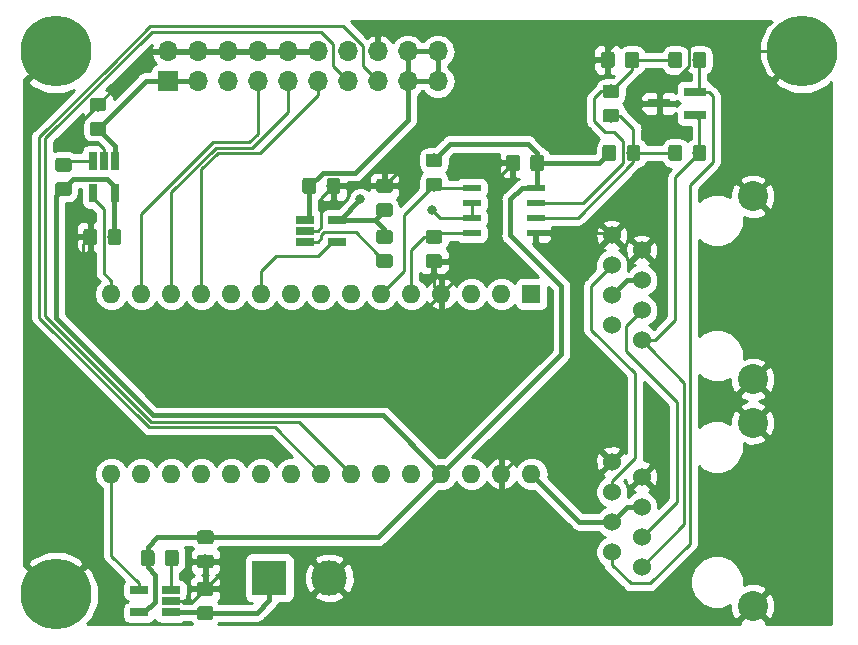
<source format=gbr>
G04 #@! TF.GenerationSoftware,KiCad,Pcbnew,5.0.2-bee76a0~70~ubuntu18.04.1*
G04 #@! TF.CreationDate,2021-06-01T15:08:51-05:00*
G04 #@! TF.ProjectId,CO2_sensorboard_slave,434f325f-7365-46e7-936f-72626f617264,rev?*
G04 #@! TF.SameCoordinates,Original*
G04 #@! TF.FileFunction,Copper,L1,Top*
G04 #@! TF.FilePolarity,Positive*
%FSLAX46Y46*%
G04 Gerber Fmt 4.6, Leading zero omitted, Abs format (unit mm)*
G04 Created by KiCad (PCBNEW 5.0.2-bee76a0~70~ubuntu18.04.1) date Tue 01 Jun 2021 03:08:51 PM CDT*
%MOMM*%
%LPD*%
G01*
G04 APERTURE LIST*
G04 #@! TA.AperFunction,ComponentPad*
%ADD10R,1.600000X1.600000*%
G04 #@! TD*
G04 #@! TA.AperFunction,ComponentPad*
%ADD11O,1.600000X1.600000*%
G04 #@! TD*
G04 #@! TA.AperFunction,Conductor*
%ADD12C,0.100000*%
G04 #@! TD*
G04 #@! TA.AperFunction,SMDPad,CuDef*
%ADD13C,1.150000*%
G04 #@! TD*
G04 #@! TA.AperFunction,SMDPad,CuDef*
%ADD14R,1.900000X0.800000*%
G04 #@! TD*
G04 #@! TA.AperFunction,ComponentPad*
%ADD15R,1.700000X1.700000*%
G04 #@! TD*
G04 #@! TA.AperFunction,ComponentPad*
%ADD16O,1.700000X1.700000*%
G04 #@! TD*
G04 #@! TA.AperFunction,SMDPad,CuDef*
%ADD17R,0.650000X1.560000*%
G04 #@! TD*
G04 #@! TA.AperFunction,SMDPad,CuDef*
%ADD18R,1.560000X0.650000*%
G04 #@! TD*
G04 #@! TA.AperFunction,SMDPad,CuDef*
%ADD19R,1.550000X0.600000*%
G04 #@! TD*
G04 #@! TA.AperFunction,ComponentPad*
%ADD20C,2.540000*%
G04 #@! TD*
G04 #@! TA.AperFunction,ComponentPad*
%ADD21C,1.524000*%
G04 #@! TD*
G04 #@! TA.AperFunction,ComponentPad*
%ADD22C,6.000000*%
G04 #@! TD*
G04 #@! TA.AperFunction,ComponentPad*
%ADD23R,3.000000X3.000000*%
G04 #@! TD*
G04 #@! TA.AperFunction,ComponentPad*
%ADD24C,3.000000*%
G04 #@! TD*
G04 #@! TA.AperFunction,ViaPad*
%ADD25C,0.800000*%
G04 #@! TD*
G04 #@! TA.AperFunction,Conductor*
%ADD26C,0.250000*%
G04 #@! TD*
G04 #@! TA.AperFunction,Conductor*
%ADD27C,0.400000*%
G04 #@! TD*
G04 #@! TA.AperFunction,Conductor*
%ADD28C,0.254000*%
G04 #@! TD*
G04 APERTURE END LIST*
D10*
G04 #@! TO.P,A1,1*
G04 #@! TO.N,N/C*
X90259000Y-70574000D03*
D11*
G04 #@! TO.P,A1,17*
X57239000Y-85814000D03*
G04 #@! TO.P,A1,2*
X87719000Y-70574000D03*
G04 #@! TO.P,A1,18*
X59779000Y-85814000D03*
G04 #@! TO.P,A1,3*
X85179000Y-70574000D03*
G04 #@! TO.P,A1,19*
G04 #@! TO.N,CH4_ana*
X62319000Y-85814000D03*
G04 #@! TO.P,A1,4*
G04 #@! TO.N,GND*
X82639000Y-70574000D03*
G04 #@! TO.P,A1,20*
G04 #@! TO.N,N/C*
X64859000Y-85814000D03*
G04 #@! TO.P,A1,5*
G04 #@! TO.N,Net-(A1-Pad5)*
X80099000Y-70574000D03*
G04 #@! TO.P,A1,21*
G04 #@! TO.N,N/C*
X67399000Y-85814000D03*
G04 #@! TO.P,A1,6*
G04 #@! TO.N,Net-(A1-Pad6)*
X77559000Y-70574000D03*
G04 #@! TO.P,A1,22*
G04 #@! TO.N,N/C*
X69939000Y-85814000D03*
G04 #@! TO.P,A1,7*
X75019000Y-70574000D03*
G04 #@! TO.P,A1,23*
G04 #@! TO.N,S_SDA*
X72479000Y-85814000D03*
G04 #@! TO.P,A1,8*
G04 #@! TO.N,N/C*
X72479000Y-70574000D03*
G04 #@! TO.P,A1,24*
G04 #@! TO.N,S_SCL*
X75019000Y-85814000D03*
G04 #@! TO.P,A1,9*
G04 #@! TO.N,Net-(A1-Pad9)*
X69939000Y-70574000D03*
G04 #@! TO.P,A1,25*
G04 #@! TO.N,N/C*
X77559000Y-85814000D03*
G04 #@! TO.P,A1,10*
G04 #@! TO.N,CH4_en*
X67399000Y-70574000D03*
G04 #@! TO.P,A1,26*
G04 #@! TO.N,N/C*
X80099000Y-85814000D03*
G04 #@! TO.P,A1,11*
X64859000Y-70574000D03*
G04 #@! TO.P,A1,27*
G04 #@! TO.N,+5V*
X82639000Y-85814000D03*
G04 #@! TO.P,A1,12*
G04 #@! TO.N,SHTclk*
X62319000Y-70574000D03*
G04 #@! TO.P,A1,28*
G04 #@! TO.N,N/C*
X85179000Y-85814000D03*
G04 #@! TO.P,A1,13*
G04 #@! TO.N,SHTdata*
X59779000Y-70574000D03*
G04 #@! TO.P,A1,29*
G04 #@! TO.N,GND*
X87719000Y-85814000D03*
G04 #@! TO.P,A1,14*
G04 #@! TO.N,P_ana*
X57239000Y-70574000D03*
G04 #@! TO.P,A1,30*
G04 #@! TO.N,VCC*
X90259000Y-85814000D03*
G04 #@! TO.P,A1,15*
G04 #@! TO.N,bd_en*
X54699000Y-70574000D03*
G04 #@! TO.P,A1,16*
G04 #@! TO.N,pump_en*
X54699000Y-85814000D03*
G04 #@! TD*
D12*
G04 #@! TO.N,+5V*
G04 #@! TO.C,C1*
G36*
X55311505Y-65049204D02*
X55335773Y-65052804D01*
X55359572Y-65058765D01*
X55382671Y-65067030D01*
X55404850Y-65077520D01*
X55425893Y-65090132D01*
X55445599Y-65104747D01*
X55463777Y-65121223D01*
X55480253Y-65139401D01*
X55494868Y-65159107D01*
X55507480Y-65180150D01*
X55517970Y-65202329D01*
X55526235Y-65225428D01*
X55532196Y-65249227D01*
X55535796Y-65273495D01*
X55537000Y-65297999D01*
X55537000Y-66198001D01*
X55535796Y-66222505D01*
X55532196Y-66246773D01*
X55526235Y-66270572D01*
X55517970Y-66293671D01*
X55507480Y-66315850D01*
X55494868Y-66336893D01*
X55480253Y-66356599D01*
X55463777Y-66374777D01*
X55445599Y-66391253D01*
X55425893Y-66405868D01*
X55404850Y-66418480D01*
X55382671Y-66428970D01*
X55359572Y-66437235D01*
X55335773Y-66443196D01*
X55311505Y-66446796D01*
X55287001Y-66448000D01*
X54636999Y-66448000D01*
X54612495Y-66446796D01*
X54588227Y-66443196D01*
X54564428Y-66437235D01*
X54541329Y-66428970D01*
X54519150Y-66418480D01*
X54498107Y-66405868D01*
X54478401Y-66391253D01*
X54460223Y-66374777D01*
X54443747Y-66356599D01*
X54429132Y-66336893D01*
X54416520Y-66315850D01*
X54406030Y-66293671D01*
X54397765Y-66270572D01*
X54391804Y-66246773D01*
X54388204Y-66222505D01*
X54387000Y-66198001D01*
X54387000Y-65297999D01*
X54388204Y-65273495D01*
X54391804Y-65249227D01*
X54397765Y-65225428D01*
X54406030Y-65202329D01*
X54416520Y-65180150D01*
X54429132Y-65159107D01*
X54443747Y-65139401D01*
X54460223Y-65121223D01*
X54478401Y-65104747D01*
X54498107Y-65090132D01*
X54519150Y-65077520D01*
X54541329Y-65067030D01*
X54564428Y-65058765D01*
X54588227Y-65052804D01*
X54612495Y-65049204D01*
X54636999Y-65048000D01*
X55287001Y-65048000D01*
X55311505Y-65049204D01*
X55311505Y-65049204D01*
G37*
D13*
G04 #@! TD*
G04 #@! TO.P,C1,1*
G04 #@! TO.N,+5V*
X54962000Y-65748000D03*
D12*
G04 #@! TO.N,GND*
G04 #@! TO.C,C1*
G36*
X53261505Y-65049204D02*
X53285773Y-65052804D01*
X53309572Y-65058765D01*
X53332671Y-65067030D01*
X53354850Y-65077520D01*
X53375893Y-65090132D01*
X53395599Y-65104747D01*
X53413777Y-65121223D01*
X53430253Y-65139401D01*
X53444868Y-65159107D01*
X53457480Y-65180150D01*
X53467970Y-65202329D01*
X53476235Y-65225428D01*
X53482196Y-65249227D01*
X53485796Y-65273495D01*
X53487000Y-65297999D01*
X53487000Y-66198001D01*
X53485796Y-66222505D01*
X53482196Y-66246773D01*
X53476235Y-66270572D01*
X53467970Y-66293671D01*
X53457480Y-66315850D01*
X53444868Y-66336893D01*
X53430253Y-66356599D01*
X53413777Y-66374777D01*
X53395599Y-66391253D01*
X53375893Y-66405868D01*
X53354850Y-66418480D01*
X53332671Y-66428970D01*
X53309572Y-66437235D01*
X53285773Y-66443196D01*
X53261505Y-66446796D01*
X53237001Y-66448000D01*
X52586999Y-66448000D01*
X52562495Y-66446796D01*
X52538227Y-66443196D01*
X52514428Y-66437235D01*
X52491329Y-66428970D01*
X52469150Y-66418480D01*
X52448107Y-66405868D01*
X52428401Y-66391253D01*
X52410223Y-66374777D01*
X52393747Y-66356599D01*
X52379132Y-66336893D01*
X52366520Y-66315850D01*
X52356030Y-66293671D01*
X52347765Y-66270572D01*
X52341804Y-66246773D01*
X52338204Y-66222505D01*
X52337000Y-66198001D01*
X52337000Y-65297999D01*
X52338204Y-65273495D01*
X52341804Y-65249227D01*
X52347765Y-65225428D01*
X52356030Y-65202329D01*
X52366520Y-65180150D01*
X52379132Y-65159107D01*
X52393747Y-65139401D01*
X52410223Y-65121223D01*
X52428401Y-65104747D01*
X52448107Y-65090132D01*
X52469150Y-65077520D01*
X52491329Y-65067030D01*
X52514428Y-65058765D01*
X52538227Y-65052804D01*
X52562495Y-65049204D01*
X52586999Y-65048000D01*
X53237001Y-65048000D01*
X53261505Y-65049204D01*
X53261505Y-65049204D01*
G37*
D13*
G04 #@! TD*
G04 #@! TO.P,C1,2*
G04 #@! TO.N,GND*
X52912000Y-65748000D03*
D12*
G04 #@! TO.N,VCC*
G04 #@! TO.C,C2*
G36*
X78287505Y-62897204D02*
X78311773Y-62900804D01*
X78335572Y-62906765D01*
X78358671Y-62915030D01*
X78380850Y-62925520D01*
X78401893Y-62938132D01*
X78421599Y-62952747D01*
X78439777Y-62969223D01*
X78456253Y-62987401D01*
X78470868Y-63007107D01*
X78483480Y-63028150D01*
X78493970Y-63050329D01*
X78502235Y-63073428D01*
X78508196Y-63097227D01*
X78511796Y-63121495D01*
X78513000Y-63145999D01*
X78513000Y-63796001D01*
X78511796Y-63820505D01*
X78508196Y-63844773D01*
X78502235Y-63868572D01*
X78493970Y-63891671D01*
X78483480Y-63913850D01*
X78470868Y-63934893D01*
X78456253Y-63954599D01*
X78439777Y-63972777D01*
X78421599Y-63989253D01*
X78401893Y-64003868D01*
X78380850Y-64016480D01*
X78358671Y-64026970D01*
X78335572Y-64035235D01*
X78311773Y-64041196D01*
X78287505Y-64044796D01*
X78263001Y-64046000D01*
X77362999Y-64046000D01*
X77338495Y-64044796D01*
X77314227Y-64041196D01*
X77290428Y-64035235D01*
X77267329Y-64026970D01*
X77245150Y-64016480D01*
X77224107Y-64003868D01*
X77204401Y-63989253D01*
X77186223Y-63972777D01*
X77169747Y-63954599D01*
X77155132Y-63934893D01*
X77142520Y-63913850D01*
X77132030Y-63891671D01*
X77123765Y-63868572D01*
X77117804Y-63844773D01*
X77114204Y-63820505D01*
X77113000Y-63796001D01*
X77113000Y-63145999D01*
X77114204Y-63121495D01*
X77117804Y-63097227D01*
X77123765Y-63073428D01*
X77132030Y-63050329D01*
X77142520Y-63028150D01*
X77155132Y-63007107D01*
X77169747Y-62987401D01*
X77186223Y-62969223D01*
X77204401Y-62952747D01*
X77224107Y-62938132D01*
X77245150Y-62925520D01*
X77267329Y-62915030D01*
X77290428Y-62906765D01*
X77314227Y-62900804D01*
X77338495Y-62897204D01*
X77362999Y-62896000D01*
X78263001Y-62896000D01*
X78287505Y-62897204D01*
X78287505Y-62897204D01*
G37*
D13*
G04 #@! TD*
G04 #@! TO.P,C2,1*
G04 #@! TO.N,VCC*
X77813000Y-63471000D03*
D12*
G04 #@! TO.N,GND*
G04 #@! TO.C,C2*
G36*
X78287505Y-60847204D02*
X78311773Y-60850804D01*
X78335572Y-60856765D01*
X78358671Y-60865030D01*
X78380850Y-60875520D01*
X78401893Y-60888132D01*
X78421599Y-60902747D01*
X78439777Y-60919223D01*
X78456253Y-60937401D01*
X78470868Y-60957107D01*
X78483480Y-60978150D01*
X78493970Y-61000329D01*
X78502235Y-61023428D01*
X78508196Y-61047227D01*
X78511796Y-61071495D01*
X78513000Y-61095999D01*
X78513000Y-61746001D01*
X78511796Y-61770505D01*
X78508196Y-61794773D01*
X78502235Y-61818572D01*
X78493970Y-61841671D01*
X78483480Y-61863850D01*
X78470868Y-61884893D01*
X78456253Y-61904599D01*
X78439777Y-61922777D01*
X78421599Y-61939253D01*
X78401893Y-61953868D01*
X78380850Y-61966480D01*
X78358671Y-61976970D01*
X78335572Y-61985235D01*
X78311773Y-61991196D01*
X78287505Y-61994796D01*
X78263001Y-61996000D01*
X77362999Y-61996000D01*
X77338495Y-61994796D01*
X77314227Y-61991196D01*
X77290428Y-61985235D01*
X77267329Y-61976970D01*
X77245150Y-61966480D01*
X77224107Y-61953868D01*
X77204401Y-61939253D01*
X77186223Y-61922777D01*
X77169747Y-61904599D01*
X77155132Y-61884893D01*
X77142520Y-61863850D01*
X77132030Y-61841671D01*
X77123765Y-61818572D01*
X77117804Y-61794773D01*
X77114204Y-61770505D01*
X77113000Y-61746001D01*
X77113000Y-61095999D01*
X77114204Y-61071495D01*
X77117804Y-61047227D01*
X77123765Y-61023428D01*
X77132030Y-61000329D01*
X77142520Y-60978150D01*
X77155132Y-60957107D01*
X77169747Y-60937401D01*
X77186223Y-60919223D01*
X77204401Y-60902747D01*
X77224107Y-60888132D01*
X77245150Y-60875520D01*
X77267329Y-60865030D01*
X77290428Y-60856765D01*
X77314227Y-60850804D01*
X77338495Y-60847204D01*
X77362999Y-60846000D01*
X78263001Y-60846000D01*
X78287505Y-60847204D01*
X78287505Y-60847204D01*
G37*
D13*
G04 #@! TD*
G04 #@! TO.P,C2,2*
G04 #@! TO.N,GND*
X77813000Y-61421000D03*
D12*
G04 #@! TO.N,GND*
G04 #@! TO.C,C3*
G36*
X54030505Y-53980204D02*
X54054773Y-53983804D01*
X54078572Y-53989765D01*
X54101671Y-53998030D01*
X54123850Y-54008520D01*
X54144893Y-54021132D01*
X54164599Y-54035747D01*
X54182777Y-54052223D01*
X54199253Y-54070401D01*
X54213868Y-54090107D01*
X54226480Y-54111150D01*
X54236970Y-54133329D01*
X54245235Y-54156428D01*
X54251196Y-54180227D01*
X54254796Y-54204495D01*
X54256000Y-54228999D01*
X54256000Y-54879001D01*
X54254796Y-54903505D01*
X54251196Y-54927773D01*
X54245235Y-54951572D01*
X54236970Y-54974671D01*
X54226480Y-54996850D01*
X54213868Y-55017893D01*
X54199253Y-55037599D01*
X54182777Y-55055777D01*
X54164599Y-55072253D01*
X54144893Y-55086868D01*
X54123850Y-55099480D01*
X54101671Y-55109970D01*
X54078572Y-55118235D01*
X54054773Y-55124196D01*
X54030505Y-55127796D01*
X54006001Y-55129000D01*
X53105999Y-55129000D01*
X53081495Y-55127796D01*
X53057227Y-55124196D01*
X53033428Y-55118235D01*
X53010329Y-55109970D01*
X52988150Y-55099480D01*
X52967107Y-55086868D01*
X52947401Y-55072253D01*
X52929223Y-55055777D01*
X52912747Y-55037599D01*
X52898132Y-55017893D01*
X52885520Y-54996850D01*
X52875030Y-54974671D01*
X52866765Y-54951572D01*
X52860804Y-54927773D01*
X52857204Y-54903505D01*
X52856000Y-54879001D01*
X52856000Y-54228999D01*
X52857204Y-54204495D01*
X52860804Y-54180227D01*
X52866765Y-54156428D01*
X52875030Y-54133329D01*
X52885520Y-54111150D01*
X52898132Y-54090107D01*
X52912747Y-54070401D01*
X52929223Y-54052223D01*
X52947401Y-54035747D01*
X52967107Y-54021132D01*
X52988150Y-54008520D01*
X53010329Y-53998030D01*
X53033428Y-53989765D01*
X53057227Y-53983804D01*
X53081495Y-53980204D01*
X53105999Y-53979000D01*
X54006001Y-53979000D01*
X54030505Y-53980204D01*
X54030505Y-53980204D01*
G37*
D13*
G04 #@! TD*
G04 #@! TO.P,C3,2*
G04 #@! TO.N,GND*
X53556000Y-54554000D03*
D12*
G04 #@! TO.N,Net-(C3-Pad1)*
G04 #@! TO.C,C3*
G36*
X54030505Y-56030204D02*
X54054773Y-56033804D01*
X54078572Y-56039765D01*
X54101671Y-56048030D01*
X54123850Y-56058520D01*
X54144893Y-56071132D01*
X54164599Y-56085747D01*
X54182777Y-56102223D01*
X54199253Y-56120401D01*
X54213868Y-56140107D01*
X54226480Y-56161150D01*
X54236970Y-56183329D01*
X54245235Y-56206428D01*
X54251196Y-56230227D01*
X54254796Y-56254495D01*
X54256000Y-56278999D01*
X54256000Y-56929001D01*
X54254796Y-56953505D01*
X54251196Y-56977773D01*
X54245235Y-57001572D01*
X54236970Y-57024671D01*
X54226480Y-57046850D01*
X54213868Y-57067893D01*
X54199253Y-57087599D01*
X54182777Y-57105777D01*
X54164599Y-57122253D01*
X54144893Y-57136868D01*
X54123850Y-57149480D01*
X54101671Y-57159970D01*
X54078572Y-57168235D01*
X54054773Y-57174196D01*
X54030505Y-57177796D01*
X54006001Y-57179000D01*
X53105999Y-57179000D01*
X53081495Y-57177796D01*
X53057227Y-57174196D01*
X53033428Y-57168235D01*
X53010329Y-57159970D01*
X52988150Y-57149480D01*
X52967107Y-57136868D01*
X52947401Y-57122253D01*
X52929223Y-57105777D01*
X52912747Y-57087599D01*
X52898132Y-57067893D01*
X52885520Y-57046850D01*
X52875030Y-57024671D01*
X52866765Y-57001572D01*
X52860804Y-56977773D01*
X52857204Y-56953505D01*
X52856000Y-56929001D01*
X52856000Y-56278999D01*
X52857204Y-56254495D01*
X52860804Y-56230227D01*
X52866765Y-56206428D01*
X52875030Y-56183329D01*
X52885520Y-56161150D01*
X52898132Y-56140107D01*
X52912747Y-56120401D01*
X52929223Y-56102223D01*
X52947401Y-56085747D01*
X52967107Y-56071132D01*
X52988150Y-56058520D01*
X53010329Y-56048030D01*
X53033428Y-56039765D01*
X53057227Y-56033804D01*
X53081495Y-56030204D01*
X53105999Y-56029000D01*
X54006001Y-56029000D01*
X54030505Y-56030204D01*
X54030505Y-56030204D01*
G37*
D13*
G04 #@! TD*
G04 #@! TO.P,C3,1*
G04 #@! TO.N,Net-(C3-Pad1)*
X53556000Y-56604000D03*
D12*
G04 #@! TO.N,GND*
G04 #@! TO.C,C4*
G36*
X73853505Y-60731204D02*
X73877773Y-60734804D01*
X73901572Y-60740765D01*
X73924671Y-60749030D01*
X73946850Y-60759520D01*
X73967893Y-60772132D01*
X73987599Y-60786747D01*
X74005777Y-60803223D01*
X74022253Y-60821401D01*
X74036868Y-60841107D01*
X74049480Y-60862150D01*
X74059970Y-60884329D01*
X74068235Y-60907428D01*
X74074196Y-60931227D01*
X74077796Y-60955495D01*
X74079000Y-60979999D01*
X74079000Y-61880001D01*
X74077796Y-61904505D01*
X74074196Y-61928773D01*
X74068235Y-61952572D01*
X74059970Y-61975671D01*
X74049480Y-61997850D01*
X74036868Y-62018893D01*
X74022253Y-62038599D01*
X74005777Y-62056777D01*
X73987599Y-62073253D01*
X73967893Y-62087868D01*
X73946850Y-62100480D01*
X73924671Y-62110970D01*
X73901572Y-62119235D01*
X73877773Y-62125196D01*
X73853505Y-62128796D01*
X73829001Y-62130000D01*
X73178999Y-62130000D01*
X73154495Y-62128796D01*
X73130227Y-62125196D01*
X73106428Y-62119235D01*
X73083329Y-62110970D01*
X73061150Y-62100480D01*
X73040107Y-62087868D01*
X73020401Y-62073253D01*
X73002223Y-62056777D01*
X72985747Y-62038599D01*
X72971132Y-62018893D01*
X72958520Y-61997850D01*
X72948030Y-61975671D01*
X72939765Y-61952572D01*
X72933804Y-61928773D01*
X72930204Y-61904505D01*
X72929000Y-61880001D01*
X72929000Y-60979999D01*
X72930204Y-60955495D01*
X72933804Y-60931227D01*
X72939765Y-60907428D01*
X72948030Y-60884329D01*
X72958520Y-60862150D01*
X72971132Y-60841107D01*
X72985747Y-60821401D01*
X73002223Y-60803223D01*
X73020401Y-60786747D01*
X73040107Y-60772132D01*
X73061150Y-60759520D01*
X73083329Y-60749030D01*
X73106428Y-60740765D01*
X73130227Y-60734804D01*
X73154495Y-60731204D01*
X73178999Y-60730000D01*
X73829001Y-60730000D01*
X73853505Y-60731204D01*
X73853505Y-60731204D01*
G37*
D13*
G04 #@! TD*
G04 #@! TO.P,C4,2*
G04 #@! TO.N,GND*
X73504000Y-61430000D03*
D12*
G04 #@! TO.N,Net-(C4-Pad1)*
G04 #@! TO.C,C4*
G36*
X71803505Y-60731204D02*
X71827773Y-60734804D01*
X71851572Y-60740765D01*
X71874671Y-60749030D01*
X71896850Y-60759520D01*
X71917893Y-60772132D01*
X71937599Y-60786747D01*
X71955777Y-60803223D01*
X71972253Y-60821401D01*
X71986868Y-60841107D01*
X71999480Y-60862150D01*
X72009970Y-60884329D01*
X72018235Y-60907428D01*
X72024196Y-60931227D01*
X72027796Y-60955495D01*
X72029000Y-60979999D01*
X72029000Y-61880001D01*
X72027796Y-61904505D01*
X72024196Y-61928773D01*
X72018235Y-61952572D01*
X72009970Y-61975671D01*
X71999480Y-61997850D01*
X71986868Y-62018893D01*
X71972253Y-62038599D01*
X71955777Y-62056777D01*
X71937599Y-62073253D01*
X71917893Y-62087868D01*
X71896850Y-62100480D01*
X71874671Y-62110970D01*
X71851572Y-62119235D01*
X71827773Y-62125196D01*
X71803505Y-62128796D01*
X71779001Y-62130000D01*
X71128999Y-62130000D01*
X71104495Y-62128796D01*
X71080227Y-62125196D01*
X71056428Y-62119235D01*
X71033329Y-62110970D01*
X71011150Y-62100480D01*
X70990107Y-62087868D01*
X70970401Y-62073253D01*
X70952223Y-62056777D01*
X70935747Y-62038599D01*
X70921132Y-62018893D01*
X70908520Y-61997850D01*
X70898030Y-61975671D01*
X70889765Y-61952572D01*
X70883804Y-61928773D01*
X70880204Y-61904505D01*
X70879000Y-61880001D01*
X70879000Y-60979999D01*
X70880204Y-60955495D01*
X70883804Y-60931227D01*
X70889765Y-60907428D01*
X70898030Y-60884329D01*
X70908520Y-60862150D01*
X70921132Y-60841107D01*
X70935747Y-60821401D01*
X70952223Y-60803223D01*
X70970401Y-60786747D01*
X70990107Y-60772132D01*
X71011150Y-60759520D01*
X71033329Y-60749030D01*
X71056428Y-60740765D01*
X71080227Y-60734804D01*
X71104495Y-60731204D01*
X71128999Y-60730000D01*
X71779001Y-60730000D01*
X71803505Y-60731204D01*
X71803505Y-60731204D01*
G37*
D13*
G04 #@! TD*
G04 #@! TO.P,C4,1*
G04 #@! TO.N,Net-(C4-Pad1)*
X71454000Y-61430000D03*
D12*
G04 #@! TO.N,+5V*
G04 #@! TO.C,C5*
G36*
X91100105Y-58775404D02*
X91124373Y-58779004D01*
X91148172Y-58784965D01*
X91171271Y-58793230D01*
X91193450Y-58803720D01*
X91214493Y-58816332D01*
X91234199Y-58830947D01*
X91252377Y-58847423D01*
X91268853Y-58865601D01*
X91283468Y-58885307D01*
X91296080Y-58906350D01*
X91306570Y-58928529D01*
X91314835Y-58951628D01*
X91320796Y-58975427D01*
X91324396Y-58999695D01*
X91325600Y-59024199D01*
X91325600Y-59924201D01*
X91324396Y-59948705D01*
X91320796Y-59972973D01*
X91314835Y-59996772D01*
X91306570Y-60019871D01*
X91296080Y-60042050D01*
X91283468Y-60063093D01*
X91268853Y-60082799D01*
X91252377Y-60100977D01*
X91234199Y-60117453D01*
X91214493Y-60132068D01*
X91193450Y-60144680D01*
X91171271Y-60155170D01*
X91148172Y-60163435D01*
X91124373Y-60169396D01*
X91100105Y-60172996D01*
X91075601Y-60174200D01*
X90425599Y-60174200D01*
X90401095Y-60172996D01*
X90376827Y-60169396D01*
X90353028Y-60163435D01*
X90329929Y-60155170D01*
X90307750Y-60144680D01*
X90286707Y-60132068D01*
X90267001Y-60117453D01*
X90248823Y-60100977D01*
X90232347Y-60082799D01*
X90217732Y-60063093D01*
X90205120Y-60042050D01*
X90194630Y-60019871D01*
X90186365Y-59996772D01*
X90180404Y-59972973D01*
X90176804Y-59948705D01*
X90175600Y-59924201D01*
X90175600Y-59024199D01*
X90176804Y-58999695D01*
X90180404Y-58975427D01*
X90186365Y-58951628D01*
X90194630Y-58928529D01*
X90205120Y-58906350D01*
X90217732Y-58885307D01*
X90232347Y-58865601D01*
X90248823Y-58847423D01*
X90267001Y-58830947D01*
X90286707Y-58816332D01*
X90307750Y-58803720D01*
X90329929Y-58793230D01*
X90353028Y-58784965D01*
X90376827Y-58779004D01*
X90401095Y-58775404D01*
X90425599Y-58774200D01*
X91075601Y-58774200D01*
X91100105Y-58775404D01*
X91100105Y-58775404D01*
G37*
D13*
G04 #@! TD*
G04 #@! TO.P,C5,1*
G04 #@! TO.N,+5V*
X90750600Y-59474200D03*
D12*
G04 #@! TO.N,GND*
G04 #@! TO.C,C5*
G36*
X89050105Y-58775404D02*
X89074373Y-58779004D01*
X89098172Y-58784965D01*
X89121271Y-58793230D01*
X89143450Y-58803720D01*
X89164493Y-58816332D01*
X89184199Y-58830947D01*
X89202377Y-58847423D01*
X89218853Y-58865601D01*
X89233468Y-58885307D01*
X89246080Y-58906350D01*
X89256570Y-58928529D01*
X89264835Y-58951628D01*
X89270796Y-58975427D01*
X89274396Y-58999695D01*
X89275600Y-59024199D01*
X89275600Y-59924201D01*
X89274396Y-59948705D01*
X89270796Y-59972973D01*
X89264835Y-59996772D01*
X89256570Y-60019871D01*
X89246080Y-60042050D01*
X89233468Y-60063093D01*
X89218853Y-60082799D01*
X89202377Y-60100977D01*
X89184199Y-60117453D01*
X89164493Y-60132068D01*
X89143450Y-60144680D01*
X89121271Y-60155170D01*
X89098172Y-60163435D01*
X89074373Y-60169396D01*
X89050105Y-60172996D01*
X89025601Y-60174200D01*
X88375599Y-60174200D01*
X88351095Y-60172996D01*
X88326827Y-60169396D01*
X88303028Y-60163435D01*
X88279929Y-60155170D01*
X88257750Y-60144680D01*
X88236707Y-60132068D01*
X88217001Y-60117453D01*
X88198823Y-60100977D01*
X88182347Y-60082799D01*
X88167732Y-60063093D01*
X88155120Y-60042050D01*
X88144630Y-60019871D01*
X88136365Y-59996772D01*
X88130404Y-59972973D01*
X88126804Y-59948705D01*
X88125600Y-59924201D01*
X88125600Y-59024199D01*
X88126804Y-58999695D01*
X88130404Y-58975427D01*
X88136365Y-58951628D01*
X88144630Y-58928529D01*
X88155120Y-58906350D01*
X88167732Y-58885307D01*
X88182347Y-58865601D01*
X88198823Y-58847423D01*
X88217001Y-58830947D01*
X88236707Y-58816332D01*
X88257750Y-58803720D01*
X88279929Y-58793230D01*
X88303028Y-58784965D01*
X88326827Y-58779004D01*
X88351095Y-58775404D01*
X88375599Y-58774200D01*
X89025601Y-58774200D01*
X89050105Y-58775404D01*
X89050105Y-58775404D01*
G37*
D13*
G04 #@! TD*
G04 #@! TO.P,C5,2*
G04 #@! TO.N,GND*
X88700600Y-59474200D03*
D14*
G04 #@! TO.P,D1,1*
G04 #@! TO.N,Net-(D1-Pad1)*
X104078000Y-55395000D03*
G04 #@! TO.P,D1,2*
G04 #@! TO.N,Net-(D1-Pad2)*
X104078000Y-53495000D03*
G04 #@! TO.P,D1,3*
G04 #@! TO.N,GND*
X101078000Y-54445000D03*
G04 #@! TD*
D15*
G04 #@! TO.P,J1,1*
G04 #@! TO.N,Net-(C3-Pad1)*
X59470000Y-52570000D03*
D16*
G04 #@! TO.P,J1,2*
G04 #@! TO.N,GND*
X59470000Y-50030000D03*
G04 #@! TO.P,J1,3*
G04 #@! TO.N,Net-(C3-Pad1)*
X62010000Y-52570000D03*
G04 #@! TO.P,J1,4*
G04 #@! TO.N,GND*
X62010000Y-50030000D03*
G04 #@! TO.P,J1,5*
G04 #@! TO.N,CH4_ana*
X64550000Y-52570000D03*
G04 #@! TO.P,J1,6*
G04 #@! TO.N,GND*
X64550000Y-50030000D03*
G04 #@! TO.P,J1,7*
G04 #@! TO.N,P_ana*
X67090000Y-52570000D03*
G04 #@! TO.P,J1,8*
G04 #@! TO.N,GND*
X67090000Y-50030000D03*
G04 #@! TO.P,J1,9*
G04 #@! TO.N,SHTdata*
X69630000Y-52570000D03*
G04 #@! TO.P,J1,10*
G04 #@! TO.N,GND*
X69630000Y-50030000D03*
G04 #@! TO.P,J1,11*
G04 #@! TO.N,SHTclk*
X72170000Y-52570000D03*
G04 #@! TO.P,J1,12*
G04 #@! TO.N,GND*
X72170000Y-50030000D03*
G04 #@! TO.P,J1,13*
G04 #@! TO.N,S_SCL*
X74710000Y-52570000D03*
G04 #@! TO.P,J1,14*
G04 #@! TO.N,GND*
X74710000Y-50030000D03*
G04 #@! TO.P,J1,15*
G04 #@! TO.N,S_SDA*
X77250000Y-52570000D03*
G04 #@! TO.P,J1,16*
G04 #@! TO.N,GND*
X77250000Y-50030000D03*
G04 #@! TO.P,J1,17*
G04 #@! TO.N,Net-(C4-Pad1)*
X79790000Y-52570000D03*
G04 #@! TO.P,J1,18*
X79790000Y-50030000D03*
G04 #@! TO.P,J1,19*
X82330000Y-52570000D03*
G04 #@! TO.P,J1,20*
X82330000Y-50030000D03*
G04 #@! TD*
D12*
G04 #@! TO.N,+5V*
G04 #@! TO.C,R1*
G36*
X51109505Y-61119204D02*
X51133773Y-61122804D01*
X51157572Y-61128765D01*
X51180671Y-61137030D01*
X51202850Y-61147520D01*
X51223893Y-61160132D01*
X51243599Y-61174747D01*
X51261777Y-61191223D01*
X51278253Y-61209401D01*
X51292868Y-61229107D01*
X51305480Y-61250150D01*
X51315970Y-61272329D01*
X51324235Y-61295428D01*
X51330196Y-61319227D01*
X51333796Y-61343495D01*
X51335000Y-61367999D01*
X51335000Y-62018001D01*
X51333796Y-62042505D01*
X51330196Y-62066773D01*
X51324235Y-62090572D01*
X51315970Y-62113671D01*
X51305480Y-62135850D01*
X51292868Y-62156893D01*
X51278253Y-62176599D01*
X51261777Y-62194777D01*
X51243599Y-62211253D01*
X51223893Y-62225868D01*
X51202850Y-62238480D01*
X51180671Y-62248970D01*
X51157572Y-62257235D01*
X51133773Y-62263196D01*
X51109505Y-62266796D01*
X51085001Y-62268000D01*
X50184999Y-62268000D01*
X50160495Y-62266796D01*
X50136227Y-62263196D01*
X50112428Y-62257235D01*
X50089329Y-62248970D01*
X50067150Y-62238480D01*
X50046107Y-62225868D01*
X50026401Y-62211253D01*
X50008223Y-62194777D01*
X49991747Y-62176599D01*
X49977132Y-62156893D01*
X49964520Y-62135850D01*
X49954030Y-62113671D01*
X49945765Y-62090572D01*
X49939804Y-62066773D01*
X49936204Y-62042505D01*
X49935000Y-62018001D01*
X49935000Y-61367999D01*
X49936204Y-61343495D01*
X49939804Y-61319227D01*
X49945765Y-61295428D01*
X49954030Y-61272329D01*
X49964520Y-61250150D01*
X49977132Y-61229107D01*
X49991747Y-61209401D01*
X50008223Y-61191223D01*
X50026401Y-61174747D01*
X50046107Y-61160132D01*
X50067150Y-61147520D01*
X50089329Y-61137030D01*
X50112428Y-61128765D01*
X50136227Y-61122804D01*
X50160495Y-61119204D01*
X50184999Y-61118000D01*
X51085001Y-61118000D01*
X51109505Y-61119204D01*
X51109505Y-61119204D01*
G37*
D13*
G04 #@! TD*
G04 #@! TO.P,R1,1*
G04 #@! TO.N,+5V*
X50635000Y-61693000D03*
D12*
G04 #@! TO.N,Net-(R1-Pad2)*
G04 #@! TO.C,R1*
G36*
X51109505Y-59069204D02*
X51133773Y-59072804D01*
X51157572Y-59078765D01*
X51180671Y-59087030D01*
X51202850Y-59097520D01*
X51223893Y-59110132D01*
X51243599Y-59124747D01*
X51261777Y-59141223D01*
X51278253Y-59159401D01*
X51292868Y-59179107D01*
X51305480Y-59200150D01*
X51315970Y-59222329D01*
X51324235Y-59245428D01*
X51330196Y-59269227D01*
X51333796Y-59293495D01*
X51335000Y-59317999D01*
X51335000Y-59968001D01*
X51333796Y-59992505D01*
X51330196Y-60016773D01*
X51324235Y-60040572D01*
X51315970Y-60063671D01*
X51305480Y-60085850D01*
X51292868Y-60106893D01*
X51278253Y-60126599D01*
X51261777Y-60144777D01*
X51243599Y-60161253D01*
X51223893Y-60175868D01*
X51202850Y-60188480D01*
X51180671Y-60198970D01*
X51157572Y-60207235D01*
X51133773Y-60213196D01*
X51109505Y-60216796D01*
X51085001Y-60218000D01*
X50184999Y-60218000D01*
X50160495Y-60216796D01*
X50136227Y-60213196D01*
X50112428Y-60207235D01*
X50089329Y-60198970D01*
X50067150Y-60188480D01*
X50046107Y-60175868D01*
X50026401Y-60161253D01*
X50008223Y-60144777D01*
X49991747Y-60126599D01*
X49977132Y-60106893D01*
X49964520Y-60085850D01*
X49954030Y-60063671D01*
X49945765Y-60040572D01*
X49939804Y-60016773D01*
X49936204Y-59992505D01*
X49935000Y-59968001D01*
X49935000Y-59317999D01*
X49936204Y-59293495D01*
X49939804Y-59269227D01*
X49945765Y-59245428D01*
X49954030Y-59222329D01*
X49964520Y-59200150D01*
X49977132Y-59179107D01*
X49991747Y-59159401D01*
X50008223Y-59141223D01*
X50026401Y-59124747D01*
X50046107Y-59110132D01*
X50067150Y-59097520D01*
X50089329Y-59087030D01*
X50112428Y-59078765D01*
X50136227Y-59072804D01*
X50160495Y-59069204D01*
X50184999Y-59068000D01*
X51085001Y-59068000D01*
X51109505Y-59069204D01*
X51109505Y-59069204D01*
G37*
D13*
G04 #@! TD*
G04 #@! TO.P,R1,2*
G04 #@! TO.N,Net-(R1-Pad2)*
X50635000Y-59643000D03*
D12*
G04 #@! TO.N,VCC*
G04 #@! TO.C,R2*
G36*
X78287505Y-65165204D02*
X78311773Y-65168804D01*
X78335572Y-65174765D01*
X78358671Y-65183030D01*
X78380850Y-65193520D01*
X78401893Y-65206132D01*
X78421599Y-65220747D01*
X78439777Y-65237223D01*
X78456253Y-65255401D01*
X78470868Y-65275107D01*
X78483480Y-65296150D01*
X78493970Y-65318329D01*
X78502235Y-65341428D01*
X78508196Y-65365227D01*
X78511796Y-65389495D01*
X78513000Y-65413999D01*
X78513000Y-66064001D01*
X78511796Y-66088505D01*
X78508196Y-66112773D01*
X78502235Y-66136572D01*
X78493970Y-66159671D01*
X78483480Y-66181850D01*
X78470868Y-66202893D01*
X78456253Y-66222599D01*
X78439777Y-66240777D01*
X78421599Y-66257253D01*
X78401893Y-66271868D01*
X78380850Y-66284480D01*
X78358671Y-66294970D01*
X78335572Y-66303235D01*
X78311773Y-66309196D01*
X78287505Y-66312796D01*
X78263001Y-66314000D01*
X77362999Y-66314000D01*
X77338495Y-66312796D01*
X77314227Y-66309196D01*
X77290428Y-66303235D01*
X77267329Y-66294970D01*
X77245150Y-66284480D01*
X77224107Y-66271868D01*
X77204401Y-66257253D01*
X77186223Y-66240777D01*
X77169747Y-66222599D01*
X77155132Y-66202893D01*
X77142520Y-66181850D01*
X77132030Y-66159671D01*
X77123765Y-66136572D01*
X77117804Y-66112773D01*
X77114204Y-66088505D01*
X77113000Y-66064001D01*
X77113000Y-65413999D01*
X77114204Y-65389495D01*
X77117804Y-65365227D01*
X77123765Y-65341428D01*
X77132030Y-65318329D01*
X77142520Y-65296150D01*
X77155132Y-65275107D01*
X77169747Y-65255401D01*
X77186223Y-65237223D01*
X77204401Y-65220747D01*
X77224107Y-65206132D01*
X77245150Y-65193520D01*
X77267329Y-65183030D01*
X77290428Y-65174765D01*
X77314227Y-65168804D01*
X77338495Y-65165204D01*
X77362999Y-65164000D01*
X78263001Y-65164000D01*
X78287505Y-65165204D01*
X78287505Y-65165204D01*
G37*
D13*
G04 #@! TD*
G04 #@! TO.P,R2,1*
G04 #@! TO.N,VCC*
X77813000Y-65739000D03*
D12*
G04 #@! TO.N,Net-(R2-Pad2)*
G04 #@! TO.C,R2*
G36*
X78287505Y-67215204D02*
X78311773Y-67218804D01*
X78335572Y-67224765D01*
X78358671Y-67233030D01*
X78380850Y-67243520D01*
X78401893Y-67256132D01*
X78421599Y-67270747D01*
X78439777Y-67287223D01*
X78456253Y-67305401D01*
X78470868Y-67325107D01*
X78483480Y-67346150D01*
X78493970Y-67368329D01*
X78502235Y-67391428D01*
X78508196Y-67415227D01*
X78511796Y-67439495D01*
X78513000Y-67463999D01*
X78513000Y-68114001D01*
X78511796Y-68138505D01*
X78508196Y-68162773D01*
X78502235Y-68186572D01*
X78493970Y-68209671D01*
X78483480Y-68231850D01*
X78470868Y-68252893D01*
X78456253Y-68272599D01*
X78439777Y-68290777D01*
X78421599Y-68307253D01*
X78401893Y-68321868D01*
X78380850Y-68334480D01*
X78358671Y-68344970D01*
X78335572Y-68353235D01*
X78311773Y-68359196D01*
X78287505Y-68362796D01*
X78263001Y-68364000D01*
X77362999Y-68364000D01*
X77338495Y-68362796D01*
X77314227Y-68359196D01*
X77290428Y-68353235D01*
X77267329Y-68344970D01*
X77245150Y-68334480D01*
X77224107Y-68321868D01*
X77204401Y-68307253D01*
X77186223Y-68290777D01*
X77169747Y-68272599D01*
X77155132Y-68252893D01*
X77142520Y-68231850D01*
X77132030Y-68209671D01*
X77123765Y-68186572D01*
X77117804Y-68162773D01*
X77114204Y-68138505D01*
X77113000Y-68114001D01*
X77113000Y-67463999D01*
X77114204Y-67439495D01*
X77117804Y-67415227D01*
X77123765Y-67391428D01*
X77132030Y-67368329D01*
X77142520Y-67346150D01*
X77155132Y-67325107D01*
X77169747Y-67305401D01*
X77186223Y-67287223D01*
X77204401Y-67270747D01*
X77224107Y-67256132D01*
X77245150Y-67243520D01*
X77267329Y-67233030D01*
X77290428Y-67224765D01*
X77314227Y-67218804D01*
X77338495Y-67215204D01*
X77362999Y-67214000D01*
X78263001Y-67214000D01*
X78287505Y-67215204D01*
X78287505Y-67215204D01*
G37*
D13*
G04 #@! TD*
G04 #@! TO.P,R2,2*
G04 #@! TO.N,Net-(R2-Pad2)*
X77813000Y-67789000D03*
D12*
G04 #@! TO.N,Net-(A1-Pad6)*
G04 #@! TO.C,R3*
G36*
X82478505Y-60738204D02*
X82502773Y-60741804D01*
X82526572Y-60747765D01*
X82549671Y-60756030D01*
X82571850Y-60766520D01*
X82592893Y-60779132D01*
X82612599Y-60793747D01*
X82630777Y-60810223D01*
X82647253Y-60828401D01*
X82661868Y-60848107D01*
X82674480Y-60869150D01*
X82684970Y-60891329D01*
X82693235Y-60914428D01*
X82699196Y-60938227D01*
X82702796Y-60962495D01*
X82704000Y-60986999D01*
X82704000Y-61637001D01*
X82702796Y-61661505D01*
X82699196Y-61685773D01*
X82693235Y-61709572D01*
X82684970Y-61732671D01*
X82674480Y-61754850D01*
X82661868Y-61775893D01*
X82647253Y-61795599D01*
X82630777Y-61813777D01*
X82612599Y-61830253D01*
X82592893Y-61844868D01*
X82571850Y-61857480D01*
X82549671Y-61867970D01*
X82526572Y-61876235D01*
X82502773Y-61882196D01*
X82478505Y-61885796D01*
X82454001Y-61887000D01*
X81553999Y-61887000D01*
X81529495Y-61885796D01*
X81505227Y-61882196D01*
X81481428Y-61876235D01*
X81458329Y-61867970D01*
X81436150Y-61857480D01*
X81415107Y-61844868D01*
X81395401Y-61830253D01*
X81377223Y-61813777D01*
X81360747Y-61795599D01*
X81346132Y-61775893D01*
X81333520Y-61754850D01*
X81323030Y-61732671D01*
X81314765Y-61709572D01*
X81308804Y-61685773D01*
X81305204Y-61661505D01*
X81304000Y-61637001D01*
X81304000Y-60986999D01*
X81305204Y-60962495D01*
X81308804Y-60938227D01*
X81314765Y-60914428D01*
X81323030Y-60891329D01*
X81333520Y-60869150D01*
X81346132Y-60848107D01*
X81360747Y-60828401D01*
X81377223Y-60810223D01*
X81395401Y-60793747D01*
X81415107Y-60779132D01*
X81436150Y-60766520D01*
X81458329Y-60756030D01*
X81481428Y-60747765D01*
X81505227Y-60741804D01*
X81529495Y-60738204D01*
X81553999Y-60737000D01*
X82454001Y-60737000D01*
X82478505Y-60738204D01*
X82478505Y-60738204D01*
G37*
D13*
G04 #@! TD*
G04 #@! TO.P,R3,2*
G04 #@! TO.N,Net-(A1-Pad6)*
X82004000Y-61312000D03*
D12*
G04 #@! TO.N,+5V*
G04 #@! TO.C,R3*
G36*
X82478505Y-58688204D02*
X82502773Y-58691804D01*
X82526572Y-58697765D01*
X82549671Y-58706030D01*
X82571850Y-58716520D01*
X82592893Y-58729132D01*
X82612599Y-58743747D01*
X82630777Y-58760223D01*
X82647253Y-58778401D01*
X82661868Y-58798107D01*
X82674480Y-58819150D01*
X82684970Y-58841329D01*
X82693235Y-58864428D01*
X82699196Y-58888227D01*
X82702796Y-58912495D01*
X82704000Y-58936999D01*
X82704000Y-59587001D01*
X82702796Y-59611505D01*
X82699196Y-59635773D01*
X82693235Y-59659572D01*
X82684970Y-59682671D01*
X82674480Y-59704850D01*
X82661868Y-59725893D01*
X82647253Y-59745599D01*
X82630777Y-59763777D01*
X82612599Y-59780253D01*
X82592893Y-59794868D01*
X82571850Y-59807480D01*
X82549671Y-59817970D01*
X82526572Y-59826235D01*
X82502773Y-59832196D01*
X82478505Y-59835796D01*
X82454001Y-59837000D01*
X81553999Y-59837000D01*
X81529495Y-59835796D01*
X81505227Y-59832196D01*
X81481428Y-59826235D01*
X81458329Y-59817970D01*
X81436150Y-59807480D01*
X81415107Y-59794868D01*
X81395401Y-59780253D01*
X81377223Y-59763777D01*
X81360747Y-59745599D01*
X81346132Y-59725893D01*
X81333520Y-59704850D01*
X81323030Y-59682671D01*
X81314765Y-59659572D01*
X81308804Y-59635773D01*
X81305204Y-59611505D01*
X81304000Y-59587001D01*
X81304000Y-58936999D01*
X81305204Y-58912495D01*
X81308804Y-58888227D01*
X81314765Y-58864428D01*
X81323030Y-58841329D01*
X81333520Y-58819150D01*
X81346132Y-58798107D01*
X81360747Y-58778401D01*
X81377223Y-58760223D01*
X81395401Y-58743747D01*
X81415107Y-58729132D01*
X81436150Y-58716520D01*
X81458329Y-58706030D01*
X81481428Y-58697765D01*
X81505227Y-58691804D01*
X81529495Y-58688204D01*
X81553999Y-58687000D01*
X82454001Y-58687000D01*
X82478505Y-58688204D01*
X82478505Y-58688204D01*
G37*
D13*
G04 #@! TD*
G04 #@! TO.P,R3,1*
G04 #@! TO.N,+5V*
X82004000Y-59262000D03*
D12*
G04 #@! TO.N,GND*
G04 #@! TO.C,R4*
G36*
X82478505Y-67215204D02*
X82502773Y-67218804D01*
X82526572Y-67224765D01*
X82549671Y-67233030D01*
X82571850Y-67243520D01*
X82592893Y-67256132D01*
X82612599Y-67270747D01*
X82630777Y-67287223D01*
X82647253Y-67305401D01*
X82661868Y-67325107D01*
X82674480Y-67346150D01*
X82684970Y-67368329D01*
X82693235Y-67391428D01*
X82699196Y-67415227D01*
X82702796Y-67439495D01*
X82704000Y-67463999D01*
X82704000Y-68114001D01*
X82702796Y-68138505D01*
X82699196Y-68162773D01*
X82693235Y-68186572D01*
X82684970Y-68209671D01*
X82674480Y-68231850D01*
X82661868Y-68252893D01*
X82647253Y-68272599D01*
X82630777Y-68290777D01*
X82612599Y-68307253D01*
X82592893Y-68321868D01*
X82571850Y-68334480D01*
X82549671Y-68344970D01*
X82526572Y-68353235D01*
X82502773Y-68359196D01*
X82478505Y-68362796D01*
X82454001Y-68364000D01*
X81553999Y-68364000D01*
X81529495Y-68362796D01*
X81505227Y-68359196D01*
X81481428Y-68353235D01*
X81458329Y-68344970D01*
X81436150Y-68334480D01*
X81415107Y-68321868D01*
X81395401Y-68307253D01*
X81377223Y-68290777D01*
X81360747Y-68272599D01*
X81346132Y-68252893D01*
X81333520Y-68231850D01*
X81323030Y-68209671D01*
X81314765Y-68186572D01*
X81308804Y-68162773D01*
X81305204Y-68138505D01*
X81304000Y-68114001D01*
X81304000Y-67463999D01*
X81305204Y-67439495D01*
X81308804Y-67415227D01*
X81314765Y-67391428D01*
X81323030Y-67368329D01*
X81333520Y-67346150D01*
X81346132Y-67325107D01*
X81360747Y-67305401D01*
X81377223Y-67287223D01*
X81395401Y-67270747D01*
X81415107Y-67256132D01*
X81436150Y-67243520D01*
X81458329Y-67233030D01*
X81481428Y-67224765D01*
X81505227Y-67218804D01*
X81529495Y-67215204D01*
X81553999Y-67214000D01*
X82454001Y-67214000D01*
X82478505Y-67215204D01*
X82478505Y-67215204D01*
G37*
D13*
G04 #@! TD*
G04 #@! TO.P,R4,2*
G04 #@! TO.N,GND*
X82004000Y-67789000D03*
D12*
G04 #@! TO.N,Net-(A1-Pad5)*
G04 #@! TO.C,R4*
G36*
X82478505Y-65165204D02*
X82502773Y-65168804D01*
X82526572Y-65174765D01*
X82549671Y-65183030D01*
X82571850Y-65193520D01*
X82592893Y-65206132D01*
X82612599Y-65220747D01*
X82630777Y-65237223D01*
X82647253Y-65255401D01*
X82661868Y-65275107D01*
X82674480Y-65296150D01*
X82684970Y-65318329D01*
X82693235Y-65341428D01*
X82699196Y-65365227D01*
X82702796Y-65389495D01*
X82704000Y-65413999D01*
X82704000Y-66064001D01*
X82702796Y-66088505D01*
X82699196Y-66112773D01*
X82693235Y-66136572D01*
X82684970Y-66159671D01*
X82674480Y-66181850D01*
X82661868Y-66202893D01*
X82647253Y-66222599D01*
X82630777Y-66240777D01*
X82612599Y-66257253D01*
X82592893Y-66271868D01*
X82571850Y-66284480D01*
X82549671Y-66294970D01*
X82526572Y-66303235D01*
X82502773Y-66309196D01*
X82478505Y-66312796D01*
X82454001Y-66314000D01*
X81553999Y-66314000D01*
X81529495Y-66312796D01*
X81505227Y-66309196D01*
X81481428Y-66303235D01*
X81458329Y-66294970D01*
X81436150Y-66284480D01*
X81415107Y-66271868D01*
X81395401Y-66257253D01*
X81377223Y-66240777D01*
X81360747Y-66222599D01*
X81346132Y-66202893D01*
X81333520Y-66181850D01*
X81323030Y-66159671D01*
X81314765Y-66136572D01*
X81308804Y-66112773D01*
X81305204Y-66088505D01*
X81304000Y-66064001D01*
X81304000Y-65413999D01*
X81305204Y-65389495D01*
X81308804Y-65365227D01*
X81314765Y-65341428D01*
X81323030Y-65318329D01*
X81333520Y-65296150D01*
X81346132Y-65275107D01*
X81360747Y-65255401D01*
X81377223Y-65237223D01*
X81395401Y-65220747D01*
X81415107Y-65206132D01*
X81436150Y-65193520D01*
X81458329Y-65183030D01*
X81481428Y-65174765D01*
X81505227Y-65168804D01*
X81529495Y-65165204D01*
X81553999Y-65164000D01*
X82454001Y-65164000D01*
X82478505Y-65165204D01*
X82478505Y-65165204D01*
G37*
D13*
G04 #@! TD*
G04 #@! TO.P,R4,1*
G04 #@! TO.N,Net-(A1-Pad5)*
X82004000Y-65739000D03*
D12*
G04 #@! TO.N,+5V*
G04 #@! TO.C,R5*
G36*
X97203505Y-57937204D02*
X97227773Y-57940804D01*
X97251572Y-57946765D01*
X97274671Y-57955030D01*
X97296850Y-57965520D01*
X97317893Y-57978132D01*
X97337599Y-57992747D01*
X97355777Y-58009223D01*
X97372253Y-58027401D01*
X97386868Y-58047107D01*
X97399480Y-58068150D01*
X97409970Y-58090329D01*
X97418235Y-58113428D01*
X97424196Y-58137227D01*
X97427796Y-58161495D01*
X97429000Y-58185999D01*
X97429000Y-59086001D01*
X97427796Y-59110505D01*
X97424196Y-59134773D01*
X97418235Y-59158572D01*
X97409970Y-59181671D01*
X97399480Y-59203850D01*
X97386868Y-59224893D01*
X97372253Y-59244599D01*
X97355777Y-59262777D01*
X97337599Y-59279253D01*
X97317893Y-59293868D01*
X97296850Y-59306480D01*
X97274671Y-59316970D01*
X97251572Y-59325235D01*
X97227773Y-59331196D01*
X97203505Y-59334796D01*
X97179001Y-59336000D01*
X96528999Y-59336000D01*
X96504495Y-59334796D01*
X96480227Y-59331196D01*
X96456428Y-59325235D01*
X96433329Y-59316970D01*
X96411150Y-59306480D01*
X96390107Y-59293868D01*
X96370401Y-59279253D01*
X96352223Y-59262777D01*
X96335747Y-59244599D01*
X96321132Y-59224893D01*
X96308520Y-59203850D01*
X96298030Y-59181671D01*
X96289765Y-59158572D01*
X96283804Y-59134773D01*
X96280204Y-59110505D01*
X96279000Y-59086001D01*
X96279000Y-58185999D01*
X96280204Y-58161495D01*
X96283804Y-58137227D01*
X96289765Y-58113428D01*
X96298030Y-58090329D01*
X96308520Y-58068150D01*
X96321132Y-58047107D01*
X96335747Y-58027401D01*
X96352223Y-58009223D01*
X96370401Y-57992747D01*
X96390107Y-57978132D01*
X96411150Y-57965520D01*
X96433329Y-57955030D01*
X96456428Y-57946765D01*
X96480227Y-57940804D01*
X96504495Y-57937204D01*
X96528999Y-57936000D01*
X97179001Y-57936000D01*
X97203505Y-57937204D01*
X97203505Y-57937204D01*
G37*
D13*
G04 #@! TD*
G04 #@! TO.P,R5,1*
G04 #@! TO.N,+5V*
X96854000Y-58636000D03*
D12*
G04 #@! TO.N,Net-(R5-Pad2)*
G04 #@! TO.C,R5*
G36*
X99253505Y-57937204D02*
X99277773Y-57940804D01*
X99301572Y-57946765D01*
X99324671Y-57955030D01*
X99346850Y-57965520D01*
X99367893Y-57978132D01*
X99387599Y-57992747D01*
X99405777Y-58009223D01*
X99422253Y-58027401D01*
X99436868Y-58047107D01*
X99449480Y-58068150D01*
X99459970Y-58090329D01*
X99468235Y-58113428D01*
X99474196Y-58137227D01*
X99477796Y-58161495D01*
X99479000Y-58185999D01*
X99479000Y-59086001D01*
X99477796Y-59110505D01*
X99474196Y-59134773D01*
X99468235Y-59158572D01*
X99459970Y-59181671D01*
X99449480Y-59203850D01*
X99436868Y-59224893D01*
X99422253Y-59244599D01*
X99405777Y-59262777D01*
X99387599Y-59279253D01*
X99367893Y-59293868D01*
X99346850Y-59306480D01*
X99324671Y-59316970D01*
X99301572Y-59325235D01*
X99277773Y-59331196D01*
X99253505Y-59334796D01*
X99229001Y-59336000D01*
X98578999Y-59336000D01*
X98554495Y-59334796D01*
X98530227Y-59331196D01*
X98506428Y-59325235D01*
X98483329Y-59316970D01*
X98461150Y-59306480D01*
X98440107Y-59293868D01*
X98420401Y-59279253D01*
X98402223Y-59262777D01*
X98385747Y-59244599D01*
X98371132Y-59224893D01*
X98358520Y-59203850D01*
X98348030Y-59181671D01*
X98339765Y-59158572D01*
X98333804Y-59134773D01*
X98330204Y-59110505D01*
X98329000Y-59086001D01*
X98329000Y-58185999D01*
X98330204Y-58161495D01*
X98333804Y-58137227D01*
X98339765Y-58113428D01*
X98348030Y-58090329D01*
X98358520Y-58068150D01*
X98371132Y-58047107D01*
X98385747Y-58027401D01*
X98402223Y-58009223D01*
X98420401Y-57992747D01*
X98440107Y-57978132D01*
X98461150Y-57965520D01*
X98483329Y-57955030D01*
X98506428Y-57946765D01*
X98530227Y-57940804D01*
X98554495Y-57937204D01*
X98578999Y-57936000D01*
X99229001Y-57936000D01*
X99253505Y-57937204D01*
X99253505Y-57937204D01*
G37*
D13*
G04 #@! TD*
G04 #@! TO.P,R5,2*
G04 #@! TO.N,Net-(R5-Pad2)*
X98904000Y-58636000D03*
D12*
G04 #@! TO.N,Net-(R5-Pad2)*
G04 #@! TO.C,R6*
G36*
X97464505Y-54896204D02*
X97488773Y-54899804D01*
X97512572Y-54905765D01*
X97535671Y-54914030D01*
X97557850Y-54924520D01*
X97578893Y-54937132D01*
X97598599Y-54951747D01*
X97616777Y-54968223D01*
X97633253Y-54986401D01*
X97647868Y-55006107D01*
X97660480Y-55027150D01*
X97670970Y-55049329D01*
X97679235Y-55072428D01*
X97685196Y-55096227D01*
X97688796Y-55120495D01*
X97690000Y-55144999D01*
X97690000Y-55795001D01*
X97688796Y-55819505D01*
X97685196Y-55843773D01*
X97679235Y-55867572D01*
X97670970Y-55890671D01*
X97660480Y-55912850D01*
X97647868Y-55933893D01*
X97633253Y-55953599D01*
X97616777Y-55971777D01*
X97598599Y-55988253D01*
X97578893Y-56002868D01*
X97557850Y-56015480D01*
X97535671Y-56025970D01*
X97512572Y-56034235D01*
X97488773Y-56040196D01*
X97464505Y-56043796D01*
X97440001Y-56045000D01*
X96539999Y-56045000D01*
X96515495Y-56043796D01*
X96491227Y-56040196D01*
X96467428Y-56034235D01*
X96444329Y-56025970D01*
X96422150Y-56015480D01*
X96401107Y-56002868D01*
X96381401Y-55988253D01*
X96363223Y-55971777D01*
X96346747Y-55953599D01*
X96332132Y-55933893D01*
X96319520Y-55912850D01*
X96309030Y-55890671D01*
X96300765Y-55867572D01*
X96294804Y-55843773D01*
X96291204Y-55819505D01*
X96290000Y-55795001D01*
X96290000Y-55144999D01*
X96291204Y-55120495D01*
X96294804Y-55096227D01*
X96300765Y-55072428D01*
X96309030Y-55049329D01*
X96319520Y-55027150D01*
X96332132Y-55006107D01*
X96346747Y-54986401D01*
X96363223Y-54968223D01*
X96381401Y-54951747D01*
X96401107Y-54937132D01*
X96422150Y-54924520D01*
X96444329Y-54914030D01*
X96467428Y-54905765D01*
X96491227Y-54899804D01*
X96515495Y-54896204D01*
X96539999Y-54895000D01*
X97440001Y-54895000D01*
X97464505Y-54896204D01*
X97464505Y-54896204D01*
G37*
D13*
G04 #@! TD*
G04 #@! TO.P,R6,1*
G04 #@! TO.N,Net-(R5-Pad2)*
X96990000Y-55470000D03*
D12*
G04 #@! TO.N,Net-(R6-Pad2)*
G04 #@! TO.C,R6*
G36*
X97464505Y-52846204D02*
X97488773Y-52849804D01*
X97512572Y-52855765D01*
X97535671Y-52864030D01*
X97557850Y-52874520D01*
X97578893Y-52887132D01*
X97598599Y-52901747D01*
X97616777Y-52918223D01*
X97633253Y-52936401D01*
X97647868Y-52956107D01*
X97660480Y-52977150D01*
X97670970Y-52999329D01*
X97679235Y-53022428D01*
X97685196Y-53046227D01*
X97688796Y-53070495D01*
X97690000Y-53094999D01*
X97690000Y-53745001D01*
X97688796Y-53769505D01*
X97685196Y-53793773D01*
X97679235Y-53817572D01*
X97670970Y-53840671D01*
X97660480Y-53862850D01*
X97647868Y-53883893D01*
X97633253Y-53903599D01*
X97616777Y-53921777D01*
X97598599Y-53938253D01*
X97578893Y-53952868D01*
X97557850Y-53965480D01*
X97535671Y-53975970D01*
X97512572Y-53984235D01*
X97488773Y-53990196D01*
X97464505Y-53993796D01*
X97440001Y-53995000D01*
X96539999Y-53995000D01*
X96515495Y-53993796D01*
X96491227Y-53990196D01*
X96467428Y-53984235D01*
X96444329Y-53975970D01*
X96422150Y-53965480D01*
X96401107Y-53952868D01*
X96381401Y-53938253D01*
X96363223Y-53921777D01*
X96346747Y-53903599D01*
X96332132Y-53883893D01*
X96319520Y-53862850D01*
X96309030Y-53840671D01*
X96300765Y-53817572D01*
X96294804Y-53793773D01*
X96291204Y-53769505D01*
X96290000Y-53745001D01*
X96290000Y-53094999D01*
X96291204Y-53070495D01*
X96294804Y-53046227D01*
X96300765Y-53022428D01*
X96309030Y-52999329D01*
X96319520Y-52977150D01*
X96332132Y-52956107D01*
X96346747Y-52936401D01*
X96363223Y-52918223D01*
X96381401Y-52901747D01*
X96401107Y-52887132D01*
X96422150Y-52874520D01*
X96444329Y-52864030D01*
X96467428Y-52855765D01*
X96491227Y-52849804D01*
X96515495Y-52846204D01*
X96539999Y-52845000D01*
X97440001Y-52845000D01*
X97464505Y-52846204D01*
X97464505Y-52846204D01*
G37*
D13*
G04 #@! TD*
G04 #@! TO.P,R6,2*
G04 #@! TO.N,Net-(R6-Pad2)*
X96990000Y-53420000D03*
D12*
G04 #@! TO.N,GND*
G04 #@! TO.C,R7*
G36*
X97076505Y-50063204D02*
X97100773Y-50066804D01*
X97124572Y-50072765D01*
X97147671Y-50081030D01*
X97169850Y-50091520D01*
X97190893Y-50104132D01*
X97210599Y-50118747D01*
X97228777Y-50135223D01*
X97245253Y-50153401D01*
X97259868Y-50173107D01*
X97272480Y-50194150D01*
X97282970Y-50216329D01*
X97291235Y-50239428D01*
X97297196Y-50263227D01*
X97300796Y-50287495D01*
X97302000Y-50311999D01*
X97302000Y-51212001D01*
X97300796Y-51236505D01*
X97297196Y-51260773D01*
X97291235Y-51284572D01*
X97282970Y-51307671D01*
X97272480Y-51329850D01*
X97259868Y-51350893D01*
X97245253Y-51370599D01*
X97228777Y-51388777D01*
X97210599Y-51405253D01*
X97190893Y-51419868D01*
X97169850Y-51432480D01*
X97147671Y-51442970D01*
X97124572Y-51451235D01*
X97100773Y-51457196D01*
X97076505Y-51460796D01*
X97052001Y-51462000D01*
X96401999Y-51462000D01*
X96377495Y-51460796D01*
X96353227Y-51457196D01*
X96329428Y-51451235D01*
X96306329Y-51442970D01*
X96284150Y-51432480D01*
X96263107Y-51419868D01*
X96243401Y-51405253D01*
X96225223Y-51388777D01*
X96208747Y-51370599D01*
X96194132Y-51350893D01*
X96181520Y-51329850D01*
X96171030Y-51307671D01*
X96162765Y-51284572D01*
X96156804Y-51260773D01*
X96153204Y-51236505D01*
X96152000Y-51212001D01*
X96152000Y-50311999D01*
X96153204Y-50287495D01*
X96156804Y-50263227D01*
X96162765Y-50239428D01*
X96171030Y-50216329D01*
X96181520Y-50194150D01*
X96194132Y-50173107D01*
X96208747Y-50153401D01*
X96225223Y-50135223D01*
X96243401Y-50118747D01*
X96263107Y-50104132D01*
X96284150Y-50091520D01*
X96306329Y-50081030D01*
X96329428Y-50072765D01*
X96353227Y-50066804D01*
X96377495Y-50063204D01*
X96401999Y-50062000D01*
X97052001Y-50062000D01*
X97076505Y-50063204D01*
X97076505Y-50063204D01*
G37*
D13*
G04 #@! TD*
G04 #@! TO.P,R7,2*
G04 #@! TO.N,GND*
X96727000Y-50762000D03*
D12*
G04 #@! TO.N,Net-(R6-Pad2)*
G04 #@! TO.C,R7*
G36*
X99126505Y-50063204D02*
X99150773Y-50066804D01*
X99174572Y-50072765D01*
X99197671Y-50081030D01*
X99219850Y-50091520D01*
X99240893Y-50104132D01*
X99260599Y-50118747D01*
X99278777Y-50135223D01*
X99295253Y-50153401D01*
X99309868Y-50173107D01*
X99322480Y-50194150D01*
X99332970Y-50216329D01*
X99341235Y-50239428D01*
X99347196Y-50263227D01*
X99350796Y-50287495D01*
X99352000Y-50311999D01*
X99352000Y-51212001D01*
X99350796Y-51236505D01*
X99347196Y-51260773D01*
X99341235Y-51284572D01*
X99332970Y-51307671D01*
X99322480Y-51329850D01*
X99309868Y-51350893D01*
X99295253Y-51370599D01*
X99278777Y-51388777D01*
X99260599Y-51405253D01*
X99240893Y-51419868D01*
X99219850Y-51432480D01*
X99197671Y-51442970D01*
X99174572Y-51451235D01*
X99150773Y-51457196D01*
X99126505Y-51460796D01*
X99102001Y-51462000D01*
X98451999Y-51462000D01*
X98427495Y-51460796D01*
X98403227Y-51457196D01*
X98379428Y-51451235D01*
X98356329Y-51442970D01*
X98334150Y-51432480D01*
X98313107Y-51419868D01*
X98293401Y-51405253D01*
X98275223Y-51388777D01*
X98258747Y-51370599D01*
X98244132Y-51350893D01*
X98231520Y-51329850D01*
X98221030Y-51307671D01*
X98212765Y-51284572D01*
X98206804Y-51260773D01*
X98203204Y-51236505D01*
X98202000Y-51212001D01*
X98202000Y-50311999D01*
X98203204Y-50287495D01*
X98206804Y-50263227D01*
X98212765Y-50239428D01*
X98221030Y-50216329D01*
X98231520Y-50194150D01*
X98244132Y-50173107D01*
X98258747Y-50153401D01*
X98275223Y-50135223D01*
X98293401Y-50118747D01*
X98313107Y-50104132D01*
X98334150Y-50091520D01*
X98356329Y-50081030D01*
X98379428Y-50072765D01*
X98403227Y-50066804D01*
X98427495Y-50063204D01*
X98451999Y-50062000D01*
X99102001Y-50062000D01*
X99126505Y-50063204D01*
X99126505Y-50063204D01*
G37*
D13*
G04 #@! TD*
G04 #@! TO.P,R7,1*
G04 #@! TO.N,Net-(R6-Pad2)*
X98777000Y-50762000D03*
D12*
G04 #@! TO.N,Net-(D1-Pad1)*
G04 #@! TO.C,R8*
G36*
X104841505Y-57937204D02*
X104865773Y-57940804D01*
X104889572Y-57946765D01*
X104912671Y-57955030D01*
X104934850Y-57965520D01*
X104955893Y-57978132D01*
X104975599Y-57992747D01*
X104993777Y-58009223D01*
X105010253Y-58027401D01*
X105024868Y-58047107D01*
X105037480Y-58068150D01*
X105047970Y-58090329D01*
X105056235Y-58113428D01*
X105062196Y-58137227D01*
X105065796Y-58161495D01*
X105067000Y-58185999D01*
X105067000Y-59086001D01*
X105065796Y-59110505D01*
X105062196Y-59134773D01*
X105056235Y-59158572D01*
X105047970Y-59181671D01*
X105037480Y-59203850D01*
X105024868Y-59224893D01*
X105010253Y-59244599D01*
X104993777Y-59262777D01*
X104975599Y-59279253D01*
X104955893Y-59293868D01*
X104934850Y-59306480D01*
X104912671Y-59316970D01*
X104889572Y-59325235D01*
X104865773Y-59331196D01*
X104841505Y-59334796D01*
X104817001Y-59336000D01*
X104166999Y-59336000D01*
X104142495Y-59334796D01*
X104118227Y-59331196D01*
X104094428Y-59325235D01*
X104071329Y-59316970D01*
X104049150Y-59306480D01*
X104028107Y-59293868D01*
X104008401Y-59279253D01*
X103990223Y-59262777D01*
X103973747Y-59244599D01*
X103959132Y-59224893D01*
X103946520Y-59203850D01*
X103936030Y-59181671D01*
X103927765Y-59158572D01*
X103921804Y-59134773D01*
X103918204Y-59110505D01*
X103917000Y-59086001D01*
X103917000Y-58185999D01*
X103918204Y-58161495D01*
X103921804Y-58137227D01*
X103927765Y-58113428D01*
X103936030Y-58090329D01*
X103946520Y-58068150D01*
X103959132Y-58047107D01*
X103973747Y-58027401D01*
X103990223Y-58009223D01*
X104008401Y-57992747D01*
X104028107Y-57978132D01*
X104049150Y-57965520D01*
X104071329Y-57955030D01*
X104094428Y-57946765D01*
X104118227Y-57940804D01*
X104142495Y-57937204D01*
X104166999Y-57936000D01*
X104817001Y-57936000D01*
X104841505Y-57937204D01*
X104841505Y-57937204D01*
G37*
D13*
G04 #@! TD*
G04 #@! TO.P,R8,1*
G04 #@! TO.N,Net-(D1-Pad1)*
X104492000Y-58636000D03*
D12*
G04 #@! TO.N,Net-(R5-Pad2)*
G04 #@! TO.C,R8*
G36*
X102791505Y-57937204D02*
X102815773Y-57940804D01*
X102839572Y-57946765D01*
X102862671Y-57955030D01*
X102884850Y-57965520D01*
X102905893Y-57978132D01*
X102925599Y-57992747D01*
X102943777Y-58009223D01*
X102960253Y-58027401D01*
X102974868Y-58047107D01*
X102987480Y-58068150D01*
X102997970Y-58090329D01*
X103006235Y-58113428D01*
X103012196Y-58137227D01*
X103015796Y-58161495D01*
X103017000Y-58185999D01*
X103017000Y-59086001D01*
X103015796Y-59110505D01*
X103012196Y-59134773D01*
X103006235Y-59158572D01*
X102997970Y-59181671D01*
X102987480Y-59203850D01*
X102974868Y-59224893D01*
X102960253Y-59244599D01*
X102943777Y-59262777D01*
X102925599Y-59279253D01*
X102905893Y-59293868D01*
X102884850Y-59306480D01*
X102862671Y-59316970D01*
X102839572Y-59325235D01*
X102815773Y-59331196D01*
X102791505Y-59334796D01*
X102767001Y-59336000D01*
X102116999Y-59336000D01*
X102092495Y-59334796D01*
X102068227Y-59331196D01*
X102044428Y-59325235D01*
X102021329Y-59316970D01*
X101999150Y-59306480D01*
X101978107Y-59293868D01*
X101958401Y-59279253D01*
X101940223Y-59262777D01*
X101923747Y-59244599D01*
X101909132Y-59224893D01*
X101896520Y-59203850D01*
X101886030Y-59181671D01*
X101877765Y-59158572D01*
X101871804Y-59134773D01*
X101868204Y-59110505D01*
X101867000Y-59086001D01*
X101867000Y-58185999D01*
X101868204Y-58161495D01*
X101871804Y-58137227D01*
X101877765Y-58113428D01*
X101886030Y-58090329D01*
X101896520Y-58068150D01*
X101909132Y-58047107D01*
X101923747Y-58027401D01*
X101940223Y-58009223D01*
X101958401Y-57992747D01*
X101978107Y-57978132D01*
X101999150Y-57965520D01*
X102021329Y-57955030D01*
X102044428Y-57946765D01*
X102068227Y-57940804D01*
X102092495Y-57937204D01*
X102116999Y-57936000D01*
X102767001Y-57936000D01*
X102791505Y-57937204D01*
X102791505Y-57937204D01*
G37*
D13*
G04 #@! TD*
G04 #@! TO.P,R8,2*
G04 #@! TO.N,Net-(R5-Pad2)*
X102442000Y-58636000D03*
D12*
G04 #@! TO.N,Net-(R6-Pad2)*
G04 #@! TO.C,R9*
G36*
X102791505Y-50063204D02*
X102815773Y-50066804D01*
X102839572Y-50072765D01*
X102862671Y-50081030D01*
X102884850Y-50091520D01*
X102905893Y-50104132D01*
X102925599Y-50118747D01*
X102943777Y-50135223D01*
X102960253Y-50153401D01*
X102974868Y-50173107D01*
X102987480Y-50194150D01*
X102997970Y-50216329D01*
X103006235Y-50239428D01*
X103012196Y-50263227D01*
X103015796Y-50287495D01*
X103017000Y-50311999D01*
X103017000Y-51212001D01*
X103015796Y-51236505D01*
X103012196Y-51260773D01*
X103006235Y-51284572D01*
X102997970Y-51307671D01*
X102987480Y-51329850D01*
X102974868Y-51350893D01*
X102960253Y-51370599D01*
X102943777Y-51388777D01*
X102925599Y-51405253D01*
X102905893Y-51419868D01*
X102884850Y-51432480D01*
X102862671Y-51442970D01*
X102839572Y-51451235D01*
X102815773Y-51457196D01*
X102791505Y-51460796D01*
X102767001Y-51462000D01*
X102116999Y-51462000D01*
X102092495Y-51460796D01*
X102068227Y-51457196D01*
X102044428Y-51451235D01*
X102021329Y-51442970D01*
X101999150Y-51432480D01*
X101978107Y-51419868D01*
X101958401Y-51405253D01*
X101940223Y-51388777D01*
X101923747Y-51370599D01*
X101909132Y-51350893D01*
X101896520Y-51329850D01*
X101886030Y-51307671D01*
X101877765Y-51284572D01*
X101871804Y-51260773D01*
X101868204Y-51236505D01*
X101867000Y-51212001D01*
X101867000Y-50311999D01*
X101868204Y-50287495D01*
X101871804Y-50263227D01*
X101877765Y-50239428D01*
X101886030Y-50216329D01*
X101896520Y-50194150D01*
X101909132Y-50173107D01*
X101923747Y-50153401D01*
X101940223Y-50135223D01*
X101958401Y-50118747D01*
X101978107Y-50104132D01*
X101999150Y-50091520D01*
X102021329Y-50081030D01*
X102044428Y-50072765D01*
X102068227Y-50066804D01*
X102092495Y-50063204D01*
X102116999Y-50062000D01*
X102767001Y-50062000D01*
X102791505Y-50063204D01*
X102791505Y-50063204D01*
G37*
D13*
G04 #@! TD*
G04 #@! TO.P,R9,2*
G04 #@! TO.N,Net-(R6-Pad2)*
X102442000Y-50762000D03*
D12*
G04 #@! TO.N,Net-(D1-Pad2)*
G04 #@! TO.C,R9*
G36*
X104841505Y-50063204D02*
X104865773Y-50066804D01*
X104889572Y-50072765D01*
X104912671Y-50081030D01*
X104934850Y-50091520D01*
X104955893Y-50104132D01*
X104975599Y-50118747D01*
X104993777Y-50135223D01*
X105010253Y-50153401D01*
X105024868Y-50173107D01*
X105037480Y-50194150D01*
X105047970Y-50216329D01*
X105056235Y-50239428D01*
X105062196Y-50263227D01*
X105065796Y-50287495D01*
X105067000Y-50311999D01*
X105067000Y-51212001D01*
X105065796Y-51236505D01*
X105062196Y-51260773D01*
X105056235Y-51284572D01*
X105047970Y-51307671D01*
X105037480Y-51329850D01*
X105024868Y-51350893D01*
X105010253Y-51370599D01*
X104993777Y-51388777D01*
X104975599Y-51405253D01*
X104955893Y-51419868D01*
X104934850Y-51432480D01*
X104912671Y-51442970D01*
X104889572Y-51451235D01*
X104865773Y-51457196D01*
X104841505Y-51460796D01*
X104817001Y-51462000D01*
X104166999Y-51462000D01*
X104142495Y-51460796D01*
X104118227Y-51457196D01*
X104094428Y-51451235D01*
X104071329Y-51442970D01*
X104049150Y-51432480D01*
X104028107Y-51419868D01*
X104008401Y-51405253D01*
X103990223Y-51388777D01*
X103973747Y-51370599D01*
X103959132Y-51350893D01*
X103946520Y-51329850D01*
X103936030Y-51307671D01*
X103927765Y-51284572D01*
X103921804Y-51260773D01*
X103918204Y-51236505D01*
X103917000Y-51212001D01*
X103917000Y-50311999D01*
X103918204Y-50287495D01*
X103921804Y-50263227D01*
X103927765Y-50239428D01*
X103936030Y-50216329D01*
X103946520Y-50194150D01*
X103959132Y-50173107D01*
X103973747Y-50153401D01*
X103990223Y-50135223D01*
X104008401Y-50118747D01*
X104028107Y-50104132D01*
X104049150Y-50091520D01*
X104071329Y-50081030D01*
X104094428Y-50072765D01*
X104118227Y-50066804D01*
X104142495Y-50063204D01*
X104166999Y-50062000D01*
X104817001Y-50062000D01*
X104841505Y-50063204D01*
X104841505Y-50063204D01*
G37*
D13*
G04 #@! TD*
G04 #@! TO.P,R9,1*
G04 #@! TO.N,Net-(D1-Pad2)*
X104492000Y-50762000D03*
D17*
G04 #@! TO.P,U1,1*
G04 #@! TO.N,Net-(C3-Pad1)*
X55014000Y-59318000D03*
G04 #@! TO.P,U1,2*
G04 #@! TO.N,GND*
X54064000Y-59318000D03*
G04 #@! TO.P,U1,3*
G04 #@! TO.N,Net-(R1-Pad2)*
X53114000Y-59318000D03*
G04 #@! TO.P,U1,4*
G04 #@! TO.N,bd_en*
X53114000Y-62018000D03*
G04 #@! TO.P,U1,5*
G04 #@! TO.N,+5V*
X55014000Y-62018000D03*
G04 #@! TD*
D18*
G04 #@! TO.P,U2,5*
G04 #@! TO.N,VCC*
X73829000Y-64290000D03*
G04 #@! TO.P,U2,4*
G04 #@! TO.N,CH4_en*
X73829000Y-66190000D03*
G04 #@! TO.P,U2,3*
G04 #@! TO.N,Net-(R2-Pad2)*
X71129000Y-66190000D03*
G04 #@! TO.P,U2,2*
G04 #@! TO.N,GND*
X71129000Y-65240000D03*
G04 #@! TO.P,U2,1*
G04 #@! TO.N,Net-(C4-Pad1)*
X71129000Y-64290000D03*
G04 #@! TD*
D19*
G04 #@! TO.P,U3,1*
G04 #@! TO.N,Net-(A1-Pad6)*
X85222200Y-61607800D03*
G04 #@! TO.P,U3,2*
G04 #@! TO.N,Net-(A1-Pad9)*
X85222200Y-62877800D03*
G04 #@! TO.P,U3,3*
X85222200Y-64147800D03*
G04 #@! TO.P,U3,4*
G04 #@! TO.N,Net-(A1-Pad5)*
X85222200Y-65417800D03*
G04 #@! TO.P,U3,5*
G04 #@! TO.N,GND*
X90622200Y-65417800D03*
G04 #@! TO.P,U3,6*
G04 #@! TO.N,Net-(R5-Pad2)*
X90622200Y-64147800D03*
G04 #@! TO.P,U3,7*
G04 #@! TO.N,Net-(R6-Pad2)*
X90622200Y-62877800D03*
G04 #@! TO.P,U3,8*
G04 #@! TO.N,+5V*
X90622200Y-61607800D03*
G04 #@! TD*
D20*
G04 #@! TO.P,J2,SH*
G04 #@! TO.N,GND*
X109012000Y-62321000D03*
X109012000Y-77811000D03*
D21*
G04 #@! TO.P,J2,8*
X97072000Y-65621000D03*
G04 #@! TO.P,J2,7*
X99612000Y-66891000D03*
G04 #@! TO.P,J2,6*
G04 #@! TO.N,Net-(J2-Pad6)*
X97072000Y-68161000D03*
G04 #@! TO.P,J2,5*
G04 #@! TO.N,VCC*
X99612000Y-69431000D03*
G04 #@! TO.P,J2,4*
X97072000Y-70701000D03*
G04 #@! TO.P,J2,3*
G04 #@! TO.N,Net-(J2-Pad3)*
X99612000Y-71971000D03*
G04 #@! TO.P,J2,2*
G04 #@! TO.N,Net-(D1-Pad2)*
X97072000Y-73241000D03*
G04 #@! TO.P,J2,1*
G04 #@! TO.N,Net-(D1-Pad1)*
X99612000Y-74511000D03*
G04 #@! TD*
G04 #@! TO.P,J3,1*
G04 #@! TO.N,Net-(D1-Pad1)*
X99612000Y-93688000D03*
G04 #@! TO.P,J3,2*
G04 #@! TO.N,Net-(D1-Pad2)*
X97072000Y-92418000D03*
G04 #@! TO.P,J3,3*
G04 #@! TO.N,Net-(J2-Pad3)*
X99612000Y-91148000D03*
G04 #@! TO.P,J3,4*
G04 #@! TO.N,VCC*
X97072000Y-89878000D03*
G04 #@! TO.P,J3,5*
X99612000Y-88608000D03*
G04 #@! TO.P,J3,6*
G04 #@! TO.N,Net-(J2-Pad6)*
X97072000Y-87338000D03*
G04 #@! TO.P,J3,7*
G04 #@! TO.N,GND*
X99612000Y-86068000D03*
G04 #@! TO.P,J3,8*
X97072000Y-84798000D03*
D20*
G04 #@! TO.P,J3,SH*
X109012000Y-96988000D03*
X109012000Y-81498000D03*
G04 #@! TD*
D22*
G04 #@! TO.P,H1,1*
G04 #@! TO.N,GND*
X50000000Y-50000000D03*
G04 #@! TD*
G04 #@! TO.P,H2,1*
G04 #@! TO.N,GND*
X50000000Y-96000000D03*
G04 #@! TD*
G04 #@! TO.P,H4,1*
G04 #@! TO.N,GND*
X113200000Y-50000000D03*
G04 #@! TD*
D12*
G04 #@! TO.N,GND*
G04 #@! TO.C,C6*
G36*
X63136305Y-92653204D02*
X63160573Y-92656804D01*
X63184372Y-92662765D01*
X63207471Y-92671030D01*
X63229650Y-92681520D01*
X63250693Y-92694132D01*
X63270399Y-92708747D01*
X63288577Y-92725223D01*
X63305053Y-92743401D01*
X63319668Y-92763107D01*
X63332280Y-92784150D01*
X63342770Y-92806329D01*
X63351035Y-92829428D01*
X63356996Y-92853227D01*
X63360596Y-92877495D01*
X63361800Y-92901999D01*
X63361800Y-93552001D01*
X63360596Y-93576505D01*
X63356996Y-93600773D01*
X63351035Y-93624572D01*
X63342770Y-93647671D01*
X63332280Y-93669850D01*
X63319668Y-93690893D01*
X63305053Y-93710599D01*
X63288577Y-93728777D01*
X63270399Y-93745253D01*
X63250693Y-93759868D01*
X63229650Y-93772480D01*
X63207471Y-93782970D01*
X63184372Y-93791235D01*
X63160573Y-93797196D01*
X63136305Y-93800796D01*
X63111801Y-93802000D01*
X62211799Y-93802000D01*
X62187295Y-93800796D01*
X62163027Y-93797196D01*
X62139228Y-93791235D01*
X62116129Y-93782970D01*
X62093950Y-93772480D01*
X62072907Y-93759868D01*
X62053201Y-93745253D01*
X62035023Y-93728777D01*
X62018547Y-93710599D01*
X62003932Y-93690893D01*
X61991320Y-93669850D01*
X61980830Y-93647671D01*
X61972565Y-93624572D01*
X61966604Y-93600773D01*
X61963004Y-93576505D01*
X61961800Y-93552001D01*
X61961800Y-92901999D01*
X61963004Y-92877495D01*
X61966604Y-92853227D01*
X61972565Y-92829428D01*
X61980830Y-92806329D01*
X61991320Y-92784150D01*
X62003932Y-92763107D01*
X62018547Y-92743401D01*
X62035023Y-92725223D01*
X62053201Y-92708747D01*
X62072907Y-92694132D01*
X62093950Y-92681520D01*
X62116129Y-92671030D01*
X62139228Y-92662765D01*
X62163027Y-92656804D01*
X62187295Y-92653204D01*
X62211799Y-92652000D01*
X63111801Y-92652000D01*
X63136305Y-92653204D01*
X63136305Y-92653204D01*
G37*
D13*
G04 #@! TD*
G04 #@! TO.P,C6,2*
G04 #@! TO.N,GND*
X62661800Y-93227000D03*
D12*
G04 #@! TO.N,+5V*
G04 #@! TO.C,C6*
G36*
X63136305Y-90603204D02*
X63160573Y-90606804D01*
X63184372Y-90612765D01*
X63207471Y-90621030D01*
X63229650Y-90631520D01*
X63250693Y-90644132D01*
X63270399Y-90658747D01*
X63288577Y-90675223D01*
X63305053Y-90693401D01*
X63319668Y-90713107D01*
X63332280Y-90734150D01*
X63342770Y-90756329D01*
X63351035Y-90779428D01*
X63356996Y-90803227D01*
X63360596Y-90827495D01*
X63361800Y-90851999D01*
X63361800Y-91502001D01*
X63360596Y-91526505D01*
X63356996Y-91550773D01*
X63351035Y-91574572D01*
X63342770Y-91597671D01*
X63332280Y-91619850D01*
X63319668Y-91640893D01*
X63305053Y-91660599D01*
X63288577Y-91678777D01*
X63270399Y-91695253D01*
X63250693Y-91709868D01*
X63229650Y-91722480D01*
X63207471Y-91732970D01*
X63184372Y-91741235D01*
X63160573Y-91747196D01*
X63136305Y-91750796D01*
X63111801Y-91752000D01*
X62211799Y-91752000D01*
X62187295Y-91750796D01*
X62163027Y-91747196D01*
X62139228Y-91741235D01*
X62116129Y-91732970D01*
X62093950Y-91722480D01*
X62072907Y-91709868D01*
X62053201Y-91695253D01*
X62035023Y-91678777D01*
X62018547Y-91660599D01*
X62003932Y-91640893D01*
X61991320Y-91619850D01*
X61980830Y-91597671D01*
X61972565Y-91574572D01*
X61966604Y-91550773D01*
X61963004Y-91526505D01*
X61961800Y-91502001D01*
X61961800Y-90851999D01*
X61963004Y-90827495D01*
X61966604Y-90803227D01*
X61972565Y-90779428D01*
X61980830Y-90756329D01*
X61991320Y-90734150D01*
X62003932Y-90713107D01*
X62018547Y-90693401D01*
X62035023Y-90675223D01*
X62053201Y-90658747D01*
X62072907Y-90644132D01*
X62093950Y-90631520D01*
X62116129Y-90621030D01*
X62139228Y-90612765D01*
X62163027Y-90606804D01*
X62187295Y-90603204D01*
X62211799Y-90602000D01*
X63111801Y-90602000D01*
X63136305Y-90603204D01*
X63136305Y-90603204D01*
G37*
D13*
G04 #@! TD*
G04 #@! TO.P,C6,1*
G04 #@! TO.N,+5V*
X62661800Y-91177000D03*
D12*
G04 #@! TO.N,Net-(C7-Pad1)*
G04 #@! TO.C,C7*
G36*
X63110905Y-97022004D02*
X63135173Y-97025604D01*
X63158972Y-97031565D01*
X63182071Y-97039830D01*
X63204250Y-97050320D01*
X63225293Y-97062932D01*
X63244999Y-97077547D01*
X63263177Y-97094023D01*
X63279653Y-97112201D01*
X63294268Y-97131907D01*
X63306880Y-97152950D01*
X63317370Y-97175129D01*
X63325635Y-97198228D01*
X63331596Y-97222027D01*
X63335196Y-97246295D01*
X63336400Y-97270799D01*
X63336400Y-97920801D01*
X63335196Y-97945305D01*
X63331596Y-97969573D01*
X63325635Y-97993372D01*
X63317370Y-98016471D01*
X63306880Y-98038650D01*
X63294268Y-98059693D01*
X63279653Y-98079399D01*
X63263177Y-98097577D01*
X63244999Y-98114053D01*
X63225293Y-98128668D01*
X63204250Y-98141280D01*
X63182071Y-98151770D01*
X63158972Y-98160035D01*
X63135173Y-98165996D01*
X63110905Y-98169596D01*
X63086401Y-98170800D01*
X62186399Y-98170800D01*
X62161895Y-98169596D01*
X62137627Y-98165996D01*
X62113828Y-98160035D01*
X62090729Y-98151770D01*
X62068550Y-98141280D01*
X62047507Y-98128668D01*
X62027801Y-98114053D01*
X62009623Y-98097577D01*
X61993147Y-98079399D01*
X61978532Y-98059693D01*
X61965920Y-98038650D01*
X61955430Y-98016471D01*
X61947165Y-97993372D01*
X61941204Y-97969573D01*
X61937604Y-97945305D01*
X61936400Y-97920801D01*
X61936400Y-97270799D01*
X61937604Y-97246295D01*
X61941204Y-97222027D01*
X61947165Y-97198228D01*
X61955430Y-97175129D01*
X61965920Y-97152950D01*
X61978532Y-97131907D01*
X61993147Y-97112201D01*
X62009623Y-97094023D01*
X62027801Y-97077547D01*
X62047507Y-97062932D01*
X62068550Y-97050320D01*
X62090729Y-97039830D01*
X62113828Y-97031565D01*
X62137627Y-97025604D01*
X62161895Y-97022004D01*
X62186399Y-97020800D01*
X63086401Y-97020800D01*
X63110905Y-97022004D01*
X63110905Y-97022004D01*
G37*
D13*
G04 #@! TD*
G04 #@! TO.P,C7,1*
G04 #@! TO.N,Net-(C7-Pad1)*
X62636400Y-97595800D03*
D12*
G04 #@! TO.N,GND*
G04 #@! TO.C,C7*
G36*
X63110905Y-94972004D02*
X63135173Y-94975604D01*
X63158972Y-94981565D01*
X63182071Y-94989830D01*
X63204250Y-95000320D01*
X63225293Y-95012932D01*
X63244999Y-95027547D01*
X63263177Y-95044023D01*
X63279653Y-95062201D01*
X63294268Y-95081907D01*
X63306880Y-95102950D01*
X63317370Y-95125129D01*
X63325635Y-95148228D01*
X63331596Y-95172027D01*
X63335196Y-95196295D01*
X63336400Y-95220799D01*
X63336400Y-95870801D01*
X63335196Y-95895305D01*
X63331596Y-95919573D01*
X63325635Y-95943372D01*
X63317370Y-95966471D01*
X63306880Y-95988650D01*
X63294268Y-96009693D01*
X63279653Y-96029399D01*
X63263177Y-96047577D01*
X63244999Y-96064053D01*
X63225293Y-96078668D01*
X63204250Y-96091280D01*
X63182071Y-96101770D01*
X63158972Y-96110035D01*
X63135173Y-96115996D01*
X63110905Y-96119596D01*
X63086401Y-96120800D01*
X62186399Y-96120800D01*
X62161895Y-96119596D01*
X62137627Y-96115996D01*
X62113828Y-96110035D01*
X62090729Y-96101770D01*
X62068550Y-96091280D01*
X62047507Y-96078668D01*
X62027801Y-96064053D01*
X62009623Y-96047577D01*
X61993147Y-96029399D01*
X61978532Y-96009693D01*
X61965920Y-95988650D01*
X61955430Y-95966471D01*
X61947165Y-95943372D01*
X61941204Y-95919573D01*
X61937604Y-95895305D01*
X61936400Y-95870801D01*
X61936400Y-95220799D01*
X61937604Y-95196295D01*
X61941204Y-95172027D01*
X61947165Y-95148228D01*
X61955430Y-95125129D01*
X61965920Y-95102950D01*
X61978532Y-95081907D01*
X61993147Y-95062201D01*
X62009623Y-95044023D01*
X62027801Y-95027547D01*
X62047507Y-95012932D01*
X62068550Y-95000320D01*
X62090729Y-94989830D01*
X62113828Y-94981565D01*
X62137627Y-94975604D01*
X62161895Y-94972004D01*
X62186399Y-94970800D01*
X63086401Y-94970800D01*
X63110905Y-94972004D01*
X63110905Y-94972004D01*
G37*
D13*
G04 #@! TD*
G04 #@! TO.P,C7,2*
G04 #@! TO.N,GND*
X62636400Y-95545800D03*
D23*
G04 #@! TO.P,J4,1*
G04 #@! TO.N,Net-(C7-Pad1)*
X68072000Y-94615000D03*
D24*
G04 #@! TO.P,J4,2*
G04 #@! TO.N,GND*
X73152000Y-94615000D03*
G04 #@! TD*
D12*
G04 #@! TO.N,+5V*
G04 #@! TO.C,R10*
G36*
X58125505Y-92239804D02*
X58149773Y-92243404D01*
X58173572Y-92249365D01*
X58196671Y-92257630D01*
X58218850Y-92268120D01*
X58239893Y-92280732D01*
X58259599Y-92295347D01*
X58277777Y-92311823D01*
X58294253Y-92330001D01*
X58308868Y-92349707D01*
X58321480Y-92370750D01*
X58331970Y-92392929D01*
X58340235Y-92416028D01*
X58346196Y-92439827D01*
X58349796Y-92464095D01*
X58351000Y-92488599D01*
X58351000Y-93388601D01*
X58349796Y-93413105D01*
X58346196Y-93437373D01*
X58340235Y-93461172D01*
X58331970Y-93484271D01*
X58321480Y-93506450D01*
X58308868Y-93527493D01*
X58294253Y-93547199D01*
X58277777Y-93565377D01*
X58259599Y-93581853D01*
X58239893Y-93596468D01*
X58218850Y-93609080D01*
X58196671Y-93619570D01*
X58173572Y-93627835D01*
X58149773Y-93633796D01*
X58125505Y-93637396D01*
X58101001Y-93638600D01*
X57450999Y-93638600D01*
X57426495Y-93637396D01*
X57402227Y-93633796D01*
X57378428Y-93627835D01*
X57355329Y-93619570D01*
X57333150Y-93609080D01*
X57312107Y-93596468D01*
X57292401Y-93581853D01*
X57274223Y-93565377D01*
X57257747Y-93547199D01*
X57243132Y-93527493D01*
X57230520Y-93506450D01*
X57220030Y-93484271D01*
X57211765Y-93461172D01*
X57205804Y-93437373D01*
X57202204Y-93413105D01*
X57201000Y-93388601D01*
X57201000Y-92488599D01*
X57202204Y-92464095D01*
X57205804Y-92439827D01*
X57211765Y-92416028D01*
X57220030Y-92392929D01*
X57230520Y-92370750D01*
X57243132Y-92349707D01*
X57257747Y-92330001D01*
X57274223Y-92311823D01*
X57292401Y-92295347D01*
X57312107Y-92280732D01*
X57333150Y-92268120D01*
X57355329Y-92257630D01*
X57378428Y-92249365D01*
X57402227Y-92243404D01*
X57426495Y-92239804D01*
X57450999Y-92238600D01*
X58101001Y-92238600D01*
X58125505Y-92239804D01*
X58125505Y-92239804D01*
G37*
D13*
G04 #@! TD*
G04 #@! TO.P,R10,1*
G04 #@! TO.N,+5V*
X57776000Y-92938600D03*
D12*
G04 #@! TO.N,Net-(R10-Pad2)*
G04 #@! TO.C,R10*
G36*
X60175505Y-92239804D02*
X60199773Y-92243404D01*
X60223572Y-92249365D01*
X60246671Y-92257630D01*
X60268850Y-92268120D01*
X60289893Y-92280732D01*
X60309599Y-92295347D01*
X60327777Y-92311823D01*
X60344253Y-92330001D01*
X60358868Y-92349707D01*
X60371480Y-92370750D01*
X60381970Y-92392929D01*
X60390235Y-92416028D01*
X60396196Y-92439827D01*
X60399796Y-92464095D01*
X60401000Y-92488599D01*
X60401000Y-93388601D01*
X60399796Y-93413105D01*
X60396196Y-93437373D01*
X60390235Y-93461172D01*
X60381970Y-93484271D01*
X60371480Y-93506450D01*
X60358868Y-93527493D01*
X60344253Y-93547199D01*
X60327777Y-93565377D01*
X60309599Y-93581853D01*
X60289893Y-93596468D01*
X60268850Y-93609080D01*
X60246671Y-93619570D01*
X60223572Y-93627835D01*
X60199773Y-93633796D01*
X60175505Y-93637396D01*
X60151001Y-93638600D01*
X59500999Y-93638600D01*
X59476495Y-93637396D01*
X59452227Y-93633796D01*
X59428428Y-93627835D01*
X59405329Y-93619570D01*
X59383150Y-93609080D01*
X59362107Y-93596468D01*
X59342401Y-93581853D01*
X59324223Y-93565377D01*
X59307747Y-93547199D01*
X59293132Y-93527493D01*
X59280520Y-93506450D01*
X59270030Y-93484271D01*
X59261765Y-93461172D01*
X59255804Y-93437373D01*
X59252204Y-93413105D01*
X59251000Y-93388601D01*
X59251000Y-92488599D01*
X59252204Y-92464095D01*
X59255804Y-92439827D01*
X59261765Y-92416028D01*
X59270030Y-92392929D01*
X59280520Y-92370750D01*
X59293132Y-92349707D01*
X59307747Y-92330001D01*
X59324223Y-92311823D01*
X59342401Y-92295347D01*
X59362107Y-92280732D01*
X59383150Y-92268120D01*
X59405329Y-92257630D01*
X59428428Y-92249365D01*
X59452227Y-92243404D01*
X59476495Y-92239804D01*
X59500999Y-92238600D01*
X60151001Y-92238600D01*
X60175505Y-92239804D01*
X60175505Y-92239804D01*
G37*
D13*
G04 #@! TD*
G04 #@! TO.P,R10,2*
G04 #@! TO.N,Net-(R10-Pad2)*
X59826000Y-92938600D03*
D18*
G04 #@! TO.P,U4,1*
G04 #@! TO.N,Net-(C7-Pad1)*
X59719200Y-97546200D03*
G04 #@! TO.P,U4,2*
G04 #@! TO.N,GND*
X59719200Y-96596200D03*
G04 #@! TO.P,U4,3*
G04 #@! TO.N,Net-(R10-Pad2)*
X59719200Y-95646200D03*
G04 #@! TO.P,U4,4*
G04 #@! TO.N,pump_en*
X57019200Y-95646200D03*
G04 #@! TO.P,U4,5*
G04 #@! TO.N,+5V*
X57019200Y-97546200D03*
G04 #@! TD*
D25*
G04 #@! TO.N,VCC*
X75781000Y-62573000D03*
G04 #@! TO.N,Net-(A1-Pad9)*
X81877000Y-63462000D03*
G04 #@! TD*
D26*
G04 #@! TO.N,GND*
X73513000Y-61421000D02*
X73504000Y-61430000D01*
X77813000Y-61421000D02*
X73513000Y-61421000D01*
X72159000Y-65240000D02*
X72479000Y-64920000D01*
X71129000Y-65240000D02*
X72159000Y-65240000D01*
X72479000Y-62455000D02*
X73504000Y-61430000D01*
X72479000Y-64920000D02*
X72479000Y-62455000D01*
X82004000Y-69939000D02*
X82639000Y-70574000D01*
X82004000Y-67789000D02*
X82004000Y-69939000D01*
X88700600Y-59474200D02*
X87592000Y-60582800D01*
X87592000Y-65621000D02*
X82639000Y-70574000D01*
X87592000Y-60582800D02*
X87592000Y-65621000D01*
X96868800Y-65417800D02*
X97072000Y-65621000D01*
X90622200Y-65417800D02*
X96868800Y-65417800D01*
X88518999Y-85014001D02*
X87719000Y-85814000D01*
X89751000Y-83782000D02*
X88518999Y-85014001D01*
X96056000Y-83782000D02*
X89751000Y-83782000D01*
X97072000Y-84798000D02*
X96056000Y-83782000D01*
X96727000Y-49962000D02*
X98594000Y-48095000D01*
X96727000Y-50762000D02*
X96727000Y-49962000D01*
X108957360Y-50000000D02*
X113200000Y-50000000D01*
X107052360Y-48095000D02*
X108957360Y-50000000D01*
X103591990Y-48478010D02*
X103975000Y-48095000D01*
X101078000Y-53795000D02*
X103591990Y-51281010D01*
X101078000Y-54445000D02*
X101078000Y-53795000D01*
X98594000Y-48095000D02*
X103975000Y-48095000D01*
X103591990Y-51281010D02*
X103591990Y-48478010D01*
X103975000Y-48095000D02*
X107052360Y-48095000D01*
X52288628Y-66371372D02*
X52912000Y-65748000D01*
X52288628Y-72354628D02*
X52288628Y-66371372D01*
X79337000Y-73876000D02*
X53810000Y-73876000D01*
X53810000Y-73876000D02*
X52288628Y-72354628D01*
X82639000Y-70574000D02*
X79337000Y-73876000D01*
X52032000Y-56078000D02*
X53556000Y-54554000D01*
X52032000Y-57112000D02*
X52032000Y-56078000D01*
X52667000Y-57747000D02*
X52032000Y-57112000D01*
X53523000Y-57747000D02*
X52667000Y-57747000D01*
X54064000Y-59318000D02*
X54064000Y-58288000D01*
X54064000Y-58288000D02*
X53523000Y-57747000D01*
X58080000Y-50030000D02*
X59470000Y-50030000D01*
X53556000Y-54554000D02*
X58080000Y-50030000D01*
X61586000Y-96596200D02*
X59719200Y-96596200D01*
X62636400Y-95545800D02*
X61586000Y-96596200D01*
X62636400Y-93252400D02*
X62661800Y-93227000D01*
X62636400Y-95545800D02*
X62636400Y-93252400D01*
X62636400Y-95545800D02*
X65904000Y-92278200D01*
X70815200Y-92278200D02*
X73152000Y-94615000D01*
X65904000Y-92278200D02*
X70815200Y-92278200D01*
X88472000Y-50762000D02*
X96727000Y-50762000D01*
X79654400Y-59579600D02*
X88472000Y-50762000D01*
X77813000Y-61421000D02*
X79654400Y-59579600D01*
G04 #@! TO.N,P_ana*
X57239000Y-63843000D02*
X57239000Y-70574000D01*
X63335000Y-57747000D02*
X57239000Y-63843000D01*
X66387081Y-57747000D02*
X63335000Y-57747000D01*
X67090000Y-52570000D02*
X67090000Y-57044081D01*
X67090000Y-57044081D02*
X66387081Y-57747000D01*
G04 #@! TO.N,bd_en*
X54061990Y-68805620D02*
X54699000Y-69442630D01*
X54699000Y-69442630D02*
X54699000Y-70574000D01*
X54061990Y-63420990D02*
X54061990Y-68805620D01*
X53114000Y-62473000D02*
X54061990Y-63420990D01*
X53114000Y-62018000D02*
X53114000Y-62473000D01*
D27*
G04 #@! TO.N,+5V*
X54962000Y-62070000D02*
X55014000Y-62018000D01*
X54962000Y-65748000D02*
X54962000Y-62070000D01*
X55014000Y-61563000D02*
X55014000Y-62018000D01*
X54289000Y-60838000D02*
X55014000Y-61563000D01*
X51490001Y-60837999D02*
X54289000Y-60838000D01*
X50635000Y-61693000D02*
X51490001Y-60837999D01*
X96015800Y-59474200D02*
X96854000Y-58636000D01*
X90750600Y-59474200D02*
X96015800Y-59474200D01*
X90750600Y-61479400D02*
X90622200Y-61607800D01*
X90750600Y-59474200D02*
X90750600Y-61479400D01*
X90750600Y-58674200D02*
X89950400Y-57874000D01*
X90750600Y-59474200D02*
X90750600Y-58674200D01*
X83392000Y-57874000D02*
X82004000Y-59262000D01*
X89950400Y-57874000D02*
X83392000Y-57874000D01*
X89447200Y-61607800D02*
X88481000Y-62574000D01*
X90622200Y-61607800D02*
X89447200Y-61607800D01*
X88481000Y-62574000D02*
X88481000Y-65621000D01*
X88481000Y-65621000D02*
X92799000Y-69939000D01*
X92799000Y-75654000D02*
X82639000Y-85814000D01*
X92799000Y-69939000D02*
X92799000Y-75654000D01*
X50011628Y-62316372D02*
X50011628Y-72617628D01*
X50635000Y-61693000D02*
X50011628Y-62316372D01*
X50011628Y-72617628D02*
X58255000Y-80861000D01*
X77686000Y-80861000D02*
X82639000Y-85814000D01*
X58255000Y-80861000D02*
X77686000Y-80861000D01*
X57776000Y-93738600D02*
X58369200Y-94331800D01*
X57776000Y-92938600D02*
X57776000Y-93738600D01*
X58369200Y-96651200D02*
X57474200Y-97546200D01*
X57474200Y-97546200D02*
X57019200Y-97546200D01*
X58369200Y-94331800D02*
X58369200Y-96651200D01*
X57776000Y-92938600D02*
X57776000Y-91982400D01*
X58581400Y-91177000D02*
X62661800Y-91177000D01*
X57776000Y-91982400D02*
X58581400Y-91177000D01*
X77276000Y-91177000D02*
X62661800Y-91177000D01*
X82639000Y-85814000D02*
X77276000Y-91177000D01*
D26*
G04 #@! TO.N,CH4_en*
X67399000Y-68669000D02*
X67399000Y-70574000D01*
X68669000Y-67399000D02*
X67399000Y-68669000D01*
X72165000Y-67399000D02*
X68669000Y-67399000D01*
X73829000Y-66190000D02*
X73374000Y-66190000D01*
X73374000Y-66190000D02*
X72165000Y-67399000D01*
G04 #@! TO.N,SHTdata*
X69630000Y-53772081D02*
X69630000Y-52570000D01*
X69630000Y-55140491D02*
X69630000Y-53772081D01*
X66573482Y-58197009D02*
X69630000Y-55140491D01*
X63521400Y-58197010D02*
X66573482Y-58197009D01*
X59779000Y-61939410D02*
X63521400Y-58197010D01*
X59779000Y-70574000D02*
X59779000Y-61939410D01*
G04 #@! TO.N,SHTclk*
X72170000Y-53772081D02*
X72170000Y-52570000D01*
X67295061Y-58647020D02*
X72170000Y-53772081D01*
X63707800Y-58647020D02*
X67295061Y-58647020D01*
X62319000Y-60035820D02*
X63707800Y-58647020D01*
X62319000Y-70574000D02*
X62319000Y-60035820D01*
D27*
G04 #@! TO.N,VCC*
X76994000Y-64290000D02*
X77813000Y-63471000D01*
X73829000Y-64290000D02*
X76994000Y-64290000D01*
X77039000Y-64290000D02*
X76994000Y-64290000D01*
X77813000Y-65064000D02*
X77039000Y-64290000D01*
X77813000Y-65739000D02*
X77813000Y-65064000D01*
X98342000Y-88608000D02*
X97072000Y-89878000D01*
X99612000Y-88608000D02*
X98342000Y-88608000D01*
X98342000Y-69431000D02*
X97072000Y-70701000D01*
X99612000Y-69431000D02*
X98342000Y-69431000D01*
X73829000Y-64290000D02*
X74064000Y-64290000D01*
X74064000Y-64290000D02*
X75781000Y-62573000D01*
X94323000Y-89878000D02*
X90259000Y-85814000D01*
X97072000Y-89878000D02*
X94323000Y-89878000D01*
D26*
G04 #@! TO.N,S_SCL*
X73534999Y-51394999D02*
X73860001Y-51720001D01*
X73860001Y-51720001D02*
X74710000Y-52570000D01*
X58037534Y-81386010D02*
X70591010Y-81386010D01*
X70591010Y-81386010D02*
X75019000Y-85814000D01*
X49111000Y-72459476D02*
X58037534Y-81386010D01*
X73444200Y-51304200D02*
X73444200Y-49403100D01*
X74710000Y-52570000D02*
X73444200Y-51304200D01*
X73444200Y-49403100D02*
X72453600Y-48412500D01*
X72453600Y-48412500D02*
X58109310Y-48412500D01*
X58109310Y-48412500D02*
X49111000Y-57410810D01*
X49111000Y-57410810D02*
X49111000Y-72459476D01*
G04 #@! TO.N,S_SDA*
X68542000Y-81877000D02*
X72479000Y-85814000D01*
X48603000Y-72587886D02*
X57892114Y-81877000D01*
X57892114Y-81877000D02*
X68542000Y-81877000D01*
X48603000Y-57282400D02*
X48603000Y-72587886D01*
X55065410Y-50819990D02*
X54717000Y-51168400D01*
X54717000Y-51168400D02*
X48603000Y-57282400D01*
X57955500Y-47929900D02*
X54717000Y-51168400D01*
X77250000Y-52570000D02*
X76400001Y-51720001D01*
X76400001Y-51720001D02*
X76396101Y-51720001D01*
X76396101Y-51720001D02*
X75984200Y-51308100D01*
X75984200Y-51308100D02*
X75984200Y-49565198D01*
X75984200Y-49565198D02*
X74348902Y-47929900D01*
X74348902Y-47929900D02*
X57955500Y-47929900D01*
D27*
G04 #@! TO.N,Net-(C3-Pad1)*
X55014000Y-58062000D02*
X55014000Y-59318000D01*
X53556000Y-56604000D02*
X55014000Y-58062000D01*
X54318000Y-55842000D02*
X53556000Y-56604000D01*
X57590000Y-52570000D02*
X53556000Y-56604000D01*
X59470000Y-52570000D02*
X57590000Y-52570000D01*
X62010000Y-52570000D02*
X59470000Y-52570000D01*
G04 #@! TO.N,Net-(C4-Pad1)*
X71454000Y-63965000D02*
X71129000Y-64290000D01*
X71454000Y-61430000D02*
X71454000Y-63965000D01*
X72579990Y-60304010D02*
X75327990Y-60304010D01*
X71454000Y-61430000D02*
X72579990Y-60304010D01*
X79790000Y-55842000D02*
X75327990Y-60304010D01*
X79790000Y-52570000D02*
X79790000Y-55842000D01*
X79790000Y-52570000D02*
X82330000Y-52570000D01*
X82330000Y-52570000D02*
X82330000Y-50030000D01*
X82330000Y-50030000D02*
X79790000Y-50030000D01*
X79790000Y-50030000D02*
X79790000Y-52570000D01*
D26*
G04 #@! TO.N,Net-(D1-Pad1)*
X104492000Y-55809000D02*
X104078000Y-55395000D01*
X104492000Y-58636000D02*
X104492000Y-55809000D01*
X100689630Y-74511000D02*
X102451000Y-72749630D01*
X99612000Y-74511000D02*
X100689630Y-74511000D01*
X102451000Y-60677000D02*
X104492000Y-58636000D01*
X102451000Y-72749630D02*
X102451000Y-60677000D01*
X100373999Y-75272999D02*
X99612000Y-74511000D01*
X103213000Y-78112000D02*
X100373999Y-75272999D01*
X103213000Y-90087000D02*
X103213000Y-78112000D01*
X99612000Y-93688000D02*
X103213000Y-90087000D01*
G04 #@! TO.N,Net-(D1-Pad2)*
X104492000Y-53081000D02*
X104078000Y-53495000D01*
X104492000Y-50762000D02*
X104492000Y-53081000D01*
X98661370Y-95085000D02*
X97072000Y-93495630D01*
X100292000Y-95085000D02*
X98661370Y-95085000D01*
X104078000Y-53495000D02*
X105278000Y-53495000D01*
X97072000Y-93495630D02*
X97072000Y-92418000D01*
X105626000Y-53843000D02*
X105626000Y-59398000D01*
X103663010Y-91713990D02*
X100292000Y-95085000D01*
X105278000Y-53495000D02*
X105626000Y-53843000D01*
X105626000Y-59398000D02*
X103663010Y-61360990D01*
X103663010Y-61360990D02*
X103663010Y-91713990D01*
G04 #@! TO.N,Net-(R1-Pad2)*
X50960000Y-59318000D02*
X50635000Y-59643000D01*
X53114000Y-59318000D02*
X50960000Y-59318000D01*
G04 #@! TO.N,Net-(R2-Pad2)*
X72159000Y-66190000D02*
X71129000Y-66190000D01*
X77813000Y-67789000D02*
X77189628Y-67165628D01*
X77189628Y-67165628D02*
X77189628Y-67156628D01*
X72474000Y-65875000D02*
X72159000Y-66190000D01*
X77189628Y-67156628D02*
X75400000Y-65367000D01*
X75400000Y-65367000D02*
X72733000Y-65367000D01*
X72474000Y-65626000D02*
X72474000Y-65875000D01*
X72733000Y-65367000D02*
X72474000Y-65626000D01*
G04 #@! TO.N,Net-(R5-Pad2)*
X102442000Y-58636000D02*
X98904000Y-58636000D01*
X98904000Y-57836000D02*
X98904000Y-58636000D01*
X98904000Y-56584000D02*
X98904000Y-57836000D01*
X97790000Y-55470000D02*
X98904000Y-56584000D01*
X96990000Y-55470000D02*
X97790000Y-55470000D01*
X91647200Y-64147800D02*
X90622200Y-64147800D01*
X94192200Y-64147800D02*
X91647200Y-64147800D01*
X98904000Y-59436000D02*
X94192200Y-64147800D01*
X98904000Y-58636000D02*
X98904000Y-59436000D01*
G04 #@! TO.N,Net-(R6-Pad2)*
X98777000Y-50762000D02*
X102442000Y-50762000D01*
X98777000Y-51633000D02*
X98777000Y-50762000D01*
X96990000Y-53420000D02*
X98777000Y-51633000D01*
X96190000Y-53420000D02*
X95593000Y-54017000D01*
X96990000Y-53420000D02*
X96190000Y-53420000D01*
X95593000Y-54017000D02*
X95593000Y-55969000D01*
X95593000Y-55969000D02*
X96482000Y-56858000D01*
X96482000Y-56858000D02*
X97244000Y-56858000D01*
X98003990Y-57617990D02*
X98003990Y-59527010D01*
X97244000Y-56858000D02*
X98003990Y-57617990D01*
X94653200Y-62877800D02*
X90622200Y-62877800D01*
X98003990Y-59527010D02*
X94653200Y-62877800D01*
G04 #@! TO.N,Net-(J2-Pad6)*
X97072000Y-86406762D02*
X99022000Y-84456762D01*
X97072000Y-87338000D02*
X97072000Y-86406762D01*
X99022000Y-84456762D02*
X99022000Y-77305000D01*
X99022000Y-77305000D02*
X95339000Y-73622000D01*
X95339000Y-69894000D02*
X97072000Y-68161000D01*
X95339000Y-73622000D02*
X95339000Y-69894000D01*
G04 #@! TO.N,Net-(J2-Pad3)*
X99612000Y-91148000D02*
X102578000Y-88182000D01*
X102578000Y-88182000D02*
X102578000Y-79718000D01*
X102578000Y-79718000D02*
X98260000Y-75400000D01*
X98260000Y-73323000D02*
X99612000Y-71971000D01*
X98260000Y-75400000D02*
X98260000Y-73323000D01*
G04 #@! TO.N,Net-(A1-Pad9)*
X85222200Y-64147800D02*
X85222200Y-62877800D01*
X85222200Y-64147800D02*
X82562800Y-64147800D01*
X82562800Y-64147800D02*
X81877000Y-63462000D01*
G04 #@! TO.N,Net-(A1-Pad5)*
X82325200Y-65417800D02*
X82004000Y-65739000D01*
X85222200Y-65417800D02*
X82325200Y-65417800D01*
X80099000Y-69442630D02*
X80099000Y-70574000D01*
X81204000Y-65739000D02*
X80099000Y-66844000D01*
X80099000Y-66844000D02*
X80099000Y-69442630D01*
X82004000Y-65739000D02*
X81204000Y-65739000D01*
G04 #@! TO.N,Net-(A1-Pad6)*
X82299800Y-61607800D02*
X82004000Y-61312000D01*
X85222200Y-61607800D02*
X82299800Y-61607800D01*
X79464000Y-63852000D02*
X82004000Y-61312000D01*
X77559000Y-70574000D02*
X79464000Y-68669000D01*
X79464000Y-68669000D02*
X79464000Y-63852000D01*
G04 #@! TO.N,pump_en*
X54699000Y-86945370D02*
X54699000Y-85814000D01*
X54699000Y-92751000D02*
X54699000Y-86945370D01*
X57019200Y-95071200D02*
X54699000Y-92751000D01*
X57019200Y-95646200D02*
X57019200Y-95071200D01*
D27*
G04 #@! TO.N,Net-(C7-Pad1)*
X62586800Y-97546200D02*
X62636400Y-97595800D01*
X59719200Y-97546200D02*
X62586800Y-97546200D01*
X66991200Y-97595800D02*
X68072000Y-96515000D01*
X68072000Y-96515000D02*
X68072000Y-94615000D01*
X62636400Y-97595800D02*
X66991200Y-97595800D01*
D26*
G04 #@! TO.N,Net-(R10-Pad2)*
X59719200Y-93045400D02*
X59826000Y-92938600D01*
X59719200Y-95646200D02*
X59719200Y-93045400D01*
G04 #@! TD*
D28*
G04 #@! TO.N,GND*
G36*
X110491266Y-47470874D02*
X110603368Y-47582976D01*
X110128723Y-47925566D01*
X109568658Y-49258800D01*
X109561432Y-50704875D01*
X110108146Y-52043639D01*
X110128723Y-52074434D01*
X110603370Y-52417025D01*
X113020395Y-50000000D01*
X113006253Y-49985858D01*
X113185858Y-49806253D01*
X113200000Y-49820395D01*
X113214143Y-49806253D01*
X113393748Y-49985858D01*
X113379605Y-50000000D01*
X113393748Y-50014143D01*
X113214143Y-50193748D01*
X113200000Y-50179605D01*
X110782975Y-52596630D01*
X111125566Y-53071277D01*
X112458800Y-53631342D01*
X113904875Y-53638568D01*
X115243639Y-53091854D01*
X115274434Y-53071277D01*
X115617024Y-52596632D01*
X115640000Y-52619608D01*
X115640001Y-98540000D01*
X110088967Y-98540000D01*
X110180172Y-98335777D01*
X109012000Y-97167605D01*
X107843828Y-98335777D01*
X107935033Y-98540000D01*
X63731267Y-98540000D01*
X63804232Y-98430800D01*
X66908967Y-98430800D01*
X66991200Y-98447157D01*
X67073433Y-98430800D01*
X67073437Y-98430800D01*
X67317001Y-98382352D01*
X67593201Y-98197801D01*
X67639787Y-98128080D01*
X68604283Y-97163585D01*
X68674001Y-97117001D01*
X68858552Y-96840801D01*
X68874139Y-96762440D01*
X69572000Y-96762440D01*
X69819765Y-96713157D01*
X70029809Y-96572809D01*
X70170157Y-96362765D01*
X70216661Y-96128970D01*
X71817635Y-96128970D01*
X71977418Y-96447739D01*
X72768187Y-96757723D01*
X73617387Y-96741497D01*
X74326582Y-96447739D01*
X74486365Y-96128970D01*
X73152000Y-94794605D01*
X71817635Y-96128970D01*
X70216661Y-96128970D01*
X70219440Y-96115000D01*
X70219440Y-94231187D01*
X71009277Y-94231187D01*
X71025503Y-95080387D01*
X71319261Y-95789582D01*
X71638030Y-95949365D01*
X72972395Y-94615000D01*
X73331605Y-94615000D01*
X74665970Y-95949365D01*
X74984739Y-95789582D01*
X75294723Y-94998813D01*
X75278497Y-94149613D01*
X74984739Y-93440418D01*
X74665970Y-93280635D01*
X73331605Y-94615000D01*
X72972395Y-94615000D01*
X71638030Y-93280635D01*
X71319261Y-93440418D01*
X71009277Y-94231187D01*
X70219440Y-94231187D01*
X70219440Y-93115000D01*
X70216662Y-93101030D01*
X71817635Y-93101030D01*
X73152000Y-94435395D01*
X74486365Y-93101030D01*
X74326582Y-92782261D01*
X73535813Y-92472277D01*
X72686613Y-92488503D01*
X71977418Y-92782261D01*
X71817635Y-93101030D01*
X70216662Y-93101030D01*
X70170157Y-92867235D01*
X70029809Y-92657191D01*
X69819765Y-92516843D01*
X69572000Y-92467560D01*
X66572000Y-92467560D01*
X66324235Y-92516843D01*
X66114191Y-92657191D01*
X65973843Y-92867235D01*
X65924560Y-93115000D01*
X65924560Y-96115000D01*
X65973843Y-96362765D01*
X66114191Y-96572809D01*
X66324235Y-96713157D01*
X66563755Y-96760800D01*
X63804232Y-96760800D01*
X63720986Y-96636214D01*
X63719803Y-96635423D01*
X63874727Y-96480498D01*
X63971400Y-96247109D01*
X63971400Y-95831550D01*
X63812650Y-95672800D01*
X62763400Y-95672800D01*
X62763400Y-95692800D01*
X62509400Y-95692800D01*
X62509400Y-95672800D01*
X61460150Y-95672800D01*
X61301400Y-95831550D01*
X61301400Y-96247109D01*
X61398073Y-96480498D01*
X61552997Y-96635423D01*
X61551814Y-96636214D01*
X61501710Y-96711200D01*
X60878900Y-96711200D01*
X60746965Y-96623043D01*
X60612015Y-96596200D01*
X60746965Y-96569357D01*
X60896859Y-96469200D01*
X60975450Y-96469200D01*
X61134200Y-96310450D01*
X61134200Y-96144890D01*
X61119264Y-96108831D01*
X61146640Y-95971200D01*
X61146640Y-95321200D01*
X61097357Y-95073435D01*
X60957009Y-94863391D01*
X60928724Y-94844491D01*
X61301400Y-94844491D01*
X61301400Y-95260050D01*
X61460150Y-95418800D01*
X62509400Y-95418800D01*
X62509400Y-94494550D01*
X62763400Y-94494550D01*
X62763400Y-95418800D01*
X63812650Y-95418800D01*
X63971400Y-95260050D01*
X63971400Y-94844491D01*
X63874727Y-94611102D01*
X63696099Y-94432473D01*
X63597569Y-94391661D01*
X63721499Y-94340327D01*
X63900127Y-94161698D01*
X63996800Y-93928309D01*
X63996800Y-93512750D01*
X63838050Y-93354000D01*
X62788800Y-93354000D01*
X62788800Y-94278250D01*
X62884250Y-94373700D01*
X62763400Y-94494550D01*
X62509400Y-94494550D01*
X62413950Y-94399100D01*
X62534800Y-94278250D01*
X62534800Y-93354000D01*
X61485550Y-93354000D01*
X61326800Y-93512750D01*
X61326800Y-93928309D01*
X61423473Y-94161698D01*
X61602101Y-94340327D01*
X61700631Y-94381139D01*
X61576701Y-94432473D01*
X61398073Y-94611102D01*
X61301400Y-94844491D01*
X60928724Y-94844491D01*
X60746965Y-94723043D01*
X60499200Y-94673760D01*
X60479200Y-94673760D01*
X60479200Y-94220758D01*
X60494436Y-94217727D01*
X60785586Y-94023186D01*
X60980127Y-93732036D01*
X61048440Y-93388601D01*
X61048440Y-92488599D01*
X60980127Y-92145164D01*
X60891149Y-92012000D01*
X61493968Y-92012000D01*
X61577214Y-92136586D01*
X61578397Y-92137377D01*
X61423473Y-92292302D01*
X61326800Y-92525691D01*
X61326800Y-92941250D01*
X61485550Y-93100000D01*
X62534800Y-93100000D01*
X62534800Y-93080000D01*
X62788800Y-93080000D01*
X62788800Y-93100000D01*
X63838050Y-93100000D01*
X63996800Y-92941250D01*
X63996800Y-92525691D01*
X63900127Y-92292302D01*
X63745203Y-92137377D01*
X63746386Y-92136586D01*
X63829632Y-92012000D01*
X77193767Y-92012000D01*
X77276000Y-92028357D01*
X77358233Y-92012000D01*
X77358237Y-92012000D01*
X77601801Y-91963552D01*
X77878001Y-91779001D01*
X77924587Y-91709280D01*
X82403583Y-87230286D01*
X82497667Y-87249000D01*
X82780333Y-87249000D01*
X83198909Y-87165740D01*
X83673577Y-86848577D01*
X83909000Y-86496242D01*
X84144423Y-86848577D01*
X84619091Y-87165740D01*
X85037667Y-87249000D01*
X85320333Y-87249000D01*
X85738909Y-87165740D01*
X86213577Y-86848577D01*
X86469947Y-86464892D01*
X86566611Y-86669134D01*
X86981577Y-87045041D01*
X87369961Y-87205904D01*
X87592000Y-87083915D01*
X87592000Y-85941000D01*
X87572000Y-85941000D01*
X87572000Y-85687000D01*
X87592000Y-85687000D01*
X87592000Y-84544085D01*
X87369961Y-84422096D01*
X86981577Y-84582959D01*
X86566611Y-84958866D01*
X86469947Y-85163108D01*
X86213577Y-84779423D01*
X85738909Y-84462260D01*
X85320333Y-84379000D01*
X85254867Y-84379000D01*
X85816080Y-83817787D01*
X96271392Y-83817787D01*
X97072000Y-84618395D01*
X97872608Y-83817787D01*
X97803143Y-83575603D01*
X97279698Y-83388856D01*
X96724632Y-83416638D01*
X96340857Y-83575603D01*
X96271392Y-83817787D01*
X85816080Y-83817787D01*
X93331283Y-76302585D01*
X93401001Y-76256001D01*
X93585552Y-75979801D01*
X93634000Y-75736237D01*
X93650358Y-75654000D01*
X93634000Y-75571763D01*
X93634000Y-70021232D01*
X93650357Y-69938999D01*
X93634000Y-69856764D01*
X93634000Y-69856763D01*
X93585552Y-69613199D01*
X93401001Y-69336999D01*
X93331283Y-69290415D01*
X90365059Y-66324191D01*
X90495200Y-66194050D01*
X90495200Y-65544800D01*
X90749200Y-65544800D01*
X90749200Y-66194050D01*
X90907950Y-66352800D01*
X91523509Y-66352800D01*
X91756898Y-66256127D01*
X91935527Y-66077499D01*
X92032200Y-65844110D01*
X92032200Y-65703550D01*
X91873450Y-65544800D01*
X90749200Y-65544800D01*
X90495200Y-65544800D01*
X90475200Y-65544800D01*
X90475200Y-65413302D01*
X95662856Y-65413302D01*
X95690638Y-65968368D01*
X95849603Y-66352143D01*
X96091787Y-66421608D01*
X96892395Y-65621000D01*
X97251605Y-65621000D01*
X98052213Y-66421608D01*
X98294397Y-66352143D01*
X98451857Y-65910787D01*
X98811392Y-65910787D01*
X99612000Y-66711395D01*
X100412608Y-65910787D01*
X100343143Y-65668603D01*
X99819698Y-65481856D01*
X99264632Y-65509638D01*
X98880857Y-65668603D01*
X98811392Y-65910787D01*
X98451857Y-65910787D01*
X98481144Y-65828698D01*
X98453362Y-65273632D01*
X98294397Y-64889857D01*
X98052213Y-64820392D01*
X97251605Y-65621000D01*
X96892395Y-65621000D01*
X96091787Y-64820392D01*
X95849603Y-64889857D01*
X95662856Y-65413302D01*
X90475200Y-65413302D01*
X90475200Y-65290800D01*
X90495200Y-65290800D01*
X90495200Y-65270800D01*
X90749200Y-65270800D01*
X90749200Y-65290800D01*
X91873450Y-65290800D01*
X92032200Y-65132050D01*
X92032200Y-64991490D01*
X91997534Y-64907800D01*
X94117353Y-64907800D01*
X94192200Y-64922688D01*
X94267047Y-64907800D01*
X94267052Y-64907800D01*
X94488737Y-64863704D01*
X94740129Y-64695729D01*
X94776840Y-64640787D01*
X96271392Y-64640787D01*
X97072000Y-65441395D01*
X97872608Y-64640787D01*
X97803143Y-64398603D01*
X97279698Y-64211856D01*
X96724632Y-64239638D01*
X96340857Y-64398603D01*
X96271392Y-64640787D01*
X94776840Y-64640787D01*
X94782531Y-64632270D01*
X99388476Y-60026327D01*
X99451929Y-59983929D01*
X99486476Y-59932225D01*
X99572436Y-59915127D01*
X99863586Y-59720586D01*
X100058127Y-59429436D01*
X100064778Y-59396000D01*
X101281222Y-59396000D01*
X101287873Y-59429436D01*
X101482414Y-59720586D01*
X101773564Y-59915127D01*
X102077596Y-59975602D01*
X101966528Y-60086671D01*
X101903072Y-60129071D01*
X101860672Y-60192527D01*
X101860671Y-60192528D01*
X101788520Y-60300510D01*
X101735097Y-60380463D01*
X101703938Y-60537112D01*
X101676112Y-60677000D01*
X101691001Y-60751852D01*
X101691000Y-72434827D01*
X100601243Y-73524586D01*
X100403337Y-73326680D01*
X100196487Y-73241000D01*
X100403337Y-73155320D01*
X100796320Y-72762337D01*
X101009000Y-72248881D01*
X101009000Y-71693119D01*
X100796320Y-71179663D01*
X100403337Y-70786680D01*
X100196487Y-70701000D01*
X100403337Y-70615320D01*
X100796320Y-70222337D01*
X101009000Y-69708881D01*
X101009000Y-69153119D01*
X100796320Y-68639663D01*
X100403337Y-68246680D01*
X100212353Y-68167572D01*
X100343143Y-68113397D01*
X100412608Y-67871213D01*
X99612000Y-67070605D01*
X98811392Y-67871213D01*
X98880857Y-68113397D01*
X99021393Y-68163535D01*
X98820663Y-68246680D01*
X98471343Y-68596000D01*
X98424232Y-68596000D01*
X98405466Y-68592267D01*
X98469000Y-68438881D01*
X98469000Y-67883119D01*
X98256320Y-67369663D01*
X97863337Y-66976680D01*
X97672353Y-66897572D01*
X97803143Y-66843397D01*
X97849062Y-66683302D01*
X98202856Y-66683302D01*
X98230638Y-67238368D01*
X98389603Y-67622143D01*
X98631787Y-67691608D01*
X99432395Y-66891000D01*
X99791605Y-66891000D01*
X100592213Y-67691608D01*
X100834397Y-67622143D01*
X101021144Y-67098698D01*
X100993362Y-66543632D01*
X100834397Y-66159857D01*
X100592213Y-66090392D01*
X99791605Y-66891000D01*
X99432395Y-66891000D01*
X98631787Y-66090392D01*
X98389603Y-66159857D01*
X98202856Y-66683302D01*
X97849062Y-66683302D01*
X97872608Y-66601213D01*
X97072000Y-65800605D01*
X96271392Y-66601213D01*
X96340857Y-66843397D01*
X96481393Y-66893535D01*
X96280663Y-66976680D01*
X95887680Y-67369663D01*
X95675000Y-67883119D01*
X95675000Y-68438881D01*
X95687980Y-68470218D01*
X94854528Y-69303671D01*
X94791072Y-69346071D01*
X94748672Y-69409527D01*
X94748671Y-69409528D01*
X94623097Y-69597463D01*
X94564112Y-69894000D01*
X94579001Y-69968852D01*
X94579000Y-73547153D01*
X94564112Y-73622000D01*
X94579000Y-73696847D01*
X94579000Y-73696851D01*
X94623096Y-73918536D01*
X94791071Y-74169929D01*
X94854530Y-74212331D01*
X98262001Y-77619803D01*
X98262000Y-84057565D01*
X98052213Y-83997392D01*
X97251605Y-84798000D01*
X97265748Y-84812143D01*
X97086143Y-84991748D01*
X97072000Y-84977605D01*
X96271392Y-85778213D01*
X96340857Y-86020397D01*
X96401631Y-86042079D01*
X96356097Y-86110225D01*
X96353450Y-86123531D01*
X96280663Y-86153680D01*
X95887680Y-86546663D01*
X95675000Y-87060119D01*
X95675000Y-87615881D01*
X95887680Y-88129337D01*
X96280663Y-88522320D01*
X96487513Y-88608000D01*
X96280663Y-88693680D01*
X95931343Y-89043000D01*
X94668868Y-89043000D01*
X91675285Y-86049418D01*
X91722113Y-85814000D01*
X91610740Y-85254091D01*
X91293577Y-84779423D01*
X91010538Y-84590302D01*
X95662856Y-84590302D01*
X95690638Y-85145368D01*
X95849603Y-85529143D01*
X96091787Y-85598608D01*
X96892395Y-84798000D01*
X96091787Y-83997392D01*
X95849603Y-84066857D01*
X95662856Y-84590302D01*
X91010538Y-84590302D01*
X90818909Y-84462260D01*
X90400333Y-84379000D01*
X90117667Y-84379000D01*
X89699091Y-84462260D01*
X89224423Y-84779423D01*
X88968053Y-85163108D01*
X88871389Y-84958866D01*
X88456423Y-84582959D01*
X88068039Y-84422096D01*
X87846000Y-84544085D01*
X87846000Y-85687000D01*
X87866000Y-85687000D01*
X87866000Y-85941000D01*
X87846000Y-85941000D01*
X87846000Y-87083915D01*
X88068039Y-87205904D01*
X88456423Y-87045041D01*
X88871389Y-86669134D01*
X88968053Y-86464892D01*
X89224423Y-86848577D01*
X89699091Y-87165740D01*
X90117667Y-87249000D01*
X90400333Y-87249000D01*
X90494418Y-87230285D01*
X93674415Y-90410283D01*
X93720999Y-90480001D01*
X93863174Y-90574999D01*
X93997199Y-90664552D01*
X94323000Y-90729358D01*
X94405237Y-90713000D01*
X95931343Y-90713000D01*
X96280663Y-91062320D01*
X96487513Y-91148000D01*
X96280663Y-91233680D01*
X95887680Y-91626663D01*
X95675000Y-92140119D01*
X95675000Y-92695881D01*
X95887680Y-93209337D01*
X96280663Y-93602320D01*
X96321716Y-93619325D01*
X96356096Y-93792166D01*
X96524071Y-94043559D01*
X96587530Y-94085961D01*
X98071041Y-95569473D01*
X98113441Y-95632929D01*
X98364833Y-95800904D01*
X98586518Y-95845000D01*
X98586522Y-95845000D01*
X98661370Y-95859888D01*
X98736218Y-95845000D01*
X100217153Y-95845000D01*
X100292000Y-95859888D01*
X100366847Y-95845000D01*
X100366852Y-95845000D01*
X100588537Y-95800904D01*
X100839929Y-95632929D01*
X100882331Y-95569470D01*
X101943343Y-94508458D01*
X103702000Y-94508458D01*
X103702000Y-95407542D01*
X104046065Y-96238187D01*
X104681813Y-96873935D01*
X105512458Y-97218000D01*
X106411542Y-97218000D01*
X107104851Y-96930821D01*
X107117564Y-97416632D01*
X107369343Y-98024480D01*
X107664223Y-98156172D01*
X108832395Y-96988000D01*
X109191605Y-96988000D01*
X110359777Y-98156172D01*
X110654657Y-98024480D01*
X110926261Y-97316964D01*
X110906436Y-96559368D01*
X110654657Y-95951520D01*
X110359777Y-95819828D01*
X109191605Y-96988000D01*
X108832395Y-96988000D01*
X108818253Y-96973858D01*
X108997858Y-96794253D01*
X109012000Y-96808395D01*
X110180172Y-95640223D01*
X110048480Y-95345343D01*
X109340964Y-95073739D01*
X108583368Y-95093564D01*
X108222000Y-95243248D01*
X108222000Y-94508458D01*
X107877935Y-93677813D01*
X107242187Y-93042065D01*
X106411542Y-92698000D01*
X105512458Y-92698000D01*
X104681813Y-93042065D01*
X104046065Y-93677813D01*
X103702000Y-94508458D01*
X101943343Y-94508458D01*
X104147483Y-92304319D01*
X104210939Y-92261919D01*
X104378914Y-92010527D01*
X104423010Y-91788842D01*
X104423010Y-91788838D01*
X104437898Y-91713991D01*
X104423010Y-91639144D01*
X104423010Y-85185132D01*
X104681813Y-85443935D01*
X105512458Y-85788000D01*
X106411542Y-85788000D01*
X107242187Y-85443935D01*
X107877935Y-84808187D01*
X108222000Y-83977542D01*
X108222000Y-83235277D01*
X108683036Y-83412261D01*
X109440632Y-83392436D01*
X110048480Y-83140657D01*
X110180172Y-82845777D01*
X109012000Y-81677605D01*
X108997858Y-81691748D01*
X108818253Y-81512143D01*
X108832395Y-81498000D01*
X109191605Y-81498000D01*
X110359777Y-82666172D01*
X110654657Y-82534480D01*
X110926261Y-81826964D01*
X110906436Y-81069368D01*
X110654657Y-80461520D01*
X110359777Y-80329828D01*
X109191605Y-81498000D01*
X108832395Y-81498000D01*
X107664223Y-80329828D01*
X107369343Y-80461520D01*
X107097739Y-81169036D01*
X107107876Y-81556432D01*
X106411542Y-81268000D01*
X105512458Y-81268000D01*
X104681813Y-81612065D01*
X104423010Y-81870868D01*
X104423010Y-79158777D01*
X107843828Y-79158777D01*
X107975520Y-79453657D01*
X108478824Y-79646867D01*
X107975520Y-79855343D01*
X107843828Y-80150223D01*
X109012000Y-81318395D01*
X110180172Y-80150223D01*
X110048480Y-79855343D01*
X109545176Y-79662133D01*
X110048480Y-79453657D01*
X110180172Y-79158777D01*
X109012000Y-77990605D01*
X107843828Y-79158777D01*
X104423010Y-79158777D01*
X104423010Y-77438132D01*
X104681813Y-77696935D01*
X105512458Y-78041000D01*
X106411542Y-78041000D01*
X107104851Y-77753821D01*
X107117564Y-78239632D01*
X107369343Y-78847480D01*
X107664223Y-78979172D01*
X108832395Y-77811000D01*
X109191605Y-77811000D01*
X110359777Y-78979172D01*
X110654657Y-78847480D01*
X110926261Y-78139964D01*
X110906436Y-77382368D01*
X110654657Y-76774520D01*
X110359777Y-76642828D01*
X109191605Y-77811000D01*
X108832395Y-77811000D01*
X108818253Y-77796858D01*
X108997858Y-77617253D01*
X109012000Y-77631395D01*
X110180172Y-76463223D01*
X110048480Y-76168343D01*
X109340964Y-75896739D01*
X108583368Y-75916564D01*
X108222000Y-76066248D01*
X108222000Y-75331458D01*
X107877935Y-74500813D01*
X107242187Y-73865065D01*
X106411542Y-73521000D01*
X105512458Y-73521000D01*
X104681813Y-73865065D01*
X104423010Y-74123868D01*
X104423010Y-66008132D01*
X104681813Y-66266935D01*
X105512458Y-66611000D01*
X106411542Y-66611000D01*
X107242187Y-66266935D01*
X107877935Y-65631187D01*
X108222000Y-64800542D01*
X108222000Y-64058277D01*
X108683036Y-64235261D01*
X109440632Y-64215436D01*
X110048480Y-63963657D01*
X110180172Y-63668777D01*
X109012000Y-62500605D01*
X108997858Y-62514748D01*
X108818253Y-62335143D01*
X108832395Y-62321000D01*
X109191605Y-62321000D01*
X110359777Y-63489172D01*
X110654657Y-63357480D01*
X110926261Y-62649964D01*
X110906436Y-61892368D01*
X110654657Y-61284520D01*
X110359777Y-61152828D01*
X109191605Y-62321000D01*
X108832395Y-62321000D01*
X107664223Y-61152828D01*
X107369343Y-61284520D01*
X107097739Y-61992036D01*
X107107876Y-62379432D01*
X106411542Y-62091000D01*
X105512458Y-62091000D01*
X104681813Y-62435065D01*
X104423010Y-62693868D01*
X104423010Y-61675791D01*
X105125578Y-60973223D01*
X107843828Y-60973223D01*
X109012000Y-62141395D01*
X110180172Y-60973223D01*
X110048480Y-60678343D01*
X109340964Y-60406739D01*
X108583368Y-60426564D01*
X107975520Y-60678343D01*
X107843828Y-60973223D01*
X105125578Y-60973223D01*
X106110473Y-59988329D01*
X106173929Y-59945929D01*
X106341904Y-59694537D01*
X106386000Y-59472852D01*
X106386000Y-59472848D01*
X106400888Y-59398001D01*
X106386000Y-59323154D01*
X106386000Y-53917846D01*
X106400888Y-53842999D01*
X106386000Y-53768152D01*
X106386000Y-53768148D01*
X106341904Y-53546463D01*
X106173929Y-53295071D01*
X106110473Y-53252671D01*
X105868331Y-53010529D01*
X105825929Y-52947071D01*
X105585540Y-52786448D01*
X105485809Y-52637191D01*
X105275765Y-52496843D01*
X105252000Y-52492116D01*
X105252000Y-51979946D01*
X105451586Y-51846586D01*
X105646127Y-51555436D01*
X105714440Y-51212001D01*
X105714440Y-50311999D01*
X105646127Y-49968564D01*
X105451586Y-49677414D01*
X105160436Y-49482873D01*
X104817001Y-49414560D01*
X104166999Y-49414560D01*
X103823564Y-49482873D01*
X103532414Y-49677414D01*
X103467000Y-49775313D01*
X103401586Y-49677414D01*
X103110436Y-49482873D01*
X102767001Y-49414560D01*
X102116999Y-49414560D01*
X101773564Y-49482873D01*
X101482414Y-49677414D01*
X101287873Y-49968564D01*
X101281222Y-50002000D01*
X99937778Y-50002000D01*
X99931127Y-49968564D01*
X99736586Y-49677414D01*
X99445436Y-49482873D01*
X99102001Y-49414560D01*
X98451999Y-49414560D01*
X98108564Y-49482873D01*
X97817414Y-49677414D01*
X97816623Y-49678597D01*
X97661698Y-49523673D01*
X97428309Y-49427000D01*
X97012750Y-49427000D01*
X96854000Y-49585750D01*
X96854000Y-50635000D01*
X96874000Y-50635000D01*
X96874000Y-50889000D01*
X96854000Y-50889000D01*
X96854000Y-51938250D01*
X97012750Y-52097000D01*
X97238199Y-52097000D01*
X97137639Y-52197560D01*
X96539999Y-52197560D01*
X96196564Y-52265873D01*
X95905414Y-52460414D01*
X95710873Y-52751564D01*
X95693775Y-52837524D01*
X95642071Y-52872071D01*
X95599672Y-52935525D01*
X95108529Y-53426670D01*
X95045071Y-53469071D01*
X94877096Y-53720464D01*
X94833000Y-53942149D01*
X94833000Y-53942153D01*
X94818112Y-54017000D01*
X94833000Y-54091847D01*
X94833001Y-55894148D01*
X94818112Y-55969000D01*
X94877097Y-56265537D01*
X94949760Y-56374284D01*
X95045072Y-56516929D01*
X95108528Y-56559329D01*
X95891670Y-57342472D01*
X95934071Y-57405929D01*
X96023109Y-57465422D01*
X95894414Y-57551414D01*
X95699873Y-57842564D01*
X95631560Y-58185999D01*
X95631560Y-58639200D01*
X91876955Y-58639200D01*
X91710186Y-58389614D01*
X91447339Y-58213985D01*
X91352601Y-58072199D01*
X91282882Y-58025614D01*
X90598987Y-57341720D01*
X90552401Y-57271999D01*
X90276201Y-57087448D01*
X90032637Y-57039000D01*
X90032633Y-57039000D01*
X89950400Y-57022643D01*
X89868167Y-57039000D01*
X83474232Y-57039000D01*
X83391999Y-57022643D01*
X83309766Y-57039000D01*
X83309763Y-57039000D01*
X83066199Y-57087448D01*
X82886457Y-57207548D01*
X82789999Y-57271999D01*
X82743416Y-57341715D01*
X82045572Y-58039560D01*
X81553999Y-58039560D01*
X81210564Y-58107873D01*
X80919414Y-58302414D01*
X80724873Y-58593564D01*
X80656560Y-58936999D01*
X80656560Y-59587001D01*
X80724873Y-59930436D01*
X80919414Y-60221586D01*
X81017313Y-60287000D01*
X80919414Y-60352414D01*
X80724873Y-60643564D01*
X80656560Y-60986999D01*
X80656560Y-61584638D01*
X79149616Y-63091583D01*
X79092127Y-62802564D01*
X78897586Y-62511414D01*
X78896403Y-62510623D01*
X79051327Y-62355698D01*
X79148000Y-62122309D01*
X79148000Y-61706750D01*
X78989250Y-61548000D01*
X77940000Y-61548000D01*
X77940000Y-61568000D01*
X77686000Y-61568000D01*
X77686000Y-61548000D01*
X76636750Y-61548000D01*
X76478000Y-61706750D01*
X76478000Y-61806289D01*
X76367280Y-61695569D01*
X75986874Y-61538000D01*
X75575126Y-61538000D01*
X75194720Y-61695569D01*
X74903569Y-61986720D01*
X74746000Y-62367126D01*
X74746000Y-62427132D01*
X73855573Y-63317560D01*
X73049000Y-63317560D01*
X72801235Y-63366843D01*
X72591191Y-63507191D01*
X72479000Y-63675095D01*
X72366809Y-63507191D01*
X72289000Y-63455200D01*
X72289000Y-62597832D01*
X72413586Y-62514586D01*
X72414377Y-62513403D01*
X72569302Y-62668327D01*
X72802691Y-62765000D01*
X73218250Y-62765000D01*
X73377000Y-62606250D01*
X73377000Y-61557000D01*
X73631000Y-61557000D01*
X73631000Y-62606250D01*
X73789750Y-62765000D01*
X74205309Y-62765000D01*
X74438698Y-62668327D01*
X74617327Y-62489699D01*
X74714000Y-62256310D01*
X74714000Y-61715750D01*
X74555250Y-61557000D01*
X73631000Y-61557000D01*
X73377000Y-61557000D01*
X73357000Y-61557000D01*
X73357000Y-61303000D01*
X73377000Y-61303000D01*
X73377000Y-61283000D01*
X73631000Y-61283000D01*
X73631000Y-61303000D01*
X74555250Y-61303000D01*
X74714000Y-61144250D01*
X74714000Y-61139010D01*
X75245757Y-61139010D01*
X75327990Y-61155367D01*
X75410223Y-61139010D01*
X75410227Y-61139010D01*
X75653791Y-61090562D01*
X75929991Y-60906011D01*
X75976577Y-60836290D01*
X76093176Y-60719691D01*
X76478000Y-60719691D01*
X76478000Y-61135250D01*
X76636750Y-61294000D01*
X77686000Y-61294000D01*
X77686000Y-60369750D01*
X77940000Y-60369750D01*
X77940000Y-61294000D01*
X78989250Y-61294000D01*
X79148000Y-61135250D01*
X79148000Y-60719691D01*
X79051327Y-60486302D01*
X78872699Y-60307673D01*
X78639310Y-60211000D01*
X78098750Y-60211000D01*
X77940000Y-60369750D01*
X77686000Y-60369750D01*
X77527250Y-60211000D01*
X76986690Y-60211000D01*
X76753301Y-60307673D01*
X76574673Y-60486302D01*
X76478000Y-60719691D01*
X76093176Y-60719691D01*
X80322283Y-56490585D01*
X80392001Y-56444001D01*
X80576552Y-56167801D01*
X80625000Y-55924237D01*
X80625000Y-55924234D01*
X80641357Y-55842001D01*
X80625000Y-55759768D01*
X80625000Y-53798065D01*
X80860625Y-53640625D01*
X81018065Y-53405000D01*
X81101935Y-53405000D01*
X81259375Y-53640625D01*
X81750582Y-53968839D01*
X82183744Y-54055000D01*
X82476256Y-54055000D01*
X82909418Y-53968839D01*
X83400625Y-53640625D01*
X83728839Y-53149418D01*
X83844092Y-52570000D01*
X83728839Y-51990582D01*
X83400625Y-51499375D01*
X83165000Y-51341935D01*
X83165000Y-51258065D01*
X83400625Y-51100625D01*
X83435954Y-51047750D01*
X95517000Y-51047750D01*
X95517000Y-51588310D01*
X95613673Y-51821699D01*
X95792302Y-52000327D01*
X96025691Y-52097000D01*
X96441250Y-52097000D01*
X96600000Y-51938250D01*
X96600000Y-50889000D01*
X95675750Y-50889000D01*
X95517000Y-51047750D01*
X83435954Y-51047750D01*
X83728839Y-50609418D01*
X83844092Y-50030000D01*
X83825333Y-49935690D01*
X95517000Y-49935690D01*
X95517000Y-50476250D01*
X95675750Y-50635000D01*
X96600000Y-50635000D01*
X96600000Y-49585750D01*
X96441250Y-49427000D01*
X96025691Y-49427000D01*
X95792302Y-49523673D01*
X95613673Y-49702301D01*
X95517000Y-49935690D01*
X83825333Y-49935690D01*
X83728839Y-49450582D01*
X83400625Y-48959375D01*
X82909418Y-48631161D01*
X82476256Y-48545000D01*
X82183744Y-48545000D01*
X81750582Y-48631161D01*
X81259375Y-48959375D01*
X81101935Y-49195000D01*
X81018065Y-49195000D01*
X80860625Y-48959375D01*
X80369418Y-48631161D01*
X79936256Y-48545000D01*
X79643744Y-48545000D01*
X79210582Y-48631161D01*
X78719375Y-48959375D01*
X78506157Y-49278478D01*
X78445183Y-49148642D01*
X78016924Y-48758355D01*
X77606890Y-48588524D01*
X77377000Y-48709845D01*
X77377000Y-49903000D01*
X77397000Y-49903000D01*
X77397000Y-50157000D01*
X77377000Y-50157000D01*
X77377000Y-50177000D01*
X77123000Y-50177000D01*
X77123000Y-50157000D01*
X77103000Y-50157000D01*
X77103000Y-49903000D01*
X77123000Y-49903000D01*
X77123000Y-48709845D01*
X76893110Y-48588524D01*
X76483076Y-48758355D01*
X76362261Y-48868457D01*
X74953803Y-47460000D01*
X110502140Y-47460000D01*
X110491266Y-47470874D01*
X110491266Y-47470874D01*
G37*
X110491266Y-47470874D02*
X110603368Y-47582976D01*
X110128723Y-47925566D01*
X109568658Y-49258800D01*
X109561432Y-50704875D01*
X110108146Y-52043639D01*
X110128723Y-52074434D01*
X110603370Y-52417025D01*
X113020395Y-50000000D01*
X113006253Y-49985858D01*
X113185858Y-49806253D01*
X113200000Y-49820395D01*
X113214143Y-49806253D01*
X113393748Y-49985858D01*
X113379605Y-50000000D01*
X113393748Y-50014143D01*
X113214143Y-50193748D01*
X113200000Y-50179605D01*
X110782975Y-52596630D01*
X111125566Y-53071277D01*
X112458800Y-53631342D01*
X113904875Y-53638568D01*
X115243639Y-53091854D01*
X115274434Y-53071277D01*
X115617024Y-52596632D01*
X115640000Y-52619608D01*
X115640001Y-98540000D01*
X110088967Y-98540000D01*
X110180172Y-98335777D01*
X109012000Y-97167605D01*
X107843828Y-98335777D01*
X107935033Y-98540000D01*
X63731267Y-98540000D01*
X63804232Y-98430800D01*
X66908967Y-98430800D01*
X66991200Y-98447157D01*
X67073433Y-98430800D01*
X67073437Y-98430800D01*
X67317001Y-98382352D01*
X67593201Y-98197801D01*
X67639787Y-98128080D01*
X68604283Y-97163585D01*
X68674001Y-97117001D01*
X68858552Y-96840801D01*
X68874139Y-96762440D01*
X69572000Y-96762440D01*
X69819765Y-96713157D01*
X70029809Y-96572809D01*
X70170157Y-96362765D01*
X70216661Y-96128970D01*
X71817635Y-96128970D01*
X71977418Y-96447739D01*
X72768187Y-96757723D01*
X73617387Y-96741497D01*
X74326582Y-96447739D01*
X74486365Y-96128970D01*
X73152000Y-94794605D01*
X71817635Y-96128970D01*
X70216661Y-96128970D01*
X70219440Y-96115000D01*
X70219440Y-94231187D01*
X71009277Y-94231187D01*
X71025503Y-95080387D01*
X71319261Y-95789582D01*
X71638030Y-95949365D01*
X72972395Y-94615000D01*
X73331605Y-94615000D01*
X74665970Y-95949365D01*
X74984739Y-95789582D01*
X75294723Y-94998813D01*
X75278497Y-94149613D01*
X74984739Y-93440418D01*
X74665970Y-93280635D01*
X73331605Y-94615000D01*
X72972395Y-94615000D01*
X71638030Y-93280635D01*
X71319261Y-93440418D01*
X71009277Y-94231187D01*
X70219440Y-94231187D01*
X70219440Y-93115000D01*
X70216662Y-93101030D01*
X71817635Y-93101030D01*
X73152000Y-94435395D01*
X74486365Y-93101030D01*
X74326582Y-92782261D01*
X73535813Y-92472277D01*
X72686613Y-92488503D01*
X71977418Y-92782261D01*
X71817635Y-93101030D01*
X70216662Y-93101030D01*
X70170157Y-92867235D01*
X70029809Y-92657191D01*
X69819765Y-92516843D01*
X69572000Y-92467560D01*
X66572000Y-92467560D01*
X66324235Y-92516843D01*
X66114191Y-92657191D01*
X65973843Y-92867235D01*
X65924560Y-93115000D01*
X65924560Y-96115000D01*
X65973843Y-96362765D01*
X66114191Y-96572809D01*
X66324235Y-96713157D01*
X66563755Y-96760800D01*
X63804232Y-96760800D01*
X63720986Y-96636214D01*
X63719803Y-96635423D01*
X63874727Y-96480498D01*
X63971400Y-96247109D01*
X63971400Y-95831550D01*
X63812650Y-95672800D01*
X62763400Y-95672800D01*
X62763400Y-95692800D01*
X62509400Y-95692800D01*
X62509400Y-95672800D01*
X61460150Y-95672800D01*
X61301400Y-95831550D01*
X61301400Y-96247109D01*
X61398073Y-96480498D01*
X61552997Y-96635423D01*
X61551814Y-96636214D01*
X61501710Y-96711200D01*
X60878900Y-96711200D01*
X60746965Y-96623043D01*
X60612015Y-96596200D01*
X60746965Y-96569357D01*
X60896859Y-96469200D01*
X60975450Y-96469200D01*
X61134200Y-96310450D01*
X61134200Y-96144890D01*
X61119264Y-96108831D01*
X61146640Y-95971200D01*
X61146640Y-95321200D01*
X61097357Y-95073435D01*
X60957009Y-94863391D01*
X60928724Y-94844491D01*
X61301400Y-94844491D01*
X61301400Y-95260050D01*
X61460150Y-95418800D01*
X62509400Y-95418800D01*
X62509400Y-94494550D01*
X62763400Y-94494550D01*
X62763400Y-95418800D01*
X63812650Y-95418800D01*
X63971400Y-95260050D01*
X63971400Y-94844491D01*
X63874727Y-94611102D01*
X63696099Y-94432473D01*
X63597569Y-94391661D01*
X63721499Y-94340327D01*
X63900127Y-94161698D01*
X63996800Y-93928309D01*
X63996800Y-93512750D01*
X63838050Y-93354000D01*
X62788800Y-93354000D01*
X62788800Y-94278250D01*
X62884250Y-94373700D01*
X62763400Y-94494550D01*
X62509400Y-94494550D01*
X62413950Y-94399100D01*
X62534800Y-94278250D01*
X62534800Y-93354000D01*
X61485550Y-93354000D01*
X61326800Y-93512750D01*
X61326800Y-93928309D01*
X61423473Y-94161698D01*
X61602101Y-94340327D01*
X61700631Y-94381139D01*
X61576701Y-94432473D01*
X61398073Y-94611102D01*
X61301400Y-94844491D01*
X60928724Y-94844491D01*
X60746965Y-94723043D01*
X60499200Y-94673760D01*
X60479200Y-94673760D01*
X60479200Y-94220758D01*
X60494436Y-94217727D01*
X60785586Y-94023186D01*
X60980127Y-93732036D01*
X61048440Y-93388601D01*
X61048440Y-92488599D01*
X60980127Y-92145164D01*
X60891149Y-92012000D01*
X61493968Y-92012000D01*
X61577214Y-92136586D01*
X61578397Y-92137377D01*
X61423473Y-92292302D01*
X61326800Y-92525691D01*
X61326800Y-92941250D01*
X61485550Y-93100000D01*
X62534800Y-93100000D01*
X62534800Y-93080000D01*
X62788800Y-93080000D01*
X62788800Y-93100000D01*
X63838050Y-93100000D01*
X63996800Y-92941250D01*
X63996800Y-92525691D01*
X63900127Y-92292302D01*
X63745203Y-92137377D01*
X63746386Y-92136586D01*
X63829632Y-92012000D01*
X77193767Y-92012000D01*
X77276000Y-92028357D01*
X77358233Y-92012000D01*
X77358237Y-92012000D01*
X77601801Y-91963552D01*
X77878001Y-91779001D01*
X77924587Y-91709280D01*
X82403583Y-87230286D01*
X82497667Y-87249000D01*
X82780333Y-87249000D01*
X83198909Y-87165740D01*
X83673577Y-86848577D01*
X83909000Y-86496242D01*
X84144423Y-86848577D01*
X84619091Y-87165740D01*
X85037667Y-87249000D01*
X85320333Y-87249000D01*
X85738909Y-87165740D01*
X86213577Y-86848577D01*
X86469947Y-86464892D01*
X86566611Y-86669134D01*
X86981577Y-87045041D01*
X87369961Y-87205904D01*
X87592000Y-87083915D01*
X87592000Y-85941000D01*
X87572000Y-85941000D01*
X87572000Y-85687000D01*
X87592000Y-85687000D01*
X87592000Y-84544085D01*
X87369961Y-84422096D01*
X86981577Y-84582959D01*
X86566611Y-84958866D01*
X86469947Y-85163108D01*
X86213577Y-84779423D01*
X85738909Y-84462260D01*
X85320333Y-84379000D01*
X85254867Y-84379000D01*
X85816080Y-83817787D01*
X96271392Y-83817787D01*
X97072000Y-84618395D01*
X97872608Y-83817787D01*
X97803143Y-83575603D01*
X97279698Y-83388856D01*
X96724632Y-83416638D01*
X96340857Y-83575603D01*
X96271392Y-83817787D01*
X85816080Y-83817787D01*
X93331283Y-76302585D01*
X93401001Y-76256001D01*
X93585552Y-75979801D01*
X93634000Y-75736237D01*
X93650358Y-75654000D01*
X93634000Y-75571763D01*
X93634000Y-70021232D01*
X93650357Y-69938999D01*
X93634000Y-69856764D01*
X93634000Y-69856763D01*
X93585552Y-69613199D01*
X93401001Y-69336999D01*
X93331283Y-69290415D01*
X90365059Y-66324191D01*
X90495200Y-66194050D01*
X90495200Y-65544800D01*
X90749200Y-65544800D01*
X90749200Y-66194050D01*
X90907950Y-66352800D01*
X91523509Y-66352800D01*
X91756898Y-66256127D01*
X91935527Y-66077499D01*
X92032200Y-65844110D01*
X92032200Y-65703550D01*
X91873450Y-65544800D01*
X90749200Y-65544800D01*
X90495200Y-65544800D01*
X90475200Y-65544800D01*
X90475200Y-65413302D01*
X95662856Y-65413302D01*
X95690638Y-65968368D01*
X95849603Y-66352143D01*
X96091787Y-66421608D01*
X96892395Y-65621000D01*
X97251605Y-65621000D01*
X98052213Y-66421608D01*
X98294397Y-66352143D01*
X98451857Y-65910787D01*
X98811392Y-65910787D01*
X99612000Y-66711395D01*
X100412608Y-65910787D01*
X100343143Y-65668603D01*
X99819698Y-65481856D01*
X99264632Y-65509638D01*
X98880857Y-65668603D01*
X98811392Y-65910787D01*
X98451857Y-65910787D01*
X98481144Y-65828698D01*
X98453362Y-65273632D01*
X98294397Y-64889857D01*
X98052213Y-64820392D01*
X97251605Y-65621000D01*
X96892395Y-65621000D01*
X96091787Y-64820392D01*
X95849603Y-64889857D01*
X95662856Y-65413302D01*
X90475200Y-65413302D01*
X90475200Y-65290800D01*
X90495200Y-65290800D01*
X90495200Y-65270800D01*
X90749200Y-65270800D01*
X90749200Y-65290800D01*
X91873450Y-65290800D01*
X92032200Y-65132050D01*
X92032200Y-64991490D01*
X91997534Y-64907800D01*
X94117353Y-64907800D01*
X94192200Y-64922688D01*
X94267047Y-64907800D01*
X94267052Y-64907800D01*
X94488737Y-64863704D01*
X94740129Y-64695729D01*
X94776840Y-64640787D01*
X96271392Y-64640787D01*
X97072000Y-65441395D01*
X97872608Y-64640787D01*
X97803143Y-64398603D01*
X97279698Y-64211856D01*
X96724632Y-64239638D01*
X96340857Y-64398603D01*
X96271392Y-64640787D01*
X94776840Y-64640787D01*
X94782531Y-64632270D01*
X99388476Y-60026327D01*
X99451929Y-59983929D01*
X99486476Y-59932225D01*
X99572436Y-59915127D01*
X99863586Y-59720586D01*
X100058127Y-59429436D01*
X100064778Y-59396000D01*
X101281222Y-59396000D01*
X101287873Y-59429436D01*
X101482414Y-59720586D01*
X101773564Y-59915127D01*
X102077596Y-59975602D01*
X101966528Y-60086671D01*
X101903072Y-60129071D01*
X101860672Y-60192527D01*
X101860671Y-60192528D01*
X101788520Y-60300510D01*
X101735097Y-60380463D01*
X101703938Y-60537112D01*
X101676112Y-60677000D01*
X101691001Y-60751852D01*
X101691000Y-72434827D01*
X100601243Y-73524586D01*
X100403337Y-73326680D01*
X100196487Y-73241000D01*
X100403337Y-73155320D01*
X100796320Y-72762337D01*
X101009000Y-72248881D01*
X101009000Y-71693119D01*
X100796320Y-71179663D01*
X100403337Y-70786680D01*
X100196487Y-70701000D01*
X100403337Y-70615320D01*
X100796320Y-70222337D01*
X101009000Y-69708881D01*
X101009000Y-69153119D01*
X100796320Y-68639663D01*
X100403337Y-68246680D01*
X100212353Y-68167572D01*
X100343143Y-68113397D01*
X100412608Y-67871213D01*
X99612000Y-67070605D01*
X98811392Y-67871213D01*
X98880857Y-68113397D01*
X99021393Y-68163535D01*
X98820663Y-68246680D01*
X98471343Y-68596000D01*
X98424232Y-68596000D01*
X98405466Y-68592267D01*
X98469000Y-68438881D01*
X98469000Y-67883119D01*
X98256320Y-67369663D01*
X97863337Y-66976680D01*
X97672353Y-66897572D01*
X97803143Y-66843397D01*
X97849062Y-66683302D01*
X98202856Y-66683302D01*
X98230638Y-67238368D01*
X98389603Y-67622143D01*
X98631787Y-67691608D01*
X99432395Y-66891000D01*
X99791605Y-66891000D01*
X100592213Y-67691608D01*
X100834397Y-67622143D01*
X101021144Y-67098698D01*
X100993362Y-66543632D01*
X100834397Y-66159857D01*
X100592213Y-66090392D01*
X99791605Y-66891000D01*
X99432395Y-66891000D01*
X98631787Y-66090392D01*
X98389603Y-66159857D01*
X98202856Y-66683302D01*
X97849062Y-66683302D01*
X97872608Y-66601213D01*
X97072000Y-65800605D01*
X96271392Y-66601213D01*
X96340857Y-66843397D01*
X96481393Y-66893535D01*
X96280663Y-66976680D01*
X95887680Y-67369663D01*
X95675000Y-67883119D01*
X95675000Y-68438881D01*
X95687980Y-68470218D01*
X94854528Y-69303671D01*
X94791072Y-69346071D01*
X94748672Y-69409527D01*
X94748671Y-69409528D01*
X94623097Y-69597463D01*
X94564112Y-69894000D01*
X94579001Y-69968852D01*
X94579000Y-73547153D01*
X94564112Y-73622000D01*
X94579000Y-73696847D01*
X94579000Y-73696851D01*
X94623096Y-73918536D01*
X94791071Y-74169929D01*
X94854530Y-74212331D01*
X98262001Y-77619803D01*
X98262000Y-84057565D01*
X98052213Y-83997392D01*
X97251605Y-84798000D01*
X97265748Y-84812143D01*
X97086143Y-84991748D01*
X97072000Y-84977605D01*
X96271392Y-85778213D01*
X96340857Y-86020397D01*
X96401631Y-86042079D01*
X96356097Y-86110225D01*
X96353450Y-86123531D01*
X96280663Y-86153680D01*
X95887680Y-86546663D01*
X95675000Y-87060119D01*
X95675000Y-87615881D01*
X95887680Y-88129337D01*
X96280663Y-88522320D01*
X96487513Y-88608000D01*
X96280663Y-88693680D01*
X95931343Y-89043000D01*
X94668868Y-89043000D01*
X91675285Y-86049418D01*
X91722113Y-85814000D01*
X91610740Y-85254091D01*
X91293577Y-84779423D01*
X91010538Y-84590302D01*
X95662856Y-84590302D01*
X95690638Y-85145368D01*
X95849603Y-85529143D01*
X96091787Y-85598608D01*
X96892395Y-84798000D01*
X96091787Y-83997392D01*
X95849603Y-84066857D01*
X95662856Y-84590302D01*
X91010538Y-84590302D01*
X90818909Y-84462260D01*
X90400333Y-84379000D01*
X90117667Y-84379000D01*
X89699091Y-84462260D01*
X89224423Y-84779423D01*
X88968053Y-85163108D01*
X88871389Y-84958866D01*
X88456423Y-84582959D01*
X88068039Y-84422096D01*
X87846000Y-84544085D01*
X87846000Y-85687000D01*
X87866000Y-85687000D01*
X87866000Y-85941000D01*
X87846000Y-85941000D01*
X87846000Y-87083915D01*
X88068039Y-87205904D01*
X88456423Y-87045041D01*
X88871389Y-86669134D01*
X88968053Y-86464892D01*
X89224423Y-86848577D01*
X89699091Y-87165740D01*
X90117667Y-87249000D01*
X90400333Y-87249000D01*
X90494418Y-87230285D01*
X93674415Y-90410283D01*
X93720999Y-90480001D01*
X93863174Y-90574999D01*
X93997199Y-90664552D01*
X94323000Y-90729358D01*
X94405237Y-90713000D01*
X95931343Y-90713000D01*
X96280663Y-91062320D01*
X96487513Y-91148000D01*
X96280663Y-91233680D01*
X95887680Y-91626663D01*
X95675000Y-92140119D01*
X95675000Y-92695881D01*
X95887680Y-93209337D01*
X96280663Y-93602320D01*
X96321716Y-93619325D01*
X96356096Y-93792166D01*
X96524071Y-94043559D01*
X96587530Y-94085961D01*
X98071041Y-95569473D01*
X98113441Y-95632929D01*
X98364833Y-95800904D01*
X98586518Y-95845000D01*
X98586522Y-95845000D01*
X98661370Y-95859888D01*
X98736218Y-95845000D01*
X100217153Y-95845000D01*
X100292000Y-95859888D01*
X100366847Y-95845000D01*
X100366852Y-95845000D01*
X100588537Y-95800904D01*
X100839929Y-95632929D01*
X100882331Y-95569470D01*
X101943343Y-94508458D01*
X103702000Y-94508458D01*
X103702000Y-95407542D01*
X104046065Y-96238187D01*
X104681813Y-96873935D01*
X105512458Y-97218000D01*
X106411542Y-97218000D01*
X107104851Y-96930821D01*
X107117564Y-97416632D01*
X107369343Y-98024480D01*
X107664223Y-98156172D01*
X108832395Y-96988000D01*
X109191605Y-96988000D01*
X110359777Y-98156172D01*
X110654657Y-98024480D01*
X110926261Y-97316964D01*
X110906436Y-96559368D01*
X110654657Y-95951520D01*
X110359777Y-95819828D01*
X109191605Y-96988000D01*
X108832395Y-96988000D01*
X108818253Y-96973858D01*
X108997858Y-96794253D01*
X109012000Y-96808395D01*
X110180172Y-95640223D01*
X110048480Y-95345343D01*
X109340964Y-95073739D01*
X108583368Y-95093564D01*
X108222000Y-95243248D01*
X108222000Y-94508458D01*
X107877935Y-93677813D01*
X107242187Y-93042065D01*
X106411542Y-92698000D01*
X105512458Y-92698000D01*
X104681813Y-93042065D01*
X104046065Y-93677813D01*
X103702000Y-94508458D01*
X101943343Y-94508458D01*
X104147483Y-92304319D01*
X104210939Y-92261919D01*
X104378914Y-92010527D01*
X104423010Y-91788842D01*
X104423010Y-91788838D01*
X104437898Y-91713991D01*
X104423010Y-91639144D01*
X104423010Y-85185132D01*
X104681813Y-85443935D01*
X105512458Y-85788000D01*
X106411542Y-85788000D01*
X107242187Y-85443935D01*
X107877935Y-84808187D01*
X108222000Y-83977542D01*
X108222000Y-83235277D01*
X108683036Y-83412261D01*
X109440632Y-83392436D01*
X110048480Y-83140657D01*
X110180172Y-82845777D01*
X109012000Y-81677605D01*
X108997858Y-81691748D01*
X108818253Y-81512143D01*
X108832395Y-81498000D01*
X109191605Y-81498000D01*
X110359777Y-82666172D01*
X110654657Y-82534480D01*
X110926261Y-81826964D01*
X110906436Y-81069368D01*
X110654657Y-80461520D01*
X110359777Y-80329828D01*
X109191605Y-81498000D01*
X108832395Y-81498000D01*
X107664223Y-80329828D01*
X107369343Y-80461520D01*
X107097739Y-81169036D01*
X107107876Y-81556432D01*
X106411542Y-81268000D01*
X105512458Y-81268000D01*
X104681813Y-81612065D01*
X104423010Y-81870868D01*
X104423010Y-79158777D01*
X107843828Y-79158777D01*
X107975520Y-79453657D01*
X108478824Y-79646867D01*
X107975520Y-79855343D01*
X107843828Y-80150223D01*
X109012000Y-81318395D01*
X110180172Y-80150223D01*
X110048480Y-79855343D01*
X109545176Y-79662133D01*
X110048480Y-79453657D01*
X110180172Y-79158777D01*
X109012000Y-77990605D01*
X107843828Y-79158777D01*
X104423010Y-79158777D01*
X104423010Y-77438132D01*
X104681813Y-77696935D01*
X105512458Y-78041000D01*
X106411542Y-78041000D01*
X107104851Y-77753821D01*
X107117564Y-78239632D01*
X107369343Y-78847480D01*
X107664223Y-78979172D01*
X108832395Y-77811000D01*
X109191605Y-77811000D01*
X110359777Y-78979172D01*
X110654657Y-78847480D01*
X110926261Y-78139964D01*
X110906436Y-77382368D01*
X110654657Y-76774520D01*
X110359777Y-76642828D01*
X109191605Y-77811000D01*
X108832395Y-77811000D01*
X108818253Y-77796858D01*
X108997858Y-77617253D01*
X109012000Y-77631395D01*
X110180172Y-76463223D01*
X110048480Y-76168343D01*
X109340964Y-75896739D01*
X108583368Y-75916564D01*
X108222000Y-76066248D01*
X108222000Y-75331458D01*
X107877935Y-74500813D01*
X107242187Y-73865065D01*
X106411542Y-73521000D01*
X105512458Y-73521000D01*
X104681813Y-73865065D01*
X104423010Y-74123868D01*
X104423010Y-66008132D01*
X104681813Y-66266935D01*
X105512458Y-66611000D01*
X106411542Y-66611000D01*
X107242187Y-66266935D01*
X107877935Y-65631187D01*
X108222000Y-64800542D01*
X108222000Y-64058277D01*
X108683036Y-64235261D01*
X109440632Y-64215436D01*
X110048480Y-63963657D01*
X110180172Y-63668777D01*
X109012000Y-62500605D01*
X108997858Y-62514748D01*
X108818253Y-62335143D01*
X108832395Y-62321000D01*
X109191605Y-62321000D01*
X110359777Y-63489172D01*
X110654657Y-63357480D01*
X110926261Y-62649964D01*
X110906436Y-61892368D01*
X110654657Y-61284520D01*
X110359777Y-61152828D01*
X109191605Y-62321000D01*
X108832395Y-62321000D01*
X107664223Y-61152828D01*
X107369343Y-61284520D01*
X107097739Y-61992036D01*
X107107876Y-62379432D01*
X106411542Y-62091000D01*
X105512458Y-62091000D01*
X104681813Y-62435065D01*
X104423010Y-62693868D01*
X104423010Y-61675791D01*
X105125578Y-60973223D01*
X107843828Y-60973223D01*
X109012000Y-62141395D01*
X110180172Y-60973223D01*
X110048480Y-60678343D01*
X109340964Y-60406739D01*
X108583368Y-60426564D01*
X107975520Y-60678343D01*
X107843828Y-60973223D01*
X105125578Y-60973223D01*
X106110473Y-59988329D01*
X106173929Y-59945929D01*
X106341904Y-59694537D01*
X106386000Y-59472852D01*
X106386000Y-59472848D01*
X106400888Y-59398001D01*
X106386000Y-59323154D01*
X106386000Y-53917846D01*
X106400888Y-53842999D01*
X106386000Y-53768152D01*
X106386000Y-53768148D01*
X106341904Y-53546463D01*
X106173929Y-53295071D01*
X106110473Y-53252671D01*
X105868331Y-53010529D01*
X105825929Y-52947071D01*
X105585540Y-52786448D01*
X105485809Y-52637191D01*
X105275765Y-52496843D01*
X105252000Y-52492116D01*
X105252000Y-51979946D01*
X105451586Y-51846586D01*
X105646127Y-51555436D01*
X105714440Y-51212001D01*
X105714440Y-50311999D01*
X105646127Y-49968564D01*
X105451586Y-49677414D01*
X105160436Y-49482873D01*
X104817001Y-49414560D01*
X104166999Y-49414560D01*
X103823564Y-49482873D01*
X103532414Y-49677414D01*
X103467000Y-49775313D01*
X103401586Y-49677414D01*
X103110436Y-49482873D01*
X102767001Y-49414560D01*
X102116999Y-49414560D01*
X101773564Y-49482873D01*
X101482414Y-49677414D01*
X101287873Y-49968564D01*
X101281222Y-50002000D01*
X99937778Y-50002000D01*
X99931127Y-49968564D01*
X99736586Y-49677414D01*
X99445436Y-49482873D01*
X99102001Y-49414560D01*
X98451999Y-49414560D01*
X98108564Y-49482873D01*
X97817414Y-49677414D01*
X97816623Y-49678597D01*
X97661698Y-49523673D01*
X97428309Y-49427000D01*
X97012750Y-49427000D01*
X96854000Y-49585750D01*
X96854000Y-50635000D01*
X96874000Y-50635000D01*
X96874000Y-50889000D01*
X96854000Y-50889000D01*
X96854000Y-51938250D01*
X97012750Y-52097000D01*
X97238199Y-52097000D01*
X97137639Y-52197560D01*
X96539999Y-52197560D01*
X96196564Y-52265873D01*
X95905414Y-52460414D01*
X95710873Y-52751564D01*
X95693775Y-52837524D01*
X95642071Y-52872071D01*
X95599672Y-52935525D01*
X95108529Y-53426670D01*
X95045071Y-53469071D01*
X94877096Y-53720464D01*
X94833000Y-53942149D01*
X94833000Y-53942153D01*
X94818112Y-54017000D01*
X94833000Y-54091847D01*
X94833001Y-55894148D01*
X94818112Y-55969000D01*
X94877097Y-56265537D01*
X94949760Y-56374284D01*
X95045072Y-56516929D01*
X95108528Y-56559329D01*
X95891670Y-57342472D01*
X95934071Y-57405929D01*
X96023109Y-57465422D01*
X95894414Y-57551414D01*
X95699873Y-57842564D01*
X95631560Y-58185999D01*
X95631560Y-58639200D01*
X91876955Y-58639200D01*
X91710186Y-58389614D01*
X91447339Y-58213985D01*
X91352601Y-58072199D01*
X91282882Y-58025614D01*
X90598987Y-57341720D01*
X90552401Y-57271999D01*
X90276201Y-57087448D01*
X90032637Y-57039000D01*
X90032633Y-57039000D01*
X89950400Y-57022643D01*
X89868167Y-57039000D01*
X83474232Y-57039000D01*
X83391999Y-57022643D01*
X83309766Y-57039000D01*
X83309763Y-57039000D01*
X83066199Y-57087448D01*
X82886457Y-57207548D01*
X82789999Y-57271999D01*
X82743416Y-57341715D01*
X82045572Y-58039560D01*
X81553999Y-58039560D01*
X81210564Y-58107873D01*
X80919414Y-58302414D01*
X80724873Y-58593564D01*
X80656560Y-58936999D01*
X80656560Y-59587001D01*
X80724873Y-59930436D01*
X80919414Y-60221586D01*
X81017313Y-60287000D01*
X80919414Y-60352414D01*
X80724873Y-60643564D01*
X80656560Y-60986999D01*
X80656560Y-61584638D01*
X79149616Y-63091583D01*
X79092127Y-62802564D01*
X78897586Y-62511414D01*
X78896403Y-62510623D01*
X79051327Y-62355698D01*
X79148000Y-62122309D01*
X79148000Y-61706750D01*
X78989250Y-61548000D01*
X77940000Y-61548000D01*
X77940000Y-61568000D01*
X77686000Y-61568000D01*
X77686000Y-61548000D01*
X76636750Y-61548000D01*
X76478000Y-61706750D01*
X76478000Y-61806289D01*
X76367280Y-61695569D01*
X75986874Y-61538000D01*
X75575126Y-61538000D01*
X75194720Y-61695569D01*
X74903569Y-61986720D01*
X74746000Y-62367126D01*
X74746000Y-62427132D01*
X73855573Y-63317560D01*
X73049000Y-63317560D01*
X72801235Y-63366843D01*
X72591191Y-63507191D01*
X72479000Y-63675095D01*
X72366809Y-63507191D01*
X72289000Y-63455200D01*
X72289000Y-62597832D01*
X72413586Y-62514586D01*
X72414377Y-62513403D01*
X72569302Y-62668327D01*
X72802691Y-62765000D01*
X73218250Y-62765000D01*
X73377000Y-62606250D01*
X73377000Y-61557000D01*
X73631000Y-61557000D01*
X73631000Y-62606250D01*
X73789750Y-62765000D01*
X74205309Y-62765000D01*
X74438698Y-62668327D01*
X74617327Y-62489699D01*
X74714000Y-62256310D01*
X74714000Y-61715750D01*
X74555250Y-61557000D01*
X73631000Y-61557000D01*
X73377000Y-61557000D01*
X73357000Y-61557000D01*
X73357000Y-61303000D01*
X73377000Y-61303000D01*
X73377000Y-61283000D01*
X73631000Y-61283000D01*
X73631000Y-61303000D01*
X74555250Y-61303000D01*
X74714000Y-61144250D01*
X74714000Y-61139010D01*
X75245757Y-61139010D01*
X75327990Y-61155367D01*
X75410223Y-61139010D01*
X75410227Y-61139010D01*
X75653791Y-61090562D01*
X75929991Y-60906011D01*
X75976577Y-60836290D01*
X76093176Y-60719691D01*
X76478000Y-60719691D01*
X76478000Y-61135250D01*
X76636750Y-61294000D01*
X77686000Y-61294000D01*
X77686000Y-60369750D01*
X77940000Y-60369750D01*
X77940000Y-61294000D01*
X78989250Y-61294000D01*
X79148000Y-61135250D01*
X79148000Y-60719691D01*
X79051327Y-60486302D01*
X78872699Y-60307673D01*
X78639310Y-60211000D01*
X78098750Y-60211000D01*
X77940000Y-60369750D01*
X77686000Y-60369750D01*
X77527250Y-60211000D01*
X76986690Y-60211000D01*
X76753301Y-60307673D01*
X76574673Y-60486302D01*
X76478000Y-60719691D01*
X76093176Y-60719691D01*
X80322283Y-56490585D01*
X80392001Y-56444001D01*
X80576552Y-56167801D01*
X80625000Y-55924237D01*
X80625000Y-55924234D01*
X80641357Y-55842001D01*
X80625000Y-55759768D01*
X80625000Y-53798065D01*
X80860625Y-53640625D01*
X81018065Y-53405000D01*
X81101935Y-53405000D01*
X81259375Y-53640625D01*
X81750582Y-53968839D01*
X82183744Y-54055000D01*
X82476256Y-54055000D01*
X82909418Y-53968839D01*
X83400625Y-53640625D01*
X83728839Y-53149418D01*
X83844092Y-52570000D01*
X83728839Y-51990582D01*
X83400625Y-51499375D01*
X83165000Y-51341935D01*
X83165000Y-51258065D01*
X83400625Y-51100625D01*
X83435954Y-51047750D01*
X95517000Y-51047750D01*
X95517000Y-51588310D01*
X95613673Y-51821699D01*
X95792302Y-52000327D01*
X96025691Y-52097000D01*
X96441250Y-52097000D01*
X96600000Y-51938250D01*
X96600000Y-50889000D01*
X95675750Y-50889000D01*
X95517000Y-51047750D01*
X83435954Y-51047750D01*
X83728839Y-50609418D01*
X83844092Y-50030000D01*
X83825333Y-49935690D01*
X95517000Y-49935690D01*
X95517000Y-50476250D01*
X95675750Y-50635000D01*
X96600000Y-50635000D01*
X96600000Y-49585750D01*
X96441250Y-49427000D01*
X96025691Y-49427000D01*
X95792302Y-49523673D01*
X95613673Y-49702301D01*
X95517000Y-49935690D01*
X83825333Y-49935690D01*
X83728839Y-49450582D01*
X83400625Y-48959375D01*
X82909418Y-48631161D01*
X82476256Y-48545000D01*
X82183744Y-48545000D01*
X81750582Y-48631161D01*
X81259375Y-48959375D01*
X81101935Y-49195000D01*
X81018065Y-49195000D01*
X80860625Y-48959375D01*
X80369418Y-48631161D01*
X79936256Y-48545000D01*
X79643744Y-48545000D01*
X79210582Y-48631161D01*
X78719375Y-48959375D01*
X78506157Y-49278478D01*
X78445183Y-49148642D01*
X78016924Y-48758355D01*
X77606890Y-48588524D01*
X77377000Y-48709845D01*
X77377000Y-49903000D01*
X77397000Y-49903000D01*
X77397000Y-50157000D01*
X77377000Y-50157000D01*
X77377000Y-50177000D01*
X77123000Y-50177000D01*
X77123000Y-50157000D01*
X77103000Y-50157000D01*
X77103000Y-49903000D01*
X77123000Y-49903000D01*
X77123000Y-48709845D01*
X76893110Y-48588524D01*
X76483076Y-48758355D01*
X76362261Y-48868457D01*
X74953803Y-47460000D01*
X110502140Y-47460000D01*
X110491266Y-47470874D01*
G36*
X50193748Y-49985858D02*
X50179605Y-50000000D01*
X50193748Y-50014143D01*
X50014143Y-50193748D01*
X50000000Y-50179605D01*
X47582975Y-52596630D01*
X47925566Y-53071277D01*
X49258800Y-53631342D01*
X50704875Y-53638568D01*
X51494485Y-53316113D01*
X48118530Y-56692069D01*
X48055071Y-56734471D01*
X47887096Y-56985864D01*
X47843000Y-57207549D01*
X47843000Y-57207553D01*
X47828112Y-57282400D01*
X47843000Y-57357247D01*
X47843001Y-72513034D01*
X47828112Y-72587886D01*
X47887097Y-72884423D01*
X47995172Y-73046168D01*
X48055072Y-73135815D01*
X48118528Y-73178215D01*
X57301784Y-82361472D01*
X57344185Y-82424929D01*
X57595577Y-82592904D01*
X57817262Y-82637000D01*
X57817266Y-82637000D01*
X57892113Y-82651888D01*
X57966960Y-82637000D01*
X68227199Y-82637000D01*
X69969199Y-84379000D01*
X69797667Y-84379000D01*
X69379091Y-84462260D01*
X68904423Y-84779423D01*
X68669000Y-85131758D01*
X68433577Y-84779423D01*
X67958909Y-84462260D01*
X67540333Y-84379000D01*
X67257667Y-84379000D01*
X66839091Y-84462260D01*
X66364423Y-84779423D01*
X66129000Y-85131758D01*
X65893577Y-84779423D01*
X65418909Y-84462260D01*
X65000333Y-84379000D01*
X64717667Y-84379000D01*
X64299091Y-84462260D01*
X63824423Y-84779423D01*
X63589000Y-85131758D01*
X63353577Y-84779423D01*
X62878909Y-84462260D01*
X62460333Y-84379000D01*
X62177667Y-84379000D01*
X61759091Y-84462260D01*
X61284423Y-84779423D01*
X61049000Y-85131758D01*
X60813577Y-84779423D01*
X60338909Y-84462260D01*
X59920333Y-84379000D01*
X59637667Y-84379000D01*
X59219091Y-84462260D01*
X58744423Y-84779423D01*
X58509000Y-85131758D01*
X58273577Y-84779423D01*
X57798909Y-84462260D01*
X57380333Y-84379000D01*
X57097667Y-84379000D01*
X56679091Y-84462260D01*
X56204423Y-84779423D01*
X55969000Y-85131758D01*
X55733577Y-84779423D01*
X55258909Y-84462260D01*
X54840333Y-84379000D01*
X54557667Y-84379000D01*
X54139091Y-84462260D01*
X53664423Y-84779423D01*
X53347260Y-85254091D01*
X53235887Y-85814000D01*
X53347260Y-86373909D01*
X53664423Y-86848577D01*
X53939001Y-87032044D01*
X53939000Y-92676153D01*
X53924112Y-92751000D01*
X53939000Y-92825847D01*
X53939000Y-92825851D01*
X53983096Y-93047536D01*
X54151071Y-93298929D01*
X54214530Y-93341331D01*
X55763446Y-94890248D01*
X55641043Y-95073435D01*
X55591760Y-95321200D01*
X55591760Y-95971200D01*
X55641043Y-96218965D01*
X55781391Y-96429009D01*
X55991435Y-96569357D01*
X56126385Y-96596200D01*
X55991435Y-96623043D01*
X55781391Y-96763391D01*
X55641043Y-96973435D01*
X55591760Y-97221200D01*
X55591760Y-97871200D01*
X55641043Y-98118965D01*
X55781391Y-98329009D01*
X55991435Y-98469357D01*
X56239200Y-98518640D01*
X57799200Y-98518640D01*
X58046965Y-98469357D01*
X58257009Y-98329009D01*
X58369200Y-98161105D01*
X58481391Y-98329009D01*
X58691435Y-98469357D01*
X58939200Y-98518640D01*
X60499200Y-98518640D01*
X60746965Y-98469357D01*
X60878900Y-98381200D01*
X61435426Y-98381200D01*
X61541533Y-98540000D01*
X52697860Y-98540000D01*
X52708734Y-98529126D01*
X52596632Y-98417024D01*
X53071277Y-98074434D01*
X53631342Y-96741200D01*
X53638568Y-95295125D01*
X53091854Y-93956361D01*
X53071277Y-93925566D01*
X52596630Y-93582975D01*
X50179605Y-96000000D01*
X50193748Y-96014143D01*
X50014143Y-96193748D01*
X50000000Y-96179605D01*
X49985858Y-96193748D01*
X49806253Y-96014143D01*
X49820395Y-96000000D01*
X47403370Y-93582975D01*
X47310000Y-93650368D01*
X47310000Y-93403370D01*
X47582975Y-93403370D01*
X50000000Y-95820395D01*
X52417025Y-93403370D01*
X52074434Y-92928723D01*
X50741200Y-92368658D01*
X49295125Y-92361432D01*
X47956361Y-92908146D01*
X47925566Y-92928723D01*
X47582975Y-93403370D01*
X47310000Y-93403370D01*
X47310000Y-52349632D01*
X47403370Y-52417025D01*
X49820395Y-50000000D01*
X49806253Y-49985858D01*
X49985858Y-49806253D01*
X50000000Y-49820395D01*
X50014143Y-49806253D01*
X50193748Y-49985858D01*
X50193748Y-49985858D01*
G37*
X50193748Y-49985858D02*
X50179605Y-50000000D01*
X50193748Y-50014143D01*
X50014143Y-50193748D01*
X50000000Y-50179605D01*
X47582975Y-52596630D01*
X47925566Y-53071277D01*
X49258800Y-53631342D01*
X50704875Y-53638568D01*
X51494485Y-53316113D01*
X48118530Y-56692069D01*
X48055071Y-56734471D01*
X47887096Y-56985864D01*
X47843000Y-57207549D01*
X47843000Y-57207553D01*
X47828112Y-57282400D01*
X47843000Y-57357247D01*
X47843001Y-72513034D01*
X47828112Y-72587886D01*
X47887097Y-72884423D01*
X47995172Y-73046168D01*
X48055072Y-73135815D01*
X48118528Y-73178215D01*
X57301784Y-82361472D01*
X57344185Y-82424929D01*
X57595577Y-82592904D01*
X57817262Y-82637000D01*
X57817266Y-82637000D01*
X57892113Y-82651888D01*
X57966960Y-82637000D01*
X68227199Y-82637000D01*
X69969199Y-84379000D01*
X69797667Y-84379000D01*
X69379091Y-84462260D01*
X68904423Y-84779423D01*
X68669000Y-85131758D01*
X68433577Y-84779423D01*
X67958909Y-84462260D01*
X67540333Y-84379000D01*
X67257667Y-84379000D01*
X66839091Y-84462260D01*
X66364423Y-84779423D01*
X66129000Y-85131758D01*
X65893577Y-84779423D01*
X65418909Y-84462260D01*
X65000333Y-84379000D01*
X64717667Y-84379000D01*
X64299091Y-84462260D01*
X63824423Y-84779423D01*
X63589000Y-85131758D01*
X63353577Y-84779423D01*
X62878909Y-84462260D01*
X62460333Y-84379000D01*
X62177667Y-84379000D01*
X61759091Y-84462260D01*
X61284423Y-84779423D01*
X61049000Y-85131758D01*
X60813577Y-84779423D01*
X60338909Y-84462260D01*
X59920333Y-84379000D01*
X59637667Y-84379000D01*
X59219091Y-84462260D01*
X58744423Y-84779423D01*
X58509000Y-85131758D01*
X58273577Y-84779423D01*
X57798909Y-84462260D01*
X57380333Y-84379000D01*
X57097667Y-84379000D01*
X56679091Y-84462260D01*
X56204423Y-84779423D01*
X55969000Y-85131758D01*
X55733577Y-84779423D01*
X55258909Y-84462260D01*
X54840333Y-84379000D01*
X54557667Y-84379000D01*
X54139091Y-84462260D01*
X53664423Y-84779423D01*
X53347260Y-85254091D01*
X53235887Y-85814000D01*
X53347260Y-86373909D01*
X53664423Y-86848577D01*
X53939001Y-87032044D01*
X53939000Y-92676153D01*
X53924112Y-92751000D01*
X53939000Y-92825847D01*
X53939000Y-92825851D01*
X53983096Y-93047536D01*
X54151071Y-93298929D01*
X54214530Y-93341331D01*
X55763446Y-94890248D01*
X55641043Y-95073435D01*
X55591760Y-95321200D01*
X55591760Y-95971200D01*
X55641043Y-96218965D01*
X55781391Y-96429009D01*
X55991435Y-96569357D01*
X56126385Y-96596200D01*
X55991435Y-96623043D01*
X55781391Y-96763391D01*
X55641043Y-96973435D01*
X55591760Y-97221200D01*
X55591760Y-97871200D01*
X55641043Y-98118965D01*
X55781391Y-98329009D01*
X55991435Y-98469357D01*
X56239200Y-98518640D01*
X57799200Y-98518640D01*
X58046965Y-98469357D01*
X58257009Y-98329009D01*
X58369200Y-98161105D01*
X58481391Y-98329009D01*
X58691435Y-98469357D01*
X58939200Y-98518640D01*
X60499200Y-98518640D01*
X60746965Y-98469357D01*
X60878900Y-98381200D01*
X61435426Y-98381200D01*
X61541533Y-98540000D01*
X52697860Y-98540000D01*
X52708734Y-98529126D01*
X52596632Y-98417024D01*
X53071277Y-98074434D01*
X53631342Y-96741200D01*
X53638568Y-95295125D01*
X53091854Y-93956361D01*
X53071277Y-93925566D01*
X52596630Y-93582975D01*
X50179605Y-96000000D01*
X50193748Y-96014143D01*
X50014143Y-96193748D01*
X50000000Y-96179605D01*
X49985858Y-96193748D01*
X49806253Y-96014143D01*
X49820395Y-96000000D01*
X47403370Y-93582975D01*
X47310000Y-93650368D01*
X47310000Y-93403370D01*
X47582975Y-93403370D01*
X50000000Y-95820395D01*
X52417025Y-93403370D01*
X52074434Y-92928723D01*
X50741200Y-92368658D01*
X49295125Y-92361432D01*
X47956361Y-92908146D01*
X47925566Y-92928723D01*
X47582975Y-93403370D01*
X47310000Y-93403370D01*
X47310000Y-52349632D01*
X47403370Y-52417025D01*
X49820395Y-50000000D01*
X49806253Y-49985858D01*
X49985858Y-49806253D01*
X50000000Y-49820395D01*
X50014143Y-49806253D01*
X50193748Y-49985858D01*
G36*
X101818001Y-80032803D02*
X101818000Y-87867197D01*
X101009000Y-88676198D01*
X101009000Y-88330119D01*
X100796320Y-87816663D01*
X100403337Y-87423680D01*
X100212353Y-87344572D01*
X100343143Y-87290397D01*
X100412608Y-87048213D01*
X99612000Y-86247605D01*
X98811392Y-87048213D01*
X98880857Y-87290397D01*
X99021393Y-87340535D01*
X98820663Y-87423680D01*
X98471343Y-87773000D01*
X98424232Y-87773000D01*
X98405466Y-87769267D01*
X98469000Y-87615881D01*
X98469000Y-87060119D01*
X98256320Y-86546663D01*
X98131610Y-86421953D01*
X98226232Y-86327332D01*
X98230638Y-86415368D01*
X98389603Y-86799143D01*
X98631787Y-86868608D01*
X99432395Y-86068000D01*
X99791605Y-86068000D01*
X100592213Y-86868608D01*
X100834397Y-86799143D01*
X101021144Y-86275698D01*
X100993362Y-85720632D01*
X100834397Y-85336857D01*
X100592213Y-85267392D01*
X99791605Y-86068000D01*
X99432395Y-86068000D01*
X99418253Y-86053858D01*
X99597858Y-85874253D01*
X99612000Y-85888395D01*
X100412608Y-85087787D01*
X100343143Y-84845603D01*
X99819698Y-84658856D01*
X99756056Y-84662041D01*
X99782000Y-84531614D01*
X99782000Y-84531610D01*
X99796888Y-84456763D01*
X99782000Y-84381916D01*
X99782000Y-77996801D01*
X101818001Y-80032803D01*
X101818001Y-80032803D01*
G37*
X101818001Y-80032803D02*
X101818000Y-87867197D01*
X101009000Y-88676198D01*
X101009000Y-88330119D01*
X100796320Y-87816663D01*
X100403337Y-87423680D01*
X100212353Y-87344572D01*
X100343143Y-87290397D01*
X100412608Y-87048213D01*
X99612000Y-86247605D01*
X98811392Y-87048213D01*
X98880857Y-87290397D01*
X99021393Y-87340535D01*
X98820663Y-87423680D01*
X98471343Y-87773000D01*
X98424232Y-87773000D01*
X98405466Y-87769267D01*
X98469000Y-87615881D01*
X98469000Y-87060119D01*
X98256320Y-86546663D01*
X98131610Y-86421953D01*
X98226232Y-86327332D01*
X98230638Y-86415368D01*
X98389603Y-86799143D01*
X98631787Y-86868608D01*
X99432395Y-86068000D01*
X99791605Y-86068000D01*
X100592213Y-86868608D01*
X100834397Y-86799143D01*
X101021144Y-86275698D01*
X100993362Y-85720632D01*
X100834397Y-85336857D01*
X100592213Y-85267392D01*
X99791605Y-86068000D01*
X99432395Y-86068000D01*
X99418253Y-86053858D01*
X99597858Y-85874253D01*
X99612000Y-85888395D01*
X100412608Y-85087787D01*
X100343143Y-84845603D01*
X99819698Y-84658856D01*
X99756056Y-84662041D01*
X99782000Y-84531614D01*
X99782000Y-84531610D01*
X99796888Y-84456763D01*
X99782000Y-84381916D01*
X99782000Y-77996801D01*
X101818001Y-80032803D01*
G36*
X87490600Y-59188450D02*
X87649350Y-59347200D01*
X88573600Y-59347200D01*
X88573600Y-59327200D01*
X88827600Y-59327200D01*
X88827600Y-59347200D01*
X88847600Y-59347200D01*
X88847600Y-59601200D01*
X88827600Y-59601200D01*
X88827600Y-60650450D01*
X88986350Y-60809200D01*
X89181968Y-60809200D01*
X89121399Y-60821248D01*
X88845199Y-61005799D01*
X88798615Y-61075517D01*
X87948720Y-61925413D01*
X87878999Y-61971999D01*
X87694448Y-62248200D01*
X87646000Y-62491764D01*
X87646000Y-62491767D01*
X87629643Y-62574000D01*
X87646000Y-62656233D01*
X87646001Y-65538762D01*
X87629643Y-65621000D01*
X87694448Y-65946800D01*
X87773293Y-66064800D01*
X87879000Y-66223001D01*
X87948718Y-66269585D01*
X90805692Y-69126560D01*
X89459000Y-69126560D01*
X89211235Y-69175843D01*
X89001191Y-69316191D01*
X88860843Y-69526235D01*
X88834215Y-69660106D01*
X88753577Y-69539423D01*
X88278909Y-69222260D01*
X87860333Y-69139000D01*
X87577667Y-69139000D01*
X87159091Y-69222260D01*
X86684423Y-69539423D01*
X86449000Y-69891758D01*
X86213577Y-69539423D01*
X85738909Y-69222260D01*
X85320333Y-69139000D01*
X85037667Y-69139000D01*
X84619091Y-69222260D01*
X84144423Y-69539423D01*
X83888053Y-69923108D01*
X83791389Y-69718866D01*
X83376423Y-69342959D01*
X82988039Y-69182096D01*
X82766000Y-69304085D01*
X82766000Y-70447000D01*
X82786000Y-70447000D01*
X82786000Y-70701000D01*
X82766000Y-70701000D01*
X82766000Y-71843915D01*
X82988039Y-71965904D01*
X83376423Y-71805041D01*
X83791389Y-71429134D01*
X83888053Y-71224892D01*
X84144423Y-71608577D01*
X84619091Y-71925740D01*
X85037667Y-72009000D01*
X85320333Y-72009000D01*
X85738909Y-71925740D01*
X86213577Y-71608577D01*
X86449000Y-71256242D01*
X86684423Y-71608577D01*
X87159091Y-71925740D01*
X87577667Y-72009000D01*
X87860333Y-72009000D01*
X88278909Y-71925740D01*
X88753577Y-71608577D01*
X88834215Y-71487894D01*
X88860843Y-71621765D01*
X89001191Y-71831809D01*
X89211235Y-71972157D01*
X89459000Y-72021440D01*
X91059000Y-72021440D01*
X91306765Y-71972157D01*
X91516809Y-71831809D01*
X91657157Y-71621765D01*
X91706440Y-71374000D01*
X91706440Y-70027308D01*
X91964000Y-70284868D01*
X91964001Y-75308131D01*
X82874418Y-84397715D01*
X82780333Y-84379000D01*
X82497667Y-84379000D01*
X82403582Y-84397715D01*
X78334587Y-80328720D01*
X78288001Y-80258999D01*
X78011801Y-80074448D01*
X77768237Y-80026000D01*
X77768233Y-80026000D01*
X77686000Y-80009643D01*
X77603767Y-80026000D01*
X58600869Y-80026000D01*
X50846628Y-72271761D01*
X50846628Y-66033750D01*
X51702000Y-66033750D01*
X51702000Y-66574310D01*
X51798673Y-66807699D01*
X51977302Y-66986327D01*
X52210691Y-67083000D01*
X52626250Y-67083000D01*
X52785000Y-66924250D01*
X52785000Y-65875000D01*
X51860750Y-65875000D01*
X51702000Y-66033750D01*
X50846628Y-66033750D01*
X50846628Y-64921690D01*
X51702000Y-64921690D01*
X51702000Y-65462250D01*
X51860750Y-65621000D01*
X52785000Y-65621000D01*
X52785000Y-64571750D01*
X52626250Y-64413000D01*
X52210691Y-64413000D01*
X51977302Y-64509673D01*
X51798673Y-64688301D01*
X51702000Y-64921690D01*
X50846628Y-64921690D01*
X50846628Y-62915440D01*
X51085001Y-62915440D01*
X51428436Y-62847127D01*
X51719586Y-62652586D01*
X51914127Y-62361436D01*
X51982440Y-62018001D01*
X51982440Y-61672998D01*
X52141560Y-61672998D01*
X52141560Y-62798000D01*
X52190843Y-63045765D01*
X52331191Y-63255809D01*
X52541235Y-63396157D01*
X52789000Y-63445440D01*
X53011638Y-63445440D01*
X53301990Y-63735793D01*
X53301990Y-64413000D01*
X53197750Y-64413000D01*
X53039000Y-64571750D01*
X53039000Y-65621000D01*
X53059000Y-65621000D01*
X53059000Y-65875000D01*
X53039000Y-65875000D01*
X53039000Y-66924250D01*
X53197750Y-67083000D01*
X53301991Y-67083000D01*
X53301991Y-68730768D01*
X53287102Y-68805620D01*
X53346087Y-69102157D01*
X53399501Y-69182096D01*
X53514062Y-69353549D01*
X53577518Y-69395949D01*
X53698333Y-69516765D01*
X53664423Y-69539423D01*
X53347260Y-70014091D01*
X53235887Y-70574000D01*
X53347260Y-71133909D01*
X53664423Y-71608577D01*
X54139091Y-71925740D01*
X54557667Y-72009000D01*
X54840333Y-72009000D01*
X55258909Y-71925740D01*
X55733577Y-71608577D01*
X55969000Y-71256242D01*
X56204423Y-71608577D01*
X56679091Y-71925740D01*
X57097667Y-72009000D01*
X57380333Y-72009000D01*
X57798909Y-71925740D01*
X58273577Y-71608577D01*
X58509000Y-71256242D01*
X58744423Y-71608577D01*
X59219091Y-71925740D01*
X59637667Y-72009000D01*
X59920333Y-72009000D01*
X60338909Y-71925740D01*
X60813577Y-71608577D01*
X61049000Y-71256242D01*
X61284423Y-71608577D01*
X61759091Y-71925740D01*
X62177667Y-72009000D01*
X62460333Y-72009000D01*
X62878909Y-71925740D01*
X63353577Y-71608577D01*
X63589000Y-71256242D01*
X63824423Y-71608577D01*
X64299091Y-71925740D01*
X64717667Y-72009000D01*
X65000333Y-72009000D01*
X65418909Y-71925740D01*
X65893577Y-71608577D01*
X66129000Y-71256242D01*
X66364423Y-71608577D01*
X66839091Y-71925740D01*
X67257667Y-72009000D01*
X67540333Y-72009000D01*
X67958909Y-71925740D01*
X68433577Y-71608577D01*
X68669000Y-71256242D01*
X68904423Y-71608577D01*
X69379091Y-71925740D01*
X69797667Y-72009000D01*
X70080333Y-72009000D01*
X70498909Y-71925740D01*
X70973577Y-71608577D01*
X71209000Y-71256242D01*
X71444423Y-71608577D01*
X71919091Y-71925740D01*
X72337667Y-72009000D01*
X72620333Y-72009000D01*
X73038909Y-71925740D01*
X73513577Y-71608577D01*
X73749000Y-71256242D01*
X73984423Y-71608577D01*
X74459091Y-71925740D01*
X74877667Y-72009000D01*
X75160333Y-72009000D01*
X75578909Y-71925740D01*
X76053577Y-71608577D01*
X76289000Y-71256242D01*
X76524423Y-71608577D01*
X76999091Y-71925740D01*
X77417667Y-72009000D01*
X77700333Y-72009000D01*
X78118909Y-71925740D01*
X78593577Y-71608577D01*
X78829000Y-71256242D01*
X79064423Y-71608577D01*
X79539091Y-71925740D01*
X79957667Y-72009000D01*
X80240333Y-72009000D01*
X80658909Y-71925740D01*
X81133577Y-71608577D01*
X81389947Y-71224892D01*
X81486611Y-71429134D01*
X81901577Y-71805041D01*
X82289961Y-71965904D01*
X82512000Y-71843915D01*
X82512000Y-70701000D01*
X82492000Y-70701000D01*
X82492000Y-70447000D01*
X82512000Y-70447000D01*
X82512000Y-69304085D01*
X82289961Y-69182096D01*
X81901577Y-69342959D01*
X81486611Y-69718866D01*
X81389947Y-69923108D01*
X81133577Y-69539423D01*
X80859000Y-69355957D01*
X80859000Y-68817026D01*
X80944301Y-68902327D01*
X81177690Y-68999000D01*
X81718250Y-68999000D01*
X81877000Y-68840250D01*
X81877000Y-67916000D01*
X82131000Y-67916000D01*
X82131000Y-68840250D01*
X82289750Y-68999000D01*
X82830310Y-68999000D01*
X83063699Y-68902327D01*
X83242327Y-68723698D01*
X83339000Y-68490309D01*
X83339000Y-68074750D01*
X83180250Y-67916000D01*
X82131000Y-67916000D01*
X81877000Y-67916000D01*
X81857000Y-67916000D01*
X81857000Y-67662000D01*
X81877000Y-67662000D01*
X81877000Y-67642000D01*
X82131000Y-67642000D01*
X82131000Y-67662000D01*
X83180250Y-67662000D01*
X83339000Y-67503250D01*
X83339000Y-67087691D01*
X83242327Y-66854302D01*
X83087403Y-66699377D01*
X83088586Y-66698586D01*
X83283127Y-66407436D01*
X83328804Y-66177800D01*
X83992670Y-66177800D01*
X84199435Y-66315957D01*
X84447200Y-66365240D01*
X85997200Y-66365240D01*
X86244965Y-66315957D01*
X86455009Y-66175609D01*
X86595357Y-65965565D01*
X86644640Y-65717800D01*
X86644640Y-65117800D01*
X86595357Y-64870035D01*
X86537068Y-64782800D01*
X86595357Y-64695565D01*
X86644640Y-64447800D01*
X86644640Y-63847800D01*
X86595357Y-63600035D01*
X86537068Y-63512800D01*
X86595357Y-63425565D01*
X86644640Y-63177800D01*
X86644640Y-62577800D01*
X86595357Y-62330035D01*
X86537068Y-62242800D01*
X86595357Y-62155565D01*
X86644640Y-61907800D01*
X86644640Y-61307800D01*
X86595357Y-61060035D01*
X86455009Y-60849991D01*
X86244965Y-60709643D01*
X85997200Y-60660360D01*
X84447200Y-60660360D01*
X84199435Y-60709643D01*
X83992670Y-60847800D01*
X83323752Y-60847800D01*
X83283127Y-60643564D01*
X83088586Y-60352414D01*
X82990687Y-60287000D01*
X83088586Y-60221586D01*
X83283127Y-59930436D01*
X83317038Y-59759950D01*
X87490600Y-59759950D01*
X87490600Y-60300510D01*
X87587273Y-60533899D01*
X87765902Y-60712527D01*
X87999291Y-60809200D01*
X88414850Y-60809200D01*
X88573600Y-60650450D01*
X88573600Y-59601200D01*
X87649350Y-59601200D01*
X87490600Y-59759950D01*
X83317038Y-59759950D01*
X83351440Y-59587001D01*
X83351440Y-59095428D01*
X83737869Y-58709000D01*
X87490600Y-58709000D01*
X87490600Y-59188450D01*
X87490600Y-59188450D01*
G37*
X87490600Y-59188450D02*
X87649350Y-59347200D01*
X88573600Y-59347200D01*
X88573600Y-59327200D01*
X88827600Y-59327200D01*
X88827600Y-59347200D01*
X88847600Y-59347200D01*
X88847600Y-59601200D01*
X88827600Y-59601200D01*
X88827600Y-60650450D01*
X88986350Y-60809200D01*
X89181968Y-60809200D01*
X89121399Y-60821248D01*
X88845199Y-61005799D01*
X88798615Y-61075517D01*
X87948720Y-61925413D01*
X87878999Y-61971999D01*
X87694448Y-62248200D01*
X87646000Y-62491764D01*
X87646000Y-62491767D01*
X87629643Y-62574000D01*
X87646000Y-62656233D01*
X87646001Y-65538762D01*
X87629643Y-65621000D01*
X87694448Y-65946800D01*
X87773293Y-66064800D01*
X87879000Y-66223001D01*
X87948718Y-66269585D01*
X90805692Y-69126560D01*
X89459000Y-69126560D01*
X89211235Y-69175843D01*
X89001191Y-69316191D01*
X88860843Y-69526235D01*
X88834215Y-69660106D01*
X88753577Y-69539423D01*
X88278909Y-69222260D01*
X87860333Y-69139000D01*
X87577667Y-69139000D01*
X87159091Y-69222260D01*
X86684423Y-69539423D01*
X86449000Y-69891758D01*
X86213577Y-69539423D01*
X85738909Y-69222260D01*
X85320333Y-69139000D01*
X85037667Y-69139000D01*
X84619091Y-69222260D01*
X84144423Y-69539423D01*
X83888053Y-69923108D01*
X83791389Y-69718866D01*
X83376423Y-69342959D01*
X82988039Y-69182096D01*
X82766000Y-69304085D01*
X82766000Y-70447000D01*
X82786000Y-70447000D01*
X82786000Y-70701000D01*
X82766000Y-70701000D01*
X82766000Y-71843915D01*
X82988039Y-71965904D01*
X83376423Y-71805041D01*
X83791389Y-71429134D01*
X83888053Y-71224892D01*
X84144423Y-71608577D01*
X84619091Y-71925740D01*
X85037667Y-72009000D01*
X85320333Y-72009000D01*
X85738909Y-71925740D01*
X86213577Y-71608577D01*
X86449000Y-71256242D01*
X86684423Y-71608577D01*
X87159091Y-71925740D01*
X87577667Y-72009000D01*
X87860333Y-72009000D01*
X88278909Y-71925740D01*
X88753577Y-71608577D01*
X88834215Y-71487894D01*
X88860843Y-71621765D01*
X89001191Y-71831809D01*
X89211235Y-71972157D01*
X89459000Y-72021440D01*
X91059000Y-72021440D01*
X91306765Y-71972157D01*
X91516809Y-71831809D01*
X91657157Y-71621765D01*
X91706440Y-71374000D01*
X91706440Y-70027308D01*
X91964000Y-70284868D01*
X91964001Y-75308131D01*
X82874418Y-84397715D01*
X82780333Y-84379000D01*
X82497667Y-84379000D01*
X82403582Y-84397715D01*
X78334587Y-80328720D01*
X78288001Y-80258999D01*
X78011801Y-80074448D01*
X77768237Y-80026000D01*
X77768233Y-80026000D01*
X77686000Y-80009643D01*
X77603767Y-80026000D01*
X58600869Y-80026000D01*
X50846628Y-72271761D01*
X50846628Y-66033750D01*
X51702000Y-66033750D01*
X51702000Y-66574310D01*
X51798673Y-66807699D01*
X51977302Y-66986327D01*
X52210691Y-67083000D01*
X52626250Y-67083000D01*
X52785000Y-66924250D01*
X52785000Y-65875000D01*
X51860750Y-65875000D01*
X51702000Y-66033750D01*
X50846628Y-66033750D01*
X50846628Y-64921690D01*
X51702000Y-64921690D01*
X51702000Y-65462250D01*
X51860750Y-65621000D01*
X52785000Y-65621000D01*
X52785000Y-64571750D01*
X52626250Y-64413000D01*
X52210691Y-64413000D01*
X51977302Y-64509673D01*
X51798673Y-64688301D01*
X51702000Y-64921690D01*
X50846628Y-64921690D01*
X50846628Y-62915440D01*
X51085001Y-62915440D01*
X51428436Y-62847127D01*
X51719586Y-62652586D01*
X51914127Y-62361436D01*
X51982440Y-62018001D01*
X51982440Y-61672998D01*
X52141560Y-61672998D01*
X52141560Y-62798000D01*
X52190843Y-63045765D01*
X52331191Y-63255809D01*
X52541235Y-63396157D01*
X52789000Y-63445440D01*
X53011638Y-63445440D01*
X53301990Y-63735793D01*
X53301990Y-64413000D01*
X53197750Y-64413000D01*
X53039000Y-64571750D01*
X53039000Y-65621000D01*
X53059000Y-65621000D01*
X53059000Y-65875000D01*
X53039000Y-65875000D01*
X53039000Y-66924250D01*
X53197750Y-67083000D01*
X53301991Y-67083000D01*
X53301991Y-68730768D01*
X53287102Y-68805620D01*
X53346087Y-69102157D01*
X53399501Y-69182096D01*
X53514062Y-69353549D01*
X53577518Y-69395949D01*
X53698333Y-69516765D01*
X53664423Y-69539423D01*
X53347260Y-70014091D01*
X53235887Y-70574000D01*
X53347260Y-71133909D01*
X53664423Y-71608577D01*
X54139091Y-71925740D01*
X54557667Y-72009000D01*
X54840333Y-72009000D01*
X55258909Y-71925740D01*
X55733577Y-71608577D01*
X55969000Y-71256242D01*
X56204423Y-71608577D01*
X56679091Y-71925740D01*
X57097667Y-72009000D01*
X57380333Y-72009000D01*
X57798909Y-71925740D01*
X58273577Y-71608577D01*
X58509000Y-71256242D01*
X58744423Y-71608577D01*
X59219091Y-71925740D01*
X59637667Y-72009000D01*
X59920333Y-72009000D01*
X60338909Y-71925740D01*
X60813577Y-71608577D01*
X61049000Y-71256242D01*
X61284423Y-71608577D01*
X61759091Y-71925740D01*
X62177667Y-72009000D01*
X62460333Y-72009000D01*
X62878909Y-71925740D01*
X63353577Y-71608577D01*
X63589000Y-71256242D01*
X63824423Y-71608577D01*
X64299091Y-71925740D01*
X64717667Y-72009000D01*
X65000333Y-72009000D01*
X65418909Y-71925740D01*
X65893577Y-71608577D01*
X66129000Y-71256242D01*
X66364423Y-71608577D01*
X66839091Y-71925740D01*
X67257667Y-72009000D01*
X67540333Y-72009000D01*
X67958909Y-71925740D01*
X68433577Y-71608577D01*
X68669000Y-71256242D01*
X68904423Y-71608577D01*
X69379091Y-71925740D01*
X69797667Y-72009000D01*
X70080333Y-72009000D01*
X70498909Y-71925740D01*
X70973577Y-71608577D01*
X71209000Y-71256242D01*
X71444423Y-71608577D01*
X71919091Y-71925740D01*
X72337667Y-72009000D01*
X72620333Y-72009000D01*
X73038909Y-71925740D01*
X73513577Y-71608577D01*
X73749000Y-71256242D01*
X73984423Y-71608577D01*
X74459091Y-71925740D01*
X74877667Y-72009000D01*
X75160333Y-72009000D01*
X75578909Y-71925740D01*
X76053577Y-71608577D01*
X76289000Y-71256242D01*
X76524423Y-71608577D01*
X76999091Y-71925740D01*
X77417667Y-72009000D01*
X77700333Y-72009000D01*
X78118909Y-71925740D01*
X78593577Y-71608577D01*
X78829000Y-71256242D01*
X79064423Y-71608577D01*
X79539091Y-71925740D01*
X79957667Y-72009000D01*
X80240333Y-72009000D01*
X80658909Y-71925740D01*
X81133577Y-71608577D01*
X81389947Y-71224892D01*
X81486611Y-71429134D01*
X81901577Y-71805041D01*
X82289961Y-71965904D01*
X82512000Y-71843915D01*
X82512000Y-70701000D01*
X82492000Y-70701000D01*
X82492000Y-70447000D01*
X82512000Y-70447000D01*
X82512000Y-69304085D01*
X82289961Y-69182096D01*
X81901577Y-69342959D01*
X81486611Y-69718866D01*
X81389947Y-69923108D01*
X81133577Y-69539423D01*
X80859000Y-69355957D01*
X80859000Y-68817026D01*
X80944301Y-68902327D01*
X81177690Y-68999000D01*
X81718250Y-68999000D01*
X81877000Y-68840250D01*
X81877000Y-67916000D01*
X82131000Y-67916000D01*
X82131000Y-68840250D01*
X82289750Y-68999000D01*
X82830310Y-68999000D01*
X83063699Y-68902327D01*
X83242327Y-68723698D01*
X83339000Y-68490309D01*
X83339000Y-68074750D01*
X83180250Y-67916000D01*
X82131000Y-67916000D01*
X81877000Y-67916000D01*
X81857000Y-67916000D01*
X81857000Y-67662000D01*
X81877000Y-67662000D01*
X81877000Y-67642000D01*
X82131000Y-67642000D01*
X82131000Y-67662000D01*
X83180250Y-67662000D01*
X83339000Y-67503250D01*
X83339000Y-67087691D01*
X83242327Y-66854302D01*
X83087403Y-66699377D01*
X83088586Y-66698586D01*
X83283127Y-66407436D01*
X83328804Y-66177800D01*
X83992670Y-66177800D01*
X84199435Y-66315957D01*
X84447200Y-66365240D01*
X85997200Y-66365240D01*
X86244965Y-66315957D01*
X86455009Y-66175609D01*
X86595357Y-65965565D01*
X86644640Y-65717800D01*
X86644640Y-65117800D01*
X86595357Y-64870035D01*
X86537068Y-64782800D01*
X86595357Y-64695565D01*
X86644640Y-64447800D01*
X86644640Y-63847800D01*
X86595357Y-63600035D01*
X86537068Y-63512800D01*
X86595357Y-63425565D01*
X86644640Y-63177800D01*
X86644640Y-62577800D01*
X86595357Y-62330035D01*
X86537068Y-62242800D01*
X86595357Y-62155565D01*
X86644640Y-61907800D01*
X86644640Y-61307800D01*
X86595357Y-61060035D01*
X86455009Y-60849991D01*
X86244965Y-60709643D01*
X85997200Y-60660360D01*
X84447200Y-60660360D01*
X84199435Y-60709643D01*
X83992670Y-60847800D01*
X83323752Y-60847800D01*
X83283127Y-60643564D01*
X83088586Y-60352414D01*
X82990687Y-60287000D01*
X83088586Y-60221586D01*
X83283127Y-59930436D01*
X83317038Y-59759950D01*
X87490600Y-59759950D01*
X87490600Y-60300510D01*
X87587273Y-60533899D01*
X87765902Y-60712527D01*
X87999291Y-60809200D01*
X88414850Y-60809200D01*
X88573600Y-60650450D01*
X88573600Y-59601200D01*
X87649350Y-59601200D01*
X87490600Y-59759950D01*
X83317038Y-59759950D01*
X83351440Y-59587001D01*
X83351440Y-59095428D01*
X83737869Y-58709000D01*
X87490600Y-58709000D01*
X87490600Y-59188450D01*
G36*
X52317673Y-55488698D02*
X52472597Y-55643623D01*
X52471414Y-55644414D01*
X52276873Y-55935564D01*
X52208560Y-56278999D01*
X52208560Y-56929001D01*
X52276873Y-57272436D01*
X52471414Y-57563586D01*
X52762564Y-57758127D01*
X53105999Y-57826440D01*
X53597572Y-57826440D01*
X53674132Y-57903000D01*
X53612690Y-57903000D01*
X53576631Y-57917936D01*
X53439000Y-57890560D01*
X52789000Y-57890560D01*
X52541235Y-57939843D01*
X52331191Y-58080191D01*
X52190843Y-58290235D01*
X52141560Y-58538000D01*
X52141560Y-58558000D01*
X51531891Y-58558000D01*
X51428436Y-58488873D01*
X51085001Y-58420560D01*
X50184999Y-58420560D01*
X49871000Y-58483018D01*
X49871000Y-57725611D01*
X52256236Y-55340376D01*
X52317673Y-55488698D01*
X52317673Y-55488698D01*
G37*
X52317673Y-55488698D02*
X52472597Y-55643623D01*
X52471414Y-55644414D01*
X52276873Y-55935564D01*
X52208560Y-56278999D01*
X52208560Y-56929001D01*
X52276873Y-57272436D01*
X52471414Y-57563586D01*
X52762564Y-57758127D01*
X53105999Y-57826440D01*
X53597572Y-57826440D01*
X53674132Y-57903000D01*
X53612690Y-57903000D01*
X53576631Y-57917936D01*
X53439000Y-57890560D01*
X52789000Y-57890560D01*
X52541235Y-57939843D01*
X52331191Y-58080191D01*
X52190843Y-58290235D01*
X52141560Y-58538000D01*
X52141560Y-58558000D01*
X51531891Y-58558000D01*
X51428436Y-58488873D01*
X51085001Y-58420560D01*
X50184999Y-58420560D01*
X49871000Y-58483018D01*
X49871000Y-57725611D01*
X52256236Y-55340376D01*
X52317673Y-55488698D01*
G36*
X101287873Y-51555436D02*
X101482414Y-51846586D01*
X101773564Y-52041127D01*
X102116999Y-52109440D01*
X102767001Y-52109440D01*
X103110436Y-52041127D01*
X103401586Y-51846586D01*
X103467000Y-51748687D01*
X103532414Y-51846586D01*
X103732001Y-51979946D01*
X103732001Y-52447560D01*
X103128000Y-52447560D01*
X102880235Y-52496843D01*
X102670191Y-52637191D01*
X102529843Y-52847235D01*
X102480560Y-53095000D01*
X102480560Y-53599534D01*
X102387698Y-53506673D01*
X102154309Y-53410000D01*
X101363750Y-53410000D01*
X101205000Y-53568750D01*
X101205000Y-54318000D01*
X102504250Y-54318000D01*
X102589781Y-54232469D01*
X102670191Y-54352809D01*
X102808164Y-54445000D01*
X102670191Y-54537191D01*
X102589781Y-54657531D01*
X102504250Y-54572000D01*
X101205000Y-54572000D01*
X101205000Y-55321250D01*
X101363750Y-55480000D01*
X102154309Y-55480000D01*
X102387698Y-55383327D01*
X102480560Y-55290466D01*
X102480560Y-55795000D01*
X102529843Y-56042765D01*
X102670191Y-56252809D01*
X102880235Y-56393157D01*
X103128000Y-56442440D01*
X103732001Y-56442440D01*
X103732000Y-57418054D01*
X103532414Y-57551414D01*
X103467000Y-57649313D01*
X103401586Y-57551414D01*
X103110436Y-57356873D01*
X102767001Y-57288560D01*
X102116999Y-57288560D01*
X101773564Y-57356873D01*
X101482414Y-57551414D01*
X101287873Y-57842564D01*
X101281222Y-57876000D01*
X100064778Y-57876000D01*
X100058127Y-57842564D01*
X99863586Y-57551414D01*
X99664000Y-57418054D01*
X99664000Y-56658847D01*
X99678888Y-56584000D01*
X99664000Y-56509153D01*
X99664000Y-56509148D01*
X99619904Y-56287463D01*
X99451929Y-56036071D01*
X99388473Y-55993671D01*
X98380331Y-54985530D01*
X98337929Y-54922071D01*
X98286225Y-54887524D01*
X98269127Y-54801564D01*
X98221811Y-54730750D01*
X99493000Y-54730750D01*
X99493000Y-54971310D01*
X99589673Y-55204699D01*
X99768302Y-55383327D01*
X100001691Y-55480000D01*
X100792250Y-55480000D01*
X100951000Y-55321250D01*
X100951000Y-54572000D01*
X99651750Y-54572000D01*
X99493000Y-54730750D01*
X98221811Y-54730750D01*
X98074586Y-54510414D01*
X97976687Y-54445000D01*
X98074586Y-54379586D01*
X98269127Y-54088436D01*
X98302891Y-53918690D01*
X99493000Y-53918690D01*
X99493000Y-54159250D01*
X99651750Y-54318000D01*
X100951000Y-54318000D01*
X100951000Y-53568750D01*
X100792250Y-53410000D01*
X100001691Y-53410000D01*
X99768302Y-53506673D01*
X99589673Y-53685301D01*
X99493000Y-53918690D01*
X98302891Y-53918690D01*
X98337440Y-53745001D01*
X98337440Y-53147361D01*
X99261473Y-52223329D01*
X99324929Y-52180929D01*
X99414189Y-52047342D01*
X99445436Y-52041127D01*
X99736586Y-51846586D01*
X99931127Y-51555436D01*
X99937778Y-51522000D01*
X101281222Y-51522000D01*
X101287873Y-51555436D01*
X101287873Y-51555436D01*
G37*
X101287873Y-51555436D02*
X101482414Y-51846586D01*
X101773564Y-52041127D01*
X102116999Y-52109440D01*
X102767001Y-52109440D01*
X103110436Y-52041127D01*
X103401586Y-51846586D01*
X103467000Y-51748687D01*
X103532414Y-51846586D01*
X103732001Y-51979946D01*
X103732001Y-52447560D01*
X103128000Y-52447560D01*
X102880235Y-52496843D01*
X102670191Y-52637191D01*
X102529843Y-52847235D01*
X102480560Y-53095000D01*
X102480560Y-53599534D01*
X102387698Y-53506673D01*
X102154309Y-53410000D01*
X101363750Y-53410000D01*
X101205000Y-53568750D01*
X101205000Y-54318000D01*
X102504250Y-54318000D01*
X102589781Y-54232469D01*
X102670191Y-54352809D01*
X102808164Y-54445000D01*
X102670191Y-54537191D01*
X102589781Y-54657531D01*
X102504250Y-54572000D01*
X101205000Y-54572000D01*
X101205000Y-55321250D01*
X101363750Y-55480000D01*
X102154309Y-55480000D01*
X102387698Y-55383327D01*
X102480560Y-55290466D01*
X102480560Y-55795000D01*
X102529843Y-56042765D01*
X102670191Y-56252809D01*
X102880235Y-56393157D01*
X103128000Y-56442440D01*
X103732001Y-56442440D01*
X103732000Y-57418054D01*
X103532414Y-57551414D01*
X103467000Y-57649313D01*
X103401586Y-57551414D01*
X103110436Y-57356873D01*
X102767001Y-57288560D01*
X102116999Y-57288560D01*
X101773564Y-57356873D01*
X101482414Y-57551414D01*
X101287873Y-57842564D01*
X101281222Y-57876000D01*
X100064778Y-57876000D01*
X100058127Y-57842564D01*
X99863586Y-57551414D01*
X99664000Y-57418054D01*
X99664000Y-56658847D01*
X99678888Y-56584000D01*
X99664000Y-56509153D01*
X99664000Y-56509148D01*
X99619904Y-56287463D01*
X99451929Y-56036071D01*
X99388473Y-55993671D01*
X98380331Y-54985530D01*
X98337929Y-54922071D01*
X98286225Y-54887524D01*
X98269127Y-54801564D01*
X98221811Y-54730750D01*
X99493000Y-54730750D01*
X99493000Y-54971310D01*
X99589673Y-55204699D01*
X99768302Y-55383327D01*
X100001691Y-55480000D01*
X100792250Y-55480000D01*
X100951000Y-55321250D01*
X100951000Y-54572000D01*
X99651750Y-54572000D01*
X99493000Y-54730750D01*
X98221811Y-54730750D01*
X98074586Y-54510414D01*
X97976687Y-54445000D01*
X98074586Y-54379586D01*
X98269127Y-54088436D01*
X98302891Y-53918690D01*
X99493000Y-53918690D01*
X99493000Y-54159250D01*
X99651750Y-54318000D01*
X100951000Y-54318000D01*
X100951000Y-53568750D01*
X100792250Y-53410000D01*
X100001691Y-53410000D01*
X99768302Y-53506673D01*
X99589673Y-53685301D01*
X99493000Y-53918690D01*
X98302891Y-53918690D01*
X98337440Y-53745001D01*
X98337440Y-53147361D01*
X99261473Y-52223329D01*
X99324929Y-52180929D01*
X99414189Y-52047342D01*
X99445436Y-52041127D01*
X99736586Y-51846586D01*
X99931127Y-51555436D01*
X99937778Y-51522000D01*
X101281222Y-51522000D01*
X101287873Y-51555436D01*
G36*
X53683000Y-54427000D02*
X53703000Y-54427000D01*
X53703000Y-54681000D01*
X53683000Y-54681000D01*
X53683000Y-54701000D01*
X53429000Y-54701000D01*
X53429000Y-54681000D01*
X53409000Y-54681000D01*
X53409000Y-54427000D01*
X53429000Y-54427000D01*
X53429000Y-54407000D01*
X53683000Y-54407000D01*
X53683000Y-54427000D01*
X53683000Y-54427000D01*
G37*
X53683000Y-54427000D02*
X53703000Y-54427000D01*
X53703000Y-54681000D01*
X53683000Y-54681000D01*
X53683000Y-54701000D01*
X53429000Y-54701000D01*
X53429000Y-54681000D01*
X53409000Y-54681000D01*
X53409000Y-54427000D01*
X53429000Y-54427000D01*
X53429000Y-54407000D01*
X53683000Y-54407000D01*
X53683000Y-54427000D01*
G36*
X58028514Y-49673108D02*
X58149181Y-49903000D01*
X59343000Y-49903000D01*
X59343000Y-49883000D01*
X59597000Y-49883000D01*
X59597000Y-49903000D01*
X61883000Y-49903000D01*
X61883000Y-49883000D01*
X62137000Y-49883000D01*
X62137000Y-49903000D01*
X64423000Y-49903000D01*
X64423000Y-49883000D01*
X64677000Y-49883000D01*
X64677000Y-49903000D01*
X66963000Y-49903000D01*
X66963000Y-49883000D01*
X67217000Y-49883000D01*
X67217000Y-49903000D01*
X69503000Y-49903000D01*
X69503000Y-49883000D01*
X69757000Y-49883000D01*
X69757000Y-49903000D01*
X72043000Y-49903000D01*
X72043000Y-49883000D01*
X72297000Y-49883000D01*
X72297000Y-49903000D01*
X72317000Y-49903000D01*
X72317000Y-50157000D01*
X72297000Y-50157000D01*
X72297000Y-50177000D01*
X72043000Y-50177000D01*
X72043000Y-50157000D01*
X69757000Y-50157000D01*
X69757000Y-50177000D01*
X69503000Y-50177000D01*
X69503000Y-50157000D01*
X67217000Y-50157000D01*
X67217000Y-50177000D01*
X66963000Y-50177000D01*
X66963000Y-50157000D01*
X64677000Y-50157000D01*
X64677000Y-50177000D01*
X64423000Y-50177000D01*
X64423000Y-50157000D01*
X62137000Y-50157000D01*
X62137000Y-50177000D01*
X61883000Y-50177000D01*
X61883000Y-50157000D01*
X59597000Y-50157000D01*
X59597000Y-50177000D01*
X59343000Y-50177000D01*
X59343000Y-50157000D01*
X58149181Y-50157000D01*
X58028514Y-50386892D01*
X58274817Y-50911358D01*
X58481855Y-51100039D01*
X58372235Y-51121843D01*
X58162191Y-51262191D01*
X58021843Y-51472235D01*
X57972560Y-51720000D01*
X57972560Y-51735000D01*
X57672237Y-51735000D01*
X57590000Y-51718642D01*
X57507763Y-51735000D01*
X57264199Y-51783448D01*
X56987999Y-51967999D01*
X56941415Y-52037717D01*
X54891000Y-54088133D01*
X54891000Y-53852691D01*
X54794327Y-53619302D01*
X54615699Y-53440673D01*
X54382310Y-53344000D01*
X54252612Y-53344000D01*
X58121497Y-49475115D01*
X58028514Y-49673108D01*
X58028514Y-49673108D01*
G37*
X58028514Y-49673108D02*
X58149181Y-49903000D01*
X59343000Y-49903000D01*
X59343000Y-49883000D01*
X59597000Y-49883000D01*
X59597000Y-49903000D01*
X61883000Y-49903000D01*
X61883000Y-49883000D01*
X62137000Y-49883000D01*
X62137000Y-49903000D01*
X64423000Y-49903000D01*
X64423000Y-49883000D01*
X64677000Y-49883000D01*
X64677000Y-49903000D01*
X66963000Y-49903000D01*
X66963000Y-49883000D01*
X67217000Y-49883000D01*
X67217000Y-49903000D01*
X69503000Y-49903000D01*
X69503000Y-49883000D01*
X69757000Y-49883000D01*
X69757000Y-49903000D01*
X72043000Y-49903000D01*
X72043000Y-49883000D01*
X72297000Y-49883000D01*
X72297000Y-49903000D01*
X72317000Y-49903000D01*
X72317000Y-50157000D01*
X72297000Y-50157000D01*
X72297000Y-50177000D01*
X72043000Y-50177000D01*
X72043000Y-50157000D01*
X69757000Y-50157000D01*
X69757000Y-50177000D01*
X69503000Y-50177000D01*
X69503000Y-50157000D01*
X67217000Y-50157000D01*
X67217000Y-50177000D01*
X66963000Y-50177000D01*
X66963000Y-50157000D01*
X64677000Y-50157000D01*
X64677000Y-50177000D01*
X64423000Y-50177000D01*
X64423000Y-50157000D01*
X62137000Y-50157000D01*
X62137000Y-50177000D01*
X61883000Y-50177000D01*
X61883000Y-50157000D01*
X59597000Y-50157000D01*
X59597000Y-50177000D01*
X59343000Y-50177000D01*
X59343000Y-50157000D01*
X58149181Y-50157000D01*
X58028514Y-50386892D01*
X58274817Y-50911358D01*
X58481855Y-51100039D01*
X58372235Y-51121843D01*
X58162191Y-51262191D01*
X58021843Y-51472235D01*
X57972560Y-51720000D01*
X57972560Y-51735000D01*
X57672237Y-51735000D01*
X57590000Y-51718642D01*
X57507763Y-51735000D01*
X57264199Y-51783448D01*
X56987999Y-51967999D01*
X56941415Y-52037717D01*
X54891000Y-54088133D01*
X54891000Y-53852691D01*
X54794327Y-53619302D01*
X54615699Y-53440673D01*
X54382310Y-53344000D01*
X54252612Y-53344000D01*
X58121497Y-49475115D01*
X58028514Y-49673108D01*
G36*
X74837000Y-49903000D02*
X74857000Y-49903000D01*
X74857000Y-50157000D01*
X74837000Y-50157000D01*
X74837000Y-50177000D01*
X74583000Y-50177000D01*
X74583000Y-50157000D01*
X74563000Y-50157000D01*
X74563000Y-49903000D01*
X74583000Y-49903000D01*
X74583000Y-49883000D01*
X74837000Y-49883000D01*
X74837000Y-49903000D01*
X74837000Y-49903000D01*
G37*
X74837000Y-49903000D02*
X74857000Y-49903000D01*
X74857000Y-50157000D01*
X74837000Y-50157000D01*
X74837000Y-50177000D01*
X74583000Y-50177000D01*
X74583000Y-50157000D01*
X74563000Y-50157000D01*
X74563000Y-49903000D01*
X74583000Y-49903000D01*
X74583000Y-49883000D01*
X74837000Y-49883000D01*
X74837000Y-49903000D01*
G04 #@! TD*
M02*

</source>
